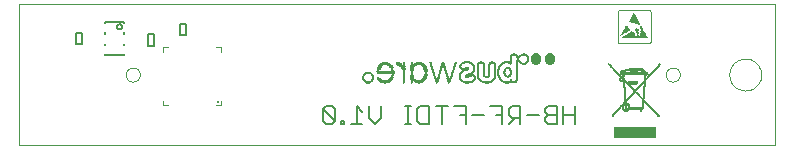
<source format=gbo>
G75*
%MOIN*%
%OFA0B0*%
%FSLAX24Y24*%
%IPPOS*%
%LPD*%
%AMOC8*
5,1,8,0,0,1.08239X$1,22.5*
%
%ADD10C,0.0010*%
%ADD11C,0.0070*%
%ADD12R,0.1423X0.0003*%
%ADD13R,0.1423X0.0002*%
%ADD14R,0.0003X0.0003*%
%ADD15R,0.0007X0.0002*%
%ADD16R,0.0012X0.0003*%
%ADD17R,0.0010X0.0003*%
%ADD18R,0.0017X0.0002*%
%ADD19R,0.0022X0.0003*%
%ADD20R,0.0020X0.0003*%
%ADD21R,0.0027X0.0002*%
%ADD22R,0.0032X0.0003*%
%ADD23R,0.0030X0.0003*%
%ADD24R,0.0037X0.0002*%
%ADD25R,0.0035X0.0002*%
%ADD26R,0.0045X0.0003*%
%ADD27R,0.0040X0.0003*%
%ADD28R,0.0050X0.0002*%
%ADD29R,0.0045X0.0002*%
%ADD30R,0.0055X0.0003*%
%ADD31R,0.0050X0.0003*%
%ADD32R,0.0060X0.0002*%
%ADD33R,0.0055X0.0002*%
%ADD34R,0.0065X0.0003*%
%ADD35R,0.0060X0.0003*%
%ADD36R,0.0065X0.0002*%
%ADD37R,0.0062X0.0003*%
%ADD38R,0.0062X0.0002*%
%ADD39R,0.0063X0.0003*%
%ADD40R,0.0067X0.0002*%
%ADD41R,0.0063X0.0002*%
%ADD42R,0.0090X0.0002*%
%ADD43R,0.0090X0.0003*%
%ADD44R,0.0085X0.0002*%
%ADD45R,0.0095X0.0003*%
%ADD46R,0.0110X0.0002*%
%ADD47R,0.0120X0.0003*%
%ADD48R,0.0132X0.0002*%
%ADD49R,0.0140X0.0003*%
%ADD50R,0.0150X0.0002*%
%ADD51R,0.0157X0.0003*%
%ADD52R,0.0165X0.0002*%
%ADD53R,0.0170X0.0003*%
%ADD54R,0.0177X0.0002*%
%ADD55R,0.0182X0.0003*%
%ADD56R,0.0190X0.0002*%
%ADD57R,0.0195X0.0003*%
%ADD58R,0.0200X0.0002*%
%ADD59R,0.0205X0.0003*%
%ADD60R,0.0210X0.0002*%
%ADD61R,0.0215X0.0003*%
%ADD62R,0.0217X0.0002*%
%ADD63R,0.0222X0.0003*%
%ADD64R,0.0227X0.0002*%
%ADD65R,0.0230X0.0003*%
%ADD66R,0.0235X0.0002*%
%ADD67R,0.0237X0.0003*%
%ADD68R,0.0240X0.0002*%
%ADD69R,0.0245X0.0003*%
%ADD70R,0.0113X0.0002*%
%ADD71R,0.0543X0.0003*%
%ADD72R,0.0102X0.0003*%
%ADD73R,0.0543X0.0002*%
%ADD74R,0.0097X0.0002*%
%ADD75R,0.0537X0.0003*%
%ADD76R,0.0093X0.0003*%
%ADD77R,0.0537X0.0002*%
%ADD78R,0.0533X0.0003*%
%ADD79R,0.0087X0.0003*%
%ADD80R,0.0532X0.0002*%
%ADD81R,0.0530X0.0003*%
%ADD82R,0.0085X0.0003*%
%ADD83R,0.0525X0.0002*%
%ADD84R,0.0083X0.0002*%
%ADD85R,0.0522X0.0003*%
%ADD86R,0.0080X0.0003*%
%ADD87R,0.0522X0.0002*%
%ADD88R,0.0080X0.0002*%
%ADD89R,0.0520X0.0003*%
%ADD90R,0.0077X0.0003*%
%ADD91R,0.0520X0.0002*%
%ADD92R,0.0077X0.0002*%
%ADD93R,0.0517X0.0003*%
%ADD94R,0.0057X0.0003*%
%ADD95R,0.0517X0.0002*%
%ADD96R,0.0075X0.0002*%
%ADD97R,0.0515X0.0003*%
%ADD98R,0.0067X0.0003*%
%ADD99R,0.0073X0.0003*%
%ADD100R,0.0515X0.0002*%
%ADD101R,0.0073X0.0002*%
%ADD102R,0.0513X0.0003*%
%ADD103R,0.0075X0.0003*%
%ADD104R,0.0513X0.0002*%
%ADD105R,0.0082X0.0002*%
%ADD106R,0.0072X0.0002*%
%ADD107R,0.0070X0.0003*%
%ADD108R,0.0072X0.0003*%
%ADD109R,0.0087X0.0002*%
%ADD110R,0.0070X0.0002*%
%ADD111R,0.0047X0.0003*%
%ADD112R,0.0047X0.0002*%
%ADD113R,0.0092X0.0002*%
%ADD114R,0.0092X0.0003*%
%ADD115R,0.0095X0.0002*%
%ADD116R,0.0097X0.0003*%
%ADD117R,0.0133X0.0002*%
%ADD118R,0.0130X0.0003*%
%ADD119R,0.0130X0.0002*%
%ADD120R,0.0127X0.0003*%
%ADD121R,0.0125X0.0002*%
%ADD122R,0.0082X0.0003*%
%ADD123R,0.0125X0.0003*%
%ADD124R,0.0122X0.0002*%
%ADD125R,0.0123X0.0003*%
%ADD126R,0.0120X0.0002*%
%ADD127R,0.0117X0.0003*%
%ADD128R,0.0117X0.0002*%
%ADD129R,0.0035X0.0003*%
%ADD130R,0.0022X0.0002*%
%ADD131R,0.0083X0.0003*%
%ADD132R,0.0115X0.0003*%
%ADD133R,0.0093X0.0002*%
%ADD134R,0.0123X0.0002*%
%ADD135R,0.0122X0.0003*%
%ADD136R,0.0100X0.0002*%
%ADD137R,0.0127X0.0002*%
%ADD138R,0.0105X0.0003*%
%ADD139R,0.0273X0.0002*%
%ADD140R,0.0267X0.0003*%
%ADD141R,0.0263X0.0002*%
%ADD142R,0.0260X0.0003*%
%ADD143R,0.0255X0.0002*%
%ADD144R,0.0250X0.0003*%
%ADD145R,0.0245X0.0002*%
%ADD146R,0.0243X0.0003*%
%ADD147R,0.0235X0.0003*%
%ADD148R,0.0230X0.0002*%
%ADD149R,0.0225X0.0003*%
%ADD150R,0.0220X0.0002*%
%ADD151R,0.0203X0.0003*%
%ADD152R,0.0193X0.0003*%
%ADD153R,0.0187X0.0002*%
%ADD154R,0.0180X0.0003*%
%ADD155R,0.0167X0.0003*%
%ADD156R,0.0163X0.0002*%
%ADD157R,0.0153X0.0003*%
%ADD158R,0.0147X0.0002*%
%ADD159R,0.0135X0.0003*%
%ADD160R,0.0110X0.0003*%
%ADD161R,0.0107X0.0003*%
%ADD162R,0.0102X0.0002*%
%ADD163R,0.0100X0.0003*%
%ADD164R,0.0103X0.0003*%
%ADD165R,0.0105X0.0002*%
%ADD166R,0.0115X0.0002*%
%ADD167R,0.0107X0.0002*%
%ADD168R,0.0323X0.0002*%
%ADD169R,0.0325X0.0003*%
%ADD170R,0.0327X0.0002*%
%ADD171R,0.0330X0.0003*%
%ADD172R,0.0333X0.0002*%
%ADD173R,0.0333X0.0003*%
%ADD174R,0.0337X0.0002*%
%ADD175R,0.0337X0.0003*%
%ADD176R,0.0343X0.0002*%
%ADD177R,0.0343X0.0003*%
%ADD178R,0.0347X0.0002*%
%ADD179R,0.0347X0.0003*%
%ADD180R,0.0353X0.0002*%
%ADD181R,0.0353X0.0003*%
%ADD182R,0.0357X0.0002*%
%ADD183R,0.0357X0.0003*%
%ADD184R,0.0360X0.0002*%
%ADD185R,0.0363X0.0003*%
%ADD186R,0.0365X0.0002*%
%ADD187R,0.0303X0.0003*%
%ADD188R,0.0303X0.0002*%
%ADD189R,0.0165X0.0003*%
%ADD190R,0.0223X0.0003*%
%ADD191R,0.0223X0.0002*%
%ADD192R,0.0217X0.0003*%
%ADD193R,0.0213X0.0002*%
%ADD194R,0.0210X0.0003*%
%ADD195R,0.0207X0.0002*%
%ADD196R,0.0203X0.0002*%
%ADD197R,0.0200X0.0003*%
%ADD198R,0.0197X0.0002*%
%ADD199R,0.0193X0.0002*%
%ADD200R,0.0190X0.0003*%
%ADD201R,0.0043X0.0003*%
%ADD202R,0.0043X0.0002*%
%ADD203R,0.0112X0.0002*%
%ADD204R,0.0040X0.0002*%
%ADD205R,0.0920X0.0002*%
%ADD206R,0.0923X0.0003*%
%ADD207R,0.0927X0.0002*%
%ADD208R,0.0927X0.0003*%
%ADD209R,0.0933X0.0002*%
%ADD210R,0.0933X0.0003*%
%ADD211R,0.0935X0.0002*%
%ADD212R,0.0937X0.0003*%
%ADD213R,0.0937X0.0002*%
%ADD214R,0.0940X0.0003*%
%ADD215R,0.0943X0.0002*%
%ADD216R,0.0943X0.0003*%
%ADD217R,0.0945X0.0002*%
%ADD218R,0.0945X0.0003*%
%ADD219R,0.0947X0.0002*%
%ADD220R,0.0947X0.0003*%
%ADD221R,0.0145X0.0003*%
%ADD222R,0.0147X0.0003*%
%ADD223R,0.0052X0.0002*%
%ADD224R,0.0153X0.0002*%
%ADD225R,0.0155X0.0003*%
%ADD226R,0.0157X0.0002*%
%ADD227R,0.0057X0.0002*%
%ADD228R,0.0160X0.0002*%
%ADD229R,0.0160X0.0003*%
%ADD230R,0.0167X0.0002*%
%ADD231R,0.0173X0.0002*%
%ADD232R,0.0175X0.0003*%
%ADD233R,0.0152X0.0003*%
%ADD234R,0.0152X0.0002*%
%ADD235R,0.0142X0.0003*%
%ADD236R,0.0142X0.0002*%
%ADD237R,0.0103X0.0002*%
%ADD238R,0.0137X0.0003*%
%ADD239R,0.0135X0.0002*%
%ADD240R,0.0132X0.0003*%
%ADD241R,0.0143X0.0002*%
%ADD242R,0.0170X0.0002*%
%ADD243R,0.0407X0.0003*%
%ADD244R,0.0205X0.0002*%
%ADD245R,0.0405X0.0002*%
%ADD246R,0.0227X0.0003*%
%ADD247R,0.0042X0.0003*%
%ADD248R,0.0267X0.0002*%
%ADD249R,0.0262X0.0003*%
%ADD250R,0.0260X0.0002*%
%ADD251R,0.0185X0.0003*%
%ADD252R,0.0560X0.0002*%
%ADD253R,0.0547X0.0003*%
%ADD254R,0.0527X0.0003*%
%ADD255R,0.0430X0.0002*%
%ADD256R,0.0402X0.0003*%
%ADD257R,0.0380X0.0002*%
%ADD258R,0.0340X0.0003*%
%ADD259R,0.0310X0.0002*%
%ADD260R,0.0277X0.0003*%
%ADD261R,0.0257X0.0002*%
%ADD262R,0.0053X0.0003*%
%ADD263R,0.0037X0.0003*%
%ADD264R,0.0033X0.0003*%
%ADD265R,0.0030X0.0002*%
%ADD266R,0.0027X0.0003*%
%ADD267R,0.0025X0.0002*%
%ADD268R,0.0023X0.0003*%
%ADD269R,0.0023X0.0002*%
%ADD270R,0.0020X0.0002*%
%ADD271R,0.0017X0.0003*%
%ADD272R,0.0015X0.0002*%
%ADD273R,0.0015X0.0003*%
%ADD274R,0.0013X0.0002*%
%ADD275R,0.0005X0.0003*%
%ADD276R,0.0003X0.0002*%
%ADD277R,0.0840X0.0010*%
%ADD278R,0.0810X0.0010*%
%ADD279R,0.0800X0.0010*%
%ADD280R,0.0770X0.0010*%
%ADD281R,0.0350X0.0010*%
%ADD282R,0.0380X0.0010*%
%ADD283R,0.0230X0.0010*%
%ADD284R,0.0050X0.0010*%
%ADD285R,0.0360X0.0010*%
%ADD286R,0.0220X0.0010*%
%ADD287R,0.0030X0.0010*%
%ADD288R,0.0330X0.0010*%
%ADD289R,0.0210X0.0010*%
%ADD290R,0.0310X0.0010*%
%ADD291R,0.0200X0.0010*%
%ADD292R,0.0020X0.0010*%
%ADD293R,0.0280X0.0010*%
%ADD294R,0.0010X0.0010*%
%ADD295R,0.0270X0.0010*%
%ADD296R,0.0180X0.0010*%
%ADD297R,0.0240X0.0010*%
%ADD298R,0.0040X0.0010*%
%ADD299R,0.0170X0.0010*%
%ADD300R,0.0160X0.0010*%
%ADD301R,0.0070X0.0010*%
%ADD302R,0.0150X0.0010*%
%ADD303R,0.0140X0.0010*%
%ADD304R,0.0120X0.0010*%
%ADD305R,0.0090X0.0010*%
%ADD306R,0.0100X0.0010*%
%ADD307R,0.0060X0.0010*%
%ADD308R,0.0110X0.0010*%
%ADD309R,0.0130X0.0010*%
%ADD310R,0.0080X0.0010*%
%ADD311R,0.0190X0.0010*%
%ADD312R,0.0300X0.0010*%
%ADD313R,0.0290X0.0010*%
%ADD314R,0.0260X0.0010*%
%ADD315R,0.0250X0.0010*%
%ADD316R,0.0036X0.0003*%
%ADD317R,0.0045X0.0003*%
%ADD318R,0.0039X0.0003*%
%ADD319R,0.0090X0.0003*%
%ADD320R,0.0114X0.0003*%
%ADD321R,0.0099X0.0003*%
%ADD322R,0.0075X0.0003*%
%ADD323R,0.0120X0.0003*%
%ADD324R,0.0156X0.0003*%
%ADD325R,0.0135X0.0003*%
%ADD326R,0.0021X0.0003*%
%ADD327R,0.0027X0.0003*%
%ADD328R,0.0060X0.0003*%
%ADD329R,0.0024X0.0003*%
%ADD330R,0.0024X0.0003*%
%ADD331R,0.0066X0.0003*%
%ADD332R,0.0102X0.0003*%
%ADD333R,0.0057X0.0003*%
%ADD334R,0.0141X0.0003*%
%ADD335R,0.0186X0.0003*%
%ADD336R,0.0165X0.0003*%
%ADD337R,0.0105X0.0003*%
%ADD338R,0.0042X0.0003*%
%ADD339R,0.0117X0.0003*%
%ADD340R,0.0081X0.0003*%
%ADD341R,0.0162X0.0003*%
%ADD342R,0.0210X0.0003*%
%ADD343R,0.0189X0.0003*%
%ADD344R,0.0051X0.0003*%
%ADD345R,0.0132X0.0003*%
%ADD346R,0.0051X0.0003*%
%ADD347R,0.0147X0.0003*%
%ADD348R,0.0096X0.0003*%
%ADD349R,0.0180X0.0003*%
%ADD350R,0.0231X0.0003*%
%ADD351R,0.0207X0.0003*%
%ADD352R,0.0063X0.0003*%
%ADD353R,0.0057X0.0003*%
%ADD354R,0.0174X0.0003*%
%ADD355R,0.0150X0.0003*%
%ADD356R,0.0111X0.0003*%
%ADD357R,0.0198X0.0003*%
%ADD358R,0.0255X0.0003*%
%ADD359R,0.0228X0.0003*%
%ADD360R,0.0069X0.0003*%
%ADD361R,0.0174X0.0003*%
%ADD362R,0.0198X0.0003*%
%ADD363R,0.0123X0.0003*%
%ADD364R,0.0270X0.0003*%
%ADD365R,0.0246X0.0003*%
%ADD366R,0.0072X0.0003*%
%ADD367R,0.0216X0.0003*%
%ADD368R,0.0225X0.0003*%
%ADD369R,0.0288X0.0003*%
%ADD370R,0.0261X0.0003*%
%ADD371R,0.0078X0.0003*%
%ADD372R,0.0207X0.0003*%
%ADD373R,0.0234X0.0003*%
%ADD374R,0.0237X0.0003*%
%ADD375R,0.0300X0.0003*%
%ADD376R,0.0279X0.0003*%
%ADD377R,0.0084X0.0003*%
%ADD378R,0.0081X0.0003*%
%ADD379R,0.0219X0.0003*%
%ADD380R,0.0249X0.0003*%
%ADD381R,0.0315X0.0003*%
%ADD382R,0.0291X0.0003*%
%ADD383R,0.0087X0.0003*%
%ADD384R,0.0087X0.0003*%
%ADD385R,0.0231X0.0003*%
%ADD386R,0.0267X0.0003*%
%ADD387R,0.0204X0.0003*%
%ADD388R,0.0159X0.0003*%
%ADD389R,0.0261X0.0003*%
%ADD390R,0.0330X0.0003*%
%ADD391R,0.0306X0.0003*%
%ADD392R,0.0243X0.0003*%
%ADD393R,0.0342X0.0003*%
%ADD394R,0.0318X0.0003*%
%ADD395R,0.0093X0.0003*%
%ADD396R,0.0084X0.0003*%
%ADD397R,0.0291X0.0003*%
%ADD398R,0.0222X0.0003*%
%ADD399R,0.0171X0.0003*%
%ADD400R,0.0354X0.0003*%
%ADD401R,0.0327X0.0003*%
%ADD402R,0.0264X0.0003*%
%ADD403R,0.0363X0.0003*%
%ADD404R,0.0339X0.0003*%
%ADD405R,0.0273X0.0003*%
%ADD406R,0.0318X0.0003*%
%ADD407R,0.0240X0.0003*%
%ADD408R,0.0312X0.0003*%
%ADD409R,0.0141X0.0003*%
%ADD410R,0.0153X0.0003*%
%ADD411R,0.0285X0.0003*%
%ADD412R,0.0138X0.0003*%
%ADD413R,0.0129X0.0003*%
%ADD414R,0.0282X0.0003*%
%ADD415R,0.0108X0.0003*%
%ADD416R,0.0114X0.0003*%
%ADD417R,0.0348X0.0003*%
%ADD418R,0.0111X0.0003*%
%ADD419R,0.0108X0.0003*%
%ADD420R,0.0357X0.0003*%
%ADD421R,0.0366X0.0003*%
%ADD422R,0.0324X0.0003*%
%ADD423R,0.0375X0.0003*%
%ADD424R,0.0384X0.0003*%
%ADD425R,0.0117X0.0003*%
%ADD426R,0.0336X0.0003*%
%ADD427R,0.0390X0.0003*%
%ADD428R,0.0402X0.0003*%
%ADD429R,0.0054X0.0003*%
%ADD430R,0.0351X0.0003*%
%ADD431R,0.0408X0.0003*%
%ADD432R,0.0414X0.0003*%
%ADD433R,0.0078X0.0003*%
%ADD434R,0.0360X0.0003*%
%ADD435R,0.0420X0.0003*%
%ADD436R,0.0054X0.0003*%
%ADD437R,0.0126X0.0003*%
%ADD438R,0.0429X0.0003*%
%ADD439R,0.0048X0.0003*%
%ADD440R,0.0168X0.0003*%
%ADD441R,0.0171X0.0003*%
%ADD442R,0.0195X0.0003*%
%ADD443R,0.0048X0.0003*%
%ADD444R,0.0033X0.0003*%
%ADD445R,0.0144X0.0003*%
%ADD446R,0.0030X0.0003*%
%ADD447R,0.0144X0.0003*%
%ADD448R,0.0021X0.0003*%
%ADD449R,0.0018X0.0003*%
%ADD450R,0.0015X0.0003*%
%ADD451R,0.0009X0.0003*%
%ADD452R,0.0147X0.0003*%
%ADD453R,0.0006X0.0003*%
%ADD454R,0.0183X0.0003*%
%ADD455R,0.0138X0.0003*%
%ADD456R,0.0177X0.0003*%
%ADD457R,0.0003X0.0003*%
%ADD458R,0.0168X0.0003*%
%ADD459R,0.0201X0.0003*%
%ADD460R,0.0192X0.0003*%
%ADD461R,0.0537X0.0003*%
%ADD462R,0.0546X0.0003*%
%ADD463R,0.0555X0.0003*%
%ADD464R,0.0561X0.0003*%
%ADD465R,0.0564X0.0003*%
%ADD466R,0.0567X0.0003*%
%ADD467R,0.0570X0.0003*%
%ADD468R,0.0573X0.0003*%
%ADD469R,0.0228X0.0003*%
%ADD470R,0.0576X0.0003*%
%ADD471R,0.0579X0.0003*%
%ADD472R,0.0012X0.0003*%
%ADD473R,0.0204X0.0003*%
%ADD474R,0.0378X0.0003*%
%ADD475R,0.0345X0.0003*%
%ADD476R,0.0369X0.0003*%
%ADD477R,0.0018X0.0003*%
%ADD478R,0.0333X0.0003*%
%ADD479R,0.0348X0.0003*%
%ADD480R,0.0321X0.0003*%
%ADD481R,0.0288X0.0003*%
%ADD482R,0.0309X0.0003*%
%ADD483R,0.0201X0.0003*%
%ADD484R,0.0258X0.0003*%
%ADD485R,0.0237X0.0003*%
%ADD486R,0.0252X0.0003*%
%ADD487R,0.0258X0.0003*%
%ADD488R,0.0267X0.0003*%
%ADD489R,0.0303X0.0003*%
%ADD490R,0.0297X0.0003*%
%ADD491R,0.0294X0.0003*%
%ADD492R,0.0294X0.0003*%
%ADD493R,0.0297X0.0003*%
%ADD494R,0.0321X0.0003*%
%ADD495R,0.0327X0.0003*%
%ADD496R,0.0351X0.0003*%
%ADD497R,0.0354X0.0003*%
%ADD498R,0.0357X0.0003*%
%ADD499R,0.0324X0.0003*%
%ADD500R,0.0276X0.0003*%
%ADD501R,0.0213X0.0003*%
%ADD502R,0.0177X0.0003*%
%ADD503C,0.0000*%
%ADD504C,0.0050*%
%ADD505C,0.0040*%
%ADD506C,0.0118*%
%ADD507C,0.0060*%
D10*
X020493Y017081D02*
X020493Y018091D01*
X020495Y018104D01*
X020500Y018116D01*
X020508Y018126D01*
X020518Y018134D01*
X020530Y018139D01*
X020543Y018141D01*
X021523Y018141D01*
X021536Y018139D01*
X021549Y018135D01*
X021560Y018128D01*
X021570Y018118D01*
X021577Y018107D01*
X021581Y018094D01*
X021583Y018081D01*
X021583Y017091D01*
X021582Y017081D01*
X021578Y017071D01*
X021571Y017063D01*
X021563Y017056D01*
X021553Y017052D01*
X021543Y017051D01*
X020523Y017051D01*
X020514Y017052D01*
X020505Y017057D01*
X020499Y017063D01*
X020494Y017072D01*
X020493Y017081D01*
D11*
X019069Y014944D02*
X019069Y014354D01*
X019069Y014649D02*
X018675Y014649D01*
X018461Y014649D02*
X018166Y014649D01*
X018067Y014551D01*
X018067Y014452D01*
X018166Y014354D01*
X018461Y014354D01*
X018461Y014944D01*
X018166Y014944D01*
X018067Y014846D01*
X018067Y014747D01*
X018166Y014649D01*
X017853Y014649D02*
X017460Y014649D01*
X017246Y014551D02*
X016950Y014551D01*
X016852Y014649D01*
X016852Y014846D01*
X016950Y014944D01*
X017246Y014944D01*
X017246Y014354D01*
X017049Y014551D02*
X016852Y014354D01*
X016638Y014354D02*
X016638Y014944D01*
X016244Y014944D01*
X016441Y014649D02*
X016638Y014649D01*
X016030Y014649D02*
X015637Y014649D01*
X015423Y014649D02*
X015226Y014649D01*
X015423Y014354D02*
X015423Y014944D01*
X015029Y014944D01*
X014815Y014944D02*
X014421Y014944D01*
X014618Y014944D02*
X014618Y014354D01*
X014207Y014354D02*
X013912Y014354D01*
X013813Y014452D01*
X013813Y014846D01*
X013912Y014944D01*
X014207Y014944D01*
X014207Y014354D01*
X013599Y014354D02*
X013403Y014354D01*
X013501Y014354D02*
X013501Y014944D01*
X013599Y014944D02*
X013403Y014944D01*
X012587Y014944D02*
X012587Y014551D01*
X012390Y014354D01*
X012193Y014551D01*
X012193Y014944D01*
X011979Y014747D02*
X011782Y014944D01*
X011782Y014354D01*
X011979Y014354D02*
X011585Y014354D01*
X011371Y014354D02*
X011273Y014354D01*
X011273Y014452D01*
X011371Y014452D01*
X011371Y014354D01*
X011067Y014452D02*
X010674Y014846D01*
X010674Y014452D01*
X010772Y014354D01*
X010969Y014354D01*
X011067Y014452D01*
X011067Y014846D01*
X010969Y014944D01*
X010772Y014944D01*
X010674Y014846D01*
X018675Y014944D02*
X018675Y014354D01*
D12*
X021051Y014218D03*
X021051Y014213D03*
X021051Y014208D03*
X021051Y014203D03*
X021051Y014198D03*
X021051Y014193D03*
X021051Y014188D03*
X021051Y014183D03*
X021051Y014178D03*
X021051Y014173D03*
X021051Y014168D03*
X021051Y014163D03*
X021051Y014158D03*
X021051Y014153D03*
X021051Y014148D03*
X021051Y014143D03*
X021051Y014138D03*
X021051Y014133D03*
X021051Y014128D03*
X021051Y014123D03*
X021051Y014118D03*
X021051Y014113D03*
X021051Y014108D03*
X021051Y014103D03*
X021051Y014098D03*
X021051Y014093D03*
X021051Y014088D03*
X021051Y014083D03*
X021051Y014078D03*
X021051Y014073D03*
X021051Y014068D03*
X021051Y014063D03*
X021051Y014058D03*
X021051Y014053D03*
X021051Y014048D03*
X021051Y014043D03*
X021051Y014038D03*
X021051Y014033D03*
X021051Y014028D03*
X021051Y014023D03*
X021051Y014018D03*
X021051Y014013D03*
X021051Y014008D03*
X021051Y014003D03*
X021051Y013998D03*
X021051Y013993D03*
X021051Y013988D03*
X021051Y013983D03*
X021051Y013978D03*
X021051Y013973D03*
X021051Y013968D03*
X021051Y013963D03*
X021051Y013958D03*
X021051Y013953D03*
X021051Y013948D03*
X021051Y013943D03*
X021051Y013938D03*
X021051Y013933D03*
X021051Y013928D03*
X021051Y013923D03*
X021051Y013918D03*
X021051Y013913D03*
X021051Y013908D03*
X021051Y013903D03*
X021051Y013898D03*
X021051Y013893D03*
X021051Y013888D03*
X021051Y013883D03*
X021051Y013878D03*
X021051Y013873D03*
X021051Y013868D03*
D13*
X021051Y013871D03*
X021051Y013876D03*
X021051Y013881D03*
X021051Y013886D03*
X021051Y013891D03*
X021051Y013896D03*
X021051Y013901D03*
X021051Y013906D03*
X021051Y013911D03*
X021051Y013916D03*
X021051Y013921D03*
X021051Y013926D03*
X021051Y013931D03*
X021051Y013936D03*
X021051Y013941D03*
X021051Y013946D03*
X021051Y013951D03*
X021051Y013956D03*
X021051Y013961D03*
X021051Y013966D03*
X021051Y013971D03*
X021051Y013976D03*
X021051Y013981D03*
X021051Y013986D03*
X021051Y013991D03*
X021051Y013996D03*
X021051Y014001D03*
X021051Y014006D03*
X021051Y014011D03*
X021051Y014016D03*
X021051Y014021D03*
X021051Y014026D03*
X021051Y014031D03*
X021051Y014036D03*
X021051Y014041D03*
X021051Y014046D03*
X021051Y014051D03*
X021051Y014056D03*
X021051Y014061D03*
X021051Y014066D03*
X021051Y014071D03*
X021051Y014076D03*
X021051Y014081D03*
X021051Y014086D03*
X021051Y014091D03*
X021051Y014096D03*
X021051Y014101D03*
X021051Y014106D03*
X021051Y014111D03*
X021051Y014116D03*
X021051Y014121D03*
X021051Y014126D03*
X021051Y014131D03*
X021051Y014136D03*
X021051Y014141D03*
X021051Y014146D03*
X021051Y014151D03*
X021051Y014156D03*
X021051Y014161D03*
X021051Y014166D03*
X021051Y014171D03*
X021051Y014176D03*
X021051Y014181D03*
X021051Y014186D03*
X021051Y014191D03*
X021051Y014196D03*
X021051Y014201D03*
X021051Y014206D03*
X021051Y014211D03*
X021051Y014216D03*
X021051Y014221D03*
D14*
X020316Y014573D03*
X021846Y014573D03*
D15*
X021849Y014576D03*
X020316Y014576D03*
X020199Y016341D03*
X021904Y016341D03*
D16*
X021849Y014578D03*
D17*
X020315Y014578D03*
X020200Y016338D03*
X021903Y016338D03*
D18*
X021899Y016331D03*
X021849Y014581D03*
X020316Y014581D03*
D19*
X021849Y014583D03*
D20*
X020315Y014583D03*
D21*
X020316Y014586D03*
X020764Y014841D03*
X021849Y014586D03*
X021894Y016321D03*
D22*
X021849Y014588D03*
D23*
X020315Y014588D03*
D24*
X020764Y014746D03*
X021849Y014591D03*
D25*
X020315Y014591D03*
X020213Y016311D03*
X021890Y016311D03*
D26*
X021415Y015973D03*
X021415Y015968D03*
X021415Y015963D03*
X021415Y015958D03*
X021413Y015953D03*
X021413Y015948D03*
X021413Y015943D03*
X021413Y015938D03*
X021413Y015933D03*
X021410Y015918D03*
X021410Y015913D03*
X021410Y015908D03*
X021410Y015903D03*
X021410Y015898D03*
X021408Y015893D03*
X021408Y015888D03*
X021408Y015883D03*
X021408Y015878D03*
X021405Y015858D03*
X021405Y015853D03*
X021405Y015848D03*
X021405Y015843D03*
X021403Y015833D03*
X021393Y015703D03*
X021390Y015683D03*
X021390Y015678D03*
X021390Y015673D03*
X021390Y015668D03*
X021388Y015658D03*
X021388Y015653D03*
X021388Y015648D03*
X021388Y015643D03*
X021385Y015623D03*
X021385Y015618D03*
X021385Y015613D03*
X021385Y015608D03*
X021383Y015603D03*
X021383Y015598D03*
X021383Y015593D03*
X021383Y015588D03*
X021383Y015583D03*
X021380Y015568D03*
X021380Y015563D03*
X021380Y015558D03*
X021380Y015553D03*
X021380Y015548D03*
X021378Y015543D03*
X021378Y015538D03*
X021378Y015533D03*
X021378Y015528D03*
X021375Y015508D03*
X021375Y015503D03*
X021375Y015498D03*
X021375Y015493D03*
X021373Y015483D03*
X021373Y015478D03*
X021373Y015473D03*
X021373Y015468D03*
X021370Y015448D03*
X021370Y015443D03*
X021370Y015438D03*
X021370Y015433D03*
X021368Y015428D03*
X021368Y015423D03*
X021368Y015418D03*
X021368Y015413D03*
X021368Y015408D03*
X021365Y015393D03*
X021365Y015388D03*
X021365Y015383D03*
X021365Y015378D03*
X021365Y015373D03*
X021363Y015368D03*
X021363Y015363D03*
X021363Y015358D03*
X021363Y015353D03*
X021360Y015333D03*
X021360Y015328D03*
X021360Y015323D03*
X021360Y015318D03*
X021358Y015308D03*
X021358Y015303D03*
X021358Y015298D03*
X021358Y015293D03*
X021355Y015273D03*
X021355Y015268D03*
X021355Y015263D03*
X021355Y015258D03*
X021353Y015248D03*
X021353Y015243D03*
X021353Y015238D03*
X021353Y015233D03*
X021350Y015213D03*
X021350Y015208D03*
X021350Y015203D03*
X021350Y015198D03*
X021348Y015193D03*
X021348Y015188D03*
X021348Y015183D03*
X021338Y015073D03*
X021338Y015068D03*
X021338Y015063D03*
X021338Y015058D03*
X021335Y015038D03*
X021335Y015033D03*
X021335Y015028D03*
X021335Y015023D03*
X021333Y015018D03*
X021333Y015013D03*
X021333Y015008D03*
X021333Y015003D03*
X021333Y014998D03*
X021330Y014983D03*
X021330Y014978D03*
X021330Y014973D03*
X021330Y014968D03*
X021330Y014963D03*
X021328Y014958D03*
X021328Y014953D03*
X021328Y014948D03*
X021328Y014943D03*
X021325Y014923D03*
X021325Y014918D03*
X021325Y014913D03*
X021325Y014908D03*
X021323Y014898D03*
X021323Y014893D03*
X021323Y014888D03*
X021323Y014883D03*
X021320Y014863D03*
X021850Y014593D03*
X020748Y015133D03*
X020745Y015138D03*
X020745Y015143D03*
X020745Y015148D03*
X020745Y015153D03*
X020745Y015158D03*
X020743Y015178D03*
X020743Y015183D03*
X020743Y015188D03*
X020743Y015193D03*
X020740Y015203D03*
X020740Y015208D03*
X020740Y015213D03*
X020740Y015218D03*
X020738Y015238D03*
X020738Y015243D03*
X020738Y015248D03*
X020738Y015253D03*
X020738Y015258D03*
X020735Y015263D03*
X020735Y015268D03*
X020735Y015273D03*
X020735Y015278D03*
X020735Y015283D03*
X020733Y015298D03*
X020733Y015303D03*
X020733Y015308D03*
X020733Y015313D03*
X020733Y015318D03*
X020730Y015323D03*
X020730Y015328D03*
X020730Y015333D03*
X020730Y015338D03*
X020730Y015343D03*
X020728Y015363D03*
X020728Y015368D03*
X020728Y015373D03*
X020728Y015378D03*
X020725Y015388D03*
X020725Y015393D03*
X020725Y015398D03*
X020725Y015403D03*
X020723Y015423D03*
X020723Y015428D03*
X020723Y015433D03*
X020723Y015438D03*
X020723Y015443D03*
X020720Y015448D03*
X020720Y015453D03*
X020720Y015458D03*
X020720Y015463D03*
X020718Y015483D03*
X020718Y015488D03*
X020718Y015493D03*
X020718Y015498D03*
X020718Y015503D03*
X020715Y015508D03*
X020715Y015513D03*
X020715Y015518D03*
X020715Y015523D03*
X020715Y015528D03*
X020713Y015548D03*
X020713Y015553D03*
X020713Y015558D03*
X020713Y015563D03*
X020710Y015573D03*
X020710Y015578D03*
X020710Y015583D03*
X020710Y015588D03*
X020708Y015608D03*
X020708Y015613D03*
X020708Y015618D03*
X020708Y015623D03*
X020705Y015633D03*
X020705Y015638D03*
X020705Y015643D03*
X020705Y015648D03*
X020703Y015668D03*
X020703Y015673D03*
X020703Y015678D03*
X020703Y015683D03*
X020703Y015688D03*
X020700Y015693D03*
X020700Y015698D03*
X020700Y015703D03*
X020700Y015708D03*
X020700Y015713D03*
X020683Y015918D03*
X020683Y015923D03*
X020683Y015928D03*
X020683Y015933D03*
X020680Y015938D03*
X020680Y015943D03*
X020680Y015948D03*
X020680Y015953D03*
X020680Y015958D03*
X020678Y015978D03*
D27*
X020763Y014843D03*
X020315Y014593D03*
D28*
X020763Y014846D03*
X021850Y014596D03*
X021423Y016046D03*
X021883Y016296D03*
X020220Y016296D03*
D29*
X020218Y016301D03*
X020678Y015976D03*
X020680Y015956D03*
X020680Y015951D03*
X020680Y015946D03*
X020680Y015941D03*
X020683Y015931D03*
X020683Y015926D03*
X020683Y015921D03*
X020683Y015916D03*
X020700Y015711D03*
X020700Y015706D03*
X020700Y015701D03*
X020700Y015696D03*
X020703Y015686D03*
X020703Y015681D03*
X020703Y015676D03*
X020703Y015671D03*
X020705Y015651D03*
X020705Y015646D03*
X020705Y015641D03*
X020705Y015636D03*
X020708Y015626D03*
X020708Y015621D03*
X020708Y015616D03*
X020708Y015611D03*
X020710Y015591D03*
X020710Y015586D03*
X020710Y015581D03*
X020710Y015576D03*
X020710Y015571D03*
X020713Y015566D03*
X020713Y015561D03*
X020713Y015556D03*
X020713Y015551D03*
X020713Y015546D03*
X020715Y015526D03*
X020715Y015521D03*
X020715Y015516D03*
X020715Y015511D03*
X020718Y015501D03*
X020718Y015496D03*
X020718Y015491D03*
X020718Y015486D03*
X020720Y015466D03*
X020720Y015461D03*
X020720Y015456D03*
X020720Y015451D03*
X020723Y015441D03*
X020723Y015436D03*
X020723Y015431D03*
X020723Y015426D03*
X020725Y015406D03*
X020725Y015401D03*
X020725Y015396D03*
X020725Y015391D03*
X020725Y015386D03*
X020728Y015381D03*
X020728Y015376D03*
X020728Y015371D03*
X020728Y015366D03*
X020728Y015361D03*
X020730Y015341D03*
X020730Y015336D03*
X020730Y015331D03*
X020730Y015326D03*
X020733Y015316D03*
X020733Y015311D03*
X020733Y015306D03*
X020733Y015301D03*
X020735Y015281D03*
X020735Y015276D03*
X020735Y015271D03*
X020735Y015266D03*
X020738Y015256D03*
X020738Y015251D03*
X020738Y015246D03*
X020738Y015241D03*
X020740Y015221D03*
X020740Y015216D03*
X020740Y015211D03*
X020740Y015206D03*
X020740Y015201D03*
X020743Y015196D03*
X020743Y015191D03*
X020743Y015186D03*
X020743Y015181D03*
X020743Y015176D03*
X020745Y015156D03*
X020745Y015151D03*
X020745Y015146D03*
X020745Y015141D03*
X020748Y015131D03*
X021338Y015071D03*
X021338Y015066D03*
X021338Y015061D03*
X021335Y015041D03*
X021335Y015036D03*
X021335Y015031D03*
X021335Y015026D03*
X021333Y015016D03*
X021333Y015011D03*
X021333Y015006D03*
X021333Y015001D03*
X021330Y014981D03*
X021330Y014976D03*
X021330Y014971D03*
X021330Y014966D03*
X021328Y014956D03*
X021328Y014951D03*
X021328Y014946D03*
X021328Y014941D03*
X021325Y014921D03*
X021325Y014916D03*
X021325Y014911D03*
X021325Y014906D03*
X021323Y014901D03*
X021323Y014896D03*
X021323Y014891D03*
X021323Y014886D03*
X021320Y014866D03*
X021348Y015181D03*
X021348Y015186D03*
X021348Y015191D03*
X021350Y015201D03*
X021350Y015206D03*
X021350Y015211D03*
X021350Y015216D03*
X021353Y015236D03*
X021353Y015241D03*
X021353Y015246D03*
X021353Y015251D03*
X021355Y015256D03*
X021355Y015261D03*
X021355Y015266D03*
X021355Y015271D03*
X021355Y015276D03*
X021358Y015291D03*
X021358Y015296D03*
X021358Y015301D03*
X021358Y015306D03*
X021358Y015311D03*
X021360Y015316D03*
X021360Y015321D03*
X021360Y015326D03*
X021360Y015331D03*
X021363Y015351D03*
X021363Y015356D03*
X021363Y015361D03*
X021363Y015366D03*
X021365Y015376D03*
X021365Y015381D03*
X021365Y015386D03*
X021365Y015391D03*
X021368Y015411D03*
X021368Y015416D03*
X021368Y015421D03*
X021368Y015426D03*
X021370Y015436D03*
X021370Y015441D03*
X021370Y015446D03*
X021370Y015451D03*
X021373Y015471D03*
X021373Y015476D03*
X021373Y015481D03*
X021373Y015486D03*
X021375Y015491D03*
X021375Y015496D03*
X021375Y015501D03*
X021375Y015506D03*
X021378Y015526D03*
X021378Y015531D03*
X021378Y015536D03*
X021378Y015541D03*
X021380Y015551D03*
X021380Y015556D03*
X021380Y015561D03*
X021380Y015566D03*
X021383Y015586D03*
X021383Y015591D03*
X021383Y015596D03*
X021383Y015601D03*
X021385Y015611D03*
X021385Y015616D03*
X021385Y015621D03*
X021385Y015626D03*
X021388Y015646D03*
X021388Y015651D03*
X021388Y015656D03*
X021388Y015661D03*
X021390Y015666D03*
X021390Y015671D03*
X021390Y015676D03*
X021390Y015681D03*
X021393Y015701D03*
X021403Y015836D03*
X021405Y015841D03*
X021405Y015846D03*
X021405Y015851D03*
X021405Y015856D03*
X021408Y015876D03*
X021408Y015881D03*
X021408Y015886D03*
X021408Y015891D03*
X021408Y015896D03*
X021410Y015901D03*
X021410Y015906D03*
X021410Y015911D03*
X021410Y015916D03*
X021413Y015936D03*
X021413Y015941D03*
X021413Y015946D03*
X021413Y015951D03*
X021415Y015961D03*
X021415Y015966D03*
X021415Y015971D03*
X021415Y015976D03*
X021885Y016301D03*
X020315Y014596D03*
D30*
X020763Y014928D03*
X021850Y014598D03*
X021418Y016053D03*
D31*
X021420Y016048D03*
X021423Y016043D03*
X020625Y016103D03*
X020625Y015978D03*
X020315Y014598D03*
D32*
X020860Y015191D03*
X020888Y015221D03*
X020925Y015261D03*
X020953Y015291D03*
X020990Y015331D03*
X020995Y015336D03*
X021018Y015361D03*
X021103Y015451D03*
X021120Y015471D03*
X021125Y015476D03*
X021130Y015481D03*
X021163Y015516D03*
X021168Y015521D03*
X021185Y015541D03*
X021190Y015546D03*
X021195Y015551D03*
X021228Y015586D03*
X021233Y015591D03*
X021238Y015596D03*
X021250Y015611D03*
X021255Y015616D03*
X021260Y015621D03*
X021293Y015656D03*
X021298Y015661D03*
X021303Y015666D03*
X021315Y015681D03*
X021320Y015686D03*
X021325Y015691D03*
X021330Y015696D03*
X021390Y015761D03*
X021395Y015766D03*
X021460Y015836D03*
X021465Y015841D03*
X021488Y015866D03*
X021493Y015871D03*
X021498Y015876D03*
X021503Y015881D03*
X021515Y015896D03*
X021520Y015901D03*
X021525Y015906D03*
X021530Y015911D03*
X021553Y015936D03*
X021558Y015941D03*
X021563Y015946D03*
X021568Y015951D03*
X021573Y015956D03*
X021580Y015966D03*
X021585Y015971D03*
X021590Y015976D03*
X021595Y015981D03*
X021618Y016006D03*
X021623Y016011D03*
X021628Y016016D03*
X021633Y016021D03*
X021638Y016026D03*
X021655Y016046D03*
X021660Y016051D03*
X021665Y016056D03*
X021670Y016061D03*
X021675Y016066D03*
X021680Y016071D03*
X021683Y016076D03*
X021688Y016081D03*
X021693Y016086D03*
X021698Y016091D03*
X021703Y016096D03*
X021720Y016116D03*
X021725Y016121D03*
X021730Y016126D03*
X021735Y016131D03*
X021740Y016136D03*
X021745Y016141D03*
X021748Y016146D03*
X021753Y016151D03*
X021758Y016156D03*
X021763Y016161D03*
X021768Y016166D03*
X021773Y016171D03*
X021785Y016186D03*
X021790Y016191D03*
X021795Y016196D03*
X021800Y016201D03*
X021805Y016206D03*
X021810Y016211D03*
X021813Y016216D03*
X021818Y016221D03*
X021823Y016226D03*
X021828Y016231D03*
X021833Y016236D03*
X021838Y016241D03*
X021850Y016256D03*
X021855Y016261D03*
X021860Y016266D03*
X021865Y016271D03*
X021870Y016276D03*
X021875Y016281D03*
X021408Y016066D03*
X020325Y016181D03*
X020320Y016186D03*
X020268Y016241D03*
X020225Y016286D03*
X021850Y014601D03*
D33*
X020315Y014601D03*
X021415Y016056D03*
X021880Y016291D03*
X020223Y016291D03*
D34*
X021400Y016073D03*
X020703Y015788D03*
X020693Y015803D03*
X021203Y015273D03*
X021255Y015218D03*
X021335Y015138D03*
X021338Y015133D03*
X021343Y015128D03*
X021395Y015073D03*
X021400Y015068D03*
X021473Y014993D03*
X021478Y014988D03*
X021483Y014983D03*
X021525Y014938D03*
X021530Y014933D03*
X021535Y014928D03*
X021540Y014923D03*
X021608Y014853D03*
X021613Y014848D03*
X021618Y014843D03*
X021623Y014838D03*
X021628Y014833D03*
X021690Y014768D03*
X021695Y014763D03*
X021700Y014758D03*
X021705Y014753D03*
X021710Y014748D03*
X021748Y014708D03*
X021753Y014703D03*
X021758Y014698D03*
X021763Y014693D03*
X021768Y014688D03*
X021830Y014623D03*
X021835Y014618D03*
X021840Y014613D03*
X021845Y014608D03*
X021850Y014603D03*
X020743Y015063D03*
X020490Y014793D03*
D35*
X020458Y014758D03*
X020393Y014688D03*
X020315Y014603D03*
X020523Y014828D03*
X020560Y014868D03*
X020565Y014873D03*
X020588Y014898D03*
X020763Y014748D03*
X020755Y015078D03*
X020825Y015153D03*
X020830Y015158D03*
X020835Y015163D03*
X020848Y015178D03*
X020853Y015183D03*
X020858Y015188D03*
X020890Y015223D03*
X020895Y015228D03*
X020900Y015233D03*
X020913Y015248D03*
X020918Y015253D03*
X020923Y015258D03*
X020928Y015263D03*
X020955Y015293D03*
X020960Y015298D03*
X020965Y015303D03*
X020978Y015318D03*
X020983Y015323D03*
X020988Y015328D03*
X020993Y015333D03*
X021020Y015363D03*
X021025Y015368D03*
X021030Y015373D03*
X021035Y015378D03*
X021100Y015448D03*
X021123Y015473D03*
X021128Y015478D03*
X021133Y015483D03*
X021138Y015488D03*
X021143Y015493D03*
X021150Y015503D03*
X021155Y015508D03*
X021160Y015513D03*
X021165Y015518D03*
X021170Y015523D03*
X021188Y015543D03*
X021193Y015548D03*
X021198Y015553D03*
X021203Y015558D03*
X021208Y015563D03*
X021215Y015573D03*
X021220Y015578D03*
X021225Y015583D03*
X021230Y015588D03*
X021235Y015593D03*
X021253Y015613D03*
X021258Y015618D03*
X021263Y015623D03*
X021268Y015628D03*
X021273Y015633D03*
X021278Y015638D03*
X021280Y015643D03*
X021285Y015648D03*
X021290Y015653D03*
X021295Y015658D03*
X021300Y015663D03*
X021318Y015683D03*
X021323Y015688D03*
X021328Y015693D03*
X021333Y015698D03*
X021338Y015703D03*
X021393Y015763D03*
X021398Y015768D03*
X021403Y015773D03*
X021458Y015833D03*
X021463Y015838D03*
X021468Y015843D03*
X021473Y015848D03*
X021480Y015858D03*
X021485Y015863D03*
X021490Y015868D03*
X021495Y015873D03*
X021500Y015878D03*
X021505Y015883D03*
X021513Y015893D03*
X021518Y015898D03*
X021523Y015903D03*
X021528Y015908D03*
X021533Y015913D03*
X021538Y015918D03*
X021545Y015928D03*
X021550Y015933D03*
X021555Y015938D03*
X021560Y015943D03*
X021565Y015948D03*
X021570Y015953D03*
X021578Y015963D03*
X021583Y015968D03*
X021588Y015973D03*
X021593Y015978D03*
X021598Y015983D03*
X021603Y015988D03*
X021608Y015993D03*
X021613Y015998D03*
X021620Y016008D03*
X021625Y016013D03*
X021630Y016018D03*
X021635Y016023D03*
X021643Y016033D03*
X021648Y016038D03*
X021653Y016043D03*
X021658Y016048D03*
X021663Y016053D03*
X021668Y016058D03*
X021673Y016063D03*
X021678Y016068D03*
X021685Y016078D03*
X021690Y016083D03*
X021695Y016088D03*
X021700Y016093D03*
X021705Y016098D03*
X021723Y016118D03*
X021728Y016123D03*
X021733Y016128D03*
X021738Y016133D03*
X021743Y016138D03*
X021750Y016148D03*
X021755Y016153D03*
X021760Y016158D03*
X021765Y016163D03*
X021770Y016168D03*
X021788Y016188D03*
X021793Y016193D03*
X021798Y016198D03*
X021803Y016203D03*
X021808Y016208D03*
X021813Y016213D03*
X021815Y016218D03*
X021820Y016223D03*
X021825Y016228D03*
X021830Y016233D03*
X021835Y016238D03*
X021853Y016258D03*
X021858Y016263D03*
X021863Y016268D03*
X021868Y016273D03*
X021873Y016278D03*
X021878Y016283D03*
X021410Y016063D03*
X020898Y015588D03*
X020893Y015593D03*
X020975Y015508D03*
X020758Y015733D03*
X020700Y015793D03*
X020695Y015798D03*
X020570Y015928D03*
X020565Y015933D03*
X020560Y015938D03*
X020555Y015943D03*
X020550Y015948D03*
X020488Y016013D03*
X020483Y016018D03*
X020478Y016023D03*
X020473Y016028D03*
X020468Y016033D03*
X020463Y016038D03*
X020405Y016098D03*
X020400Y016103D03*
X020395Y016108D03*
X020390Y016113D03*
X020385Y016118D03*
X020380Y016123D03*
X020353Y016153D03*
X020348Y016158D03*
X020343Y016163D03*
X020338Y016168D03*
X020333Y016173D03*
X020328Y016178D03*
X020323Y016183D03*
X020270Y016238D03*
X020265Y016243D03*
X020260Y016248D03*
X020255Y016253D03*
X020250Y016258D03*
X020245Y016263D03*
X020240Y016268D03*
X020235Y016273D03*
D36*
X020465Y016036D03*
X020470Y016031D03*
X020475Y016026D03*
X020480Y016021D03*
X020485Y016016D03*
X020490Y016011D03*
X020548Y015951D03*
X020693Y015801D03*
X020765Y015726D03*
X020770Y015721D03*
X020775Y015716D03*
X020900Y015586D03*
X020905Y015581D03*
X020910Y015576D03*
X020915Y015571D03*
X020953Y015531D03*
X020958Y015526D03*
X020963Y015521D03*
X020968Y015516D03*
X020973Y015511D03*
X021028Y015371D03*
X021118Y015361D03*
X021123Y015356D03*
X021128Y015351D03*
X021133Y015346D03*
X021138Y015341D03*
X021143Y015336D03*
X021175Y015301D03*
X021180Y015296D03*
X021185Y015291D03*
X021190Y015286D03*
X021195Y015281D03*
X021200Y015276D03*
X021258Y015216D03*
X021263Y015211D03*
X021268Y015206D03*
X021273Y015201D03*
X021278Y015196D03*
X021283Y015191D03*
X021288Y015186D03*
X021335Y015136D03*
X021340Y015131D03*
X021353Y015116D03*
X021398Y015071D03*
X021403Y015066D03*
X021408Y015061D03*
X021413Y015056D03*
X021418Y015051D03*
X021423Y015046D03*
X021428Y015041D03*
X021445Y015021D03*
X021450Y015016D03*
X021455Y015011D03*
X021460Y015006D03*
X021465Y015001D03*
X021470Y014996D03*
X021475Y014991D03*
X021480Y014986D03*
X021485Y014981D03*
X021528Y014936D03*
X021533Y014931D03*
X021538Y014926D03*
X021543Y014921D03*
X021548Y014916D03*
X021553Y014911D03*
X021558Y014906D03*
X021563Y014901D03*
X021568Y014896D03*
X021580Y014881D03*
X021585Y014876D03*
X021590Y014871D03*
X021595Y014866D03*
X021600Y014861D03*
X021605Y014856D03*
X021610Y014851D03*
X021615Y014846D03*
X021620Y014841D03*
X021625Y014836D03*
X021630Y014831D03*
X021635Y014826D03*
X021640Y014821D03*
X021645Y014816D03*
X021650Y014811D03*
X021655Y014806D03*
X021663Y014796D03*
X021668Y014791D03*
X021673Y014786D03*
X021678Y014781D03*
X021683Y014776D03*
X021688Y014771D03*
X021693Y014766D03*
X021698Y014761D03*
X021703Y014756D03*
X021708Y014751D03*
X021713Y014746D03*
X021745Y014711D03*
X021750Y014706D03*
X021755Y014701D03*
X021760Y014696D03*
X021765Y014691D03*
X021770Y014686D03*
X021775Y014681D03*
X021780Y014676D03*
X021785Y014671D03*
X021790Y014666D03*
X021795Y014661D03*
X021803Y014651D03*
X021808Y014646D03*
X021813Y014641D03*
X021818Y014636D03*
X021823Y014631D03*
X021828Y014626D03*
X021833Y014621D03*
X021838Y014616D03*
X021843Y014611D03*
X021848Y014606D03*
X020763Y014851D03*
X020558Y014866D03*
X020530Y014836D03*
X020493Y014796D03*
X020488Y014791D03*
X020465Y014766D03*
X020460Y014761D03*
X020455Y014756D03*
X020450Y014751D03*
X020428Y014726D03*
X020423Y014721D03*
X020385Y014681D03*
X020380Y014676D03*
X020363Y014656D03*
X020358Y014651D03*
X020320Y014611D03*
X020315Y014606D03*
X020760Y015086D03*
X021388Y015756D03*
X021408Y015781D03*
X021403Y016071D03*
D37*
X021404Y016068D03*
X021574Y015958D03*
X021509Y015888D03*
X021409Y015783D03*
X021389Y015758D03*
X021314Y015678D03*
X021309Y015673D03*
X021304Y015668D03*
X021249Y015608D03*
X021244Y015603D03*
X021239Y015598D03*
X021184Y015538D03*
X021179Y015533D03*
X021174Y015528D03*
X021119Y015468D03*
X021114Y015463D03*
X021109Y015458D03*
X021104Y015453D03*
X021034Y015448D03*
X021029Y015453D03*
X021024Y015458D03*
X021019Y015463D03*
X021014Y015468D03*
X021009Y015473D03*
X021004Y015478D03*
X020999Y015483D03*
X020994Y015488D03*
X020989Y015493D03*
X020984Y015498D03*
X020979Y015503D03*
X020889Y015598D03*
X020884Y015603D03*
X020879Y015608D03*
X020874Y015613D03*
X020869Y015618D03*
X020864Y015623D03*
X020859Y015628D03*
X020854Y015633D03*
X020589Y015908D03*
X020584Y015913D03*
X020579Y015918D03*
X020574Y015923D03*
X020459Y016043D03*
X020454Y016048D03*
X020449Y016053D03*
X020444Y016058D03*
X020439Y016063D03*
X020434Y016068D03*
X020429Y016073D03*
X020424Y016078D03*
X020419Y016083D03*
X020414Y016088D03*
X020409Y016093D03*
X020319Y016188D03*
X020314Y016193D03*
X020309Y016198D03*
X020304Y016203D03*
X020299Y016208D03*
X020294Y016213D03*
X020289Y016218D03*
X020284Y016223D03*
X020279Y016228D03*
X020274Y016233D03*
X021639Y016028D03*
X021119Y015358D03*
X021124Y015353D03*
X021129Y015348D03*
X021134Y015343D03*
X021139Y015338D03*
X021144Y015333D03*
X021149Y015328D03*
X021154Y015323D03*
X021159Y015318D03*
X021164Y015313D03*
X021169Y015308D03*
X021174Y015303D03*
X021179Y015298D03*
X021184Y015293D03*
X021189Y015288D03*
X021194Y015283D03*
X021199Y015278D03*
X021259Y015213D03*
X021264Y015208D03*
X021269Y015203D03*
X021274Y015198D03*
X021279Y015193D03*
X021284Y015188D03*
X021289Y015183D03*
X021404Y015063D03*
X021409Y015058D03*
X021414Y015053D03*
X021419Y015048D03*
X021424Y015043D03*
X021429Y015038D03*
X021434Y015033D03*
X021439Y015028D03*
X021444Y015023D03*
X021449Y015018D03*
X021454Y015013D03*
X021459Y015008D03*
X021464Y015003D03*
X021469Y014998D03*
X021544Y014918D03*
X021549Y014913D03*
X021554Y014908D03*
X021559Y014903D03*
X021564Y014898D03*
X021569Y014893D03*
X021574Y014888D03*
X021579Y014883D03*
X021584Y014878D03*
X021589Y014873D03*
X021594Y014868D03*
X021599Y014863D03*
X021604Y014858D03*
X021714Y014743D03*
X021719Y014738D03*
X021724Y014733D03*
X021729Y014728D03*
X021734Y014723D03*
X021739Y014718D03*
X021744Y014713D03*
X020974Y015313D03*
X020969Y015308D03*
X020909Y015243D03*
X020904Y015238D03*
X020844Y015173D03*
X020839Y015168D03*
X020759Y015083D03*
X020584Y014893D03*
X020579Y014888D03*
X020574Y014883D03*
X020569Y014878D03*
X020519Y014823D03*
X020514Y014818D03*
X020509Y014813D03*
X020504Y014808D03*
X020499Y014803D03*
X020494Y014798D03*
X020454Y014753D03*
X020449Y014748D03*
X020444Y014743D03*
X020439Y014738D03*
X020434Y014733D03*
X020429Y014728D03*
X020424Y014723D03*
X020419Y014718D03*
X020389Y014683D03*
X020384Y014678D03*
X020379Y014673D03*
X020374Y014668D03*
X020369Y014663D03*
X020364Y014658D03*
X020359Y014653D03*
X020354Y014648D03*
X020324Y014613D03*
X020319Y014608D03*
D38*
X020324Y014616D03*
X020329Y014621D03*
X020334Y014626D03*
X020339Y014631D03*
X020344Y014636D03*
X020349Y014641D03*
X020354Y014646D03*
X020389Y014686D03*
X020394Y014691D03*
X020399Y014696D03*
X020404Y014701D03*
X020409Y014706D03*
X020414Y014711D03*
X020419Y014716D03*
X020469Y014771D03*
X020474Y014776D03*
X020479Y014781D03*
X020484Y014786D03*
X020534Y014841D03*
X020539Y014846D03*
X020544Y014851D03*
X020549Y014856D03*
X020554Y014861D03*
X020764Y014926D03*
X020744Y015066D03*
X020749Y015071D03*
X020754Y015076D03*
X020804Y015131D03*
X020809Y015136D03*
X020814Y015141D03*
X020819Y015146D03*
X020864Y015196D03*
X020869Y015201D03*
X020874Y015206D03*
X020879Y015211D03*
X020884Y015216D03*
X020929Y015266D03*
X020934Y015271D03*
X020939Y015276D03*
X020944Y015281D03*
X020949Y015286D03*
X020999Y015341D03*
X021004Y015346D03*
X021009Y015351D03*
X021014Y015356D03*
X021024Y015366D03*
X021104Y015376D03*
X021109Y015371D03*
X021114Y015366D03*
X021134Y015486D03*
X021139Y015491D03*
X021144Y015496D03*
X021149Y015501D03*
X021154Y015506D03*
X021159Y015511D03*
X021199Y015556D03*
X021204Y015561D03*
X021209Y015566D03*
X021214Y015571D03*
X021219Y015576D03*
X021224Y015581D03*
X021264Y015626D03*
X021269Y015631D03*
X021274Y015636D03*
X021279Y015641D03*
X021284Y015646D03*
X021289Y015651D03*
X021334Y015701D03*
X021399Y015771D03*
X021404Y015776D03*
X021469Y015846D03*
X021474Y015851D03*
X021479Y015856D03*
X021484Y015861D03*
X021534Y015916D03*
X021539Y015921D03*
X021544Y015926D03*
X021549Y015931D03*
X021599Y015986D03*
X021604Y015991D03*
X021609Y015996D03*
X021614Y016001D03*
X020949Y015536D03*
X020944Y015541D03*
X020939Y015546D03*
X020934Y015551D03*
X020929Y015556D03*
X020924Y015561D03*
X020919Y015566D03*
X020804Y015686D03*
X020799Y015691D03*
X020794Y015696D03*
X020789Y015701D03*
X020784Y015706D03*
X020779Y015711D03*
X020544Y015956D03*
X020539Y015961D03*
X020534Y015966D03*
X020529Y015971D03*
X020524Y015976D03*
X020519Y015981D03*
X020514Y015986D03*
X020509Y015991D03*
X020504Y015996D03*
X020499Y016001D03*
X020494Y016006D03*
X020404Y016101D03*
X020399Y016106D03*
X020394Y016111D03*
X020389Y016116D03*
X020384Y016121D03*
X020379Y016126D03*
X020374Y016131D03*
X020369Y016136D03*
X020364Y016141D03*
X020359Y016146D03*
X020354Y016151D03*
X020349Y016156D03*
X020344Y016161D03*
X020339Y016166D03*
X020334Y016171D03*
X020329Y016176D03*
X020264Y016246D03*
X020259Y016251D03*
X020254Y016256D03*
X020249Y016261D03*
X020244Y016266D03*
X020239Y016271D03*
X020234Y016276D03*
X020229Y016281D03*
X021204Y015271D03*
X021209Y015266D03*
X021214Y015261D03*
X021219Y015256D03*
X021224Y015251D03*
X021229Y015246D03*
X021234Y015241D03*
X021239Y015236D03*
X021244Y015231D03*
X021249Y015226D03*
X021254Y015221D03*
X021344Y015126D03*
X021349Y015121D03*
X021489Y014976D03*
X021494Y014971D03*
X021499Y014966D03*
X021504Y014961D03*
X021509Y014956D03*
X021514Y014951D03*
X021519Y014946D03*
X021524Y014941D03*
X021659Y014801D03*
D39*
X021656Y014803D03*
X021651Y014808D03*
X021646Y014813D03*
X021641Y014818D03*
X021636Y014823D03*
X021631Y014828D03*
X021661Y014798D03*
X021666Y014793D03*
X021671Y014788D03*
X021676Y014783D03*
X021681Y014778D03*
X021686Y014773D03*
X021771Y014683D03*
X021776Y014678D03*
X021781Y014673D03*
X021786Y014668D03*
X021791Y014663D03*
X021796Y014658D03*
X021801Y014653D03*
X021806Y014648D03*
X021811Y014643D03*
X021816Y014638D03*
X021821Y014633D03*
X021826Y014628D03*
X021521Y014943D03*
X021516Y014948D03*
X021511Y014953D03*
X021506Y014958D03*
X021501Y014963D03*
X021496Y014968D03*
X021491Y014973D03*
X021486Y014978D03*
X021351Y015118D03*
X021346Y015123D03*
X021251Y015223D03*
X021246Y015228D03*
X021241Y015233D03*
X021236Y015238D03*
X021231Y015243D03*
X021226Y015248D03*
X021221Y015253D03*
X021216Y015258D03*
X021211Y015263D03*
X021206Y015268D03*
X021116Y015363D03*
X021111Y015368D03*
X021106Y015373D03*
X021101Y015378D03*
X021066Y015413D03*
X021016Y015358D03*
X021011Y015353D03*
X021006Y015348D03*
X021001Y015343D03*
X020996Y015338D03*
X020951Y015288D03*
X020946Y015283D03*
X020941Y015278D03*
X020936Y015273D03*
X020931Y015268D03*
X020886Y015218D03*
X020881Y015213D03*
X020876Y015208D03*
X020871Y015203D03*
X020866Y015198D03*
X020861Y015193D03*
X020821Y015148D03*
X020816Y015143D03*
X020811Y015138D03*
X020806Y015133D03*
X020751Y015073D03*
X020746Y015068D03*
X020556Y014863D03*
X020551Y014858D03*
X020546Y014853D03*
X020541Y014848D03*
X020536Y014843D03*
X020531Y014838D03*
X020526Y014833D03*
X020486Y014788D03*
X020481Y014783D03*
X020476Y014778D03*
X020471Y014773D03*
X020466Y014768D03*
X020461Y014763D03*
X020416Y014713D03*
X020411Y014708D03*
X020406Y014703D03*
X020401Y014698D03*
X020396Y014693D03*
X020351Y014643D03*
X020346Y014638D03*
X020341Y014633D03*
X020336Y014628D03*
X020331Y014623D03*
X020326Y014618D03*
X020971Y015513D03*
X020966Y015518D03*
X020961Y015523D03*
X020956Y015528D03*
X020951Y015533D03*
X020946Y015538D03*
X020941Y015543D03*
X020936Y015548D03*
X020931Y015553D03*
X020926Y015558D03*
X020921Y015563D03*
X020916Y015568D03*
X020911Y015573D03*
X020906Y015578D03*
X020901Y015583D03*
X020806Y015683D03*
X020801Y015688D03*
X020796Y015693D03*
X020791Y015698D03*
X020786Y015703D03*
X020781Y015708D03*
X020776Y015713D03*
X020771Y015718D03*
X020766Y015723D03*
X020761Y015728D03*
X020546Y015953D03*
X020541Y015958D03*
X020536Y015963D03*
X020531Y015968D03*
X020526Y015973D03*
X020521Y015978D03*
X020516Y015983D03*
X020511Y015988D03*
X020506Y015993D03*
X020501Y015998D03*
X020496Y016003D03*
X020491Y016008D03*
X020376Y016128D03*
X020371Y016133D03*
X020366Y016138D03*
X020361Y016143D03*
X020356Y016148D03*
X020231Y016278D03*
X020226Y016283D03*
X021406Y015778D03*
X021211Y015568D03*
X021146Y015498D03*
X021616Y016003D03*
X021681Y016073D03*
X021746Y016143D03*
D40*
X021411Y015786D03*
X021066Y015416D03*
X021066Y015411D03*
X020704Y015786D03*
X020741Y015061D03*
X021799Y014656D03*
D41*
X021741Y014716D03*
X021736Y014721D03*
X021731Y014726D03*
X021726Y014731D03*
X021721Y014736D03*
X021716Y014741D03*
X021576Y014886D03*
X021571Y014891D03*
X021441Y015026D03*
X021436Y015031D03*
X021431Y015036D03*
X021291Y015181D03*
X021171Y015306D03*
X021166Y015311D03*
X021161Y015316D03*
X021156Y015321D03*
X021151Y015326D03*
X021146Y015331D03*
X021031Y015376D03*
X020986Y015326D03*
X020981Y015321D03*
X020976Y015316D03*
X020971Y015311D03*
X020966Y015306D03*
X020961Y015301D03*
X020956Y015296D03*
X020921Y015256D03*
X020916Y015251D03*
X020911Y015246D03*
X020906Y015241D03*
X020901Y015236D03*
X020896Y015231D03*
X020891Y015226D03*
X020856Y015186D03*
X020851Y015181D03*
X020846Y015176D03*
X020841Y015171D03*
X020836Y015166D03*
X020831Y015161D03*
X020826Y015156D03*
X020821Y015151D03*
X020756Y015081D03*
X020586Y014896D03*
X020581Y014891D03*
X020576Y014886D03*
X020571Y014881D03*
X020566Y014876D03*
X020561Y014871D03*
X020526Y014831D03*
X020521Y014826D03*
X020516Y014821D03*
X020511Y014816D03*
X020506Y014811D03*
X020501Y014806D03*
X020496Y014801D03*
X020446Y014746D03*
X020441Y014741D03*
X020436Y014736D03*
X020431Y014731D03*
X020376Y014671D03*
X020371Y014666D03*
X020366Y014661D03*
X021031Y015451D03*
X021026Y015456D03*
X021021Y015461D03*
X021016Y015466D03*
X021011Y015471D03*
X021006Y015476D03*
X021001Y015481D03*
X020996Y015486D03*
X020991Y015491D03*
X020986Y015496D03*
X020981Y015501D03*
X020976Y015506D03*
X020896Y015591D03*
X020891Y015596D03*
X020886Y015601D03*
X020881Y015606D03*
X020876Y015611D03*
X020871Y015616D03*
X020866Y015621D03*
X020861Y015626D03*
X020856Y015631D03*
X020761Y015731D03*
X020701Y015791D03*
X020696Y015796D03*
X020591Y015906D03*
X020586Y015911D03*
X020581Y015916D03*
X020576Y015921D03*
X020571Y015926D03*
X020566Y015931D03*
X020561Y015936D03*
X020556Y015941D03*
X020551Y015946D03*
X020461Y016041D03*
X020456Y016046D03*
X020451Y016051D03*
X020446Y016056D03*
X020441Y016061D03*
X020436Y016066D03*
X020431Y016071D03*
X020426Y016076D03*
X020421Y016081D03*
X020416Y016086D03*
X020411Y016091D03*
X020406Y016096D03*
X020316Y016191D03*
X020311Y016196D03*
X020306Y016201D03*
X020301Y016206D03*
X020296Y016211D03*
X020291Y016216D03*
X020286Y016221D03*
X020281Y016226D03*
X020276Y016231D03*
X020271Y016236D03*
X020626Y016101D03*
X021241Y015601D03*
X021246Y015606D03*
X021306Y015671D03*
X021311Y015676D03*
X021181Y015536D03*
X021176Y015531D03*
X021171Y015526D03*
X021116Y015466D03*
X021111Y015461D03*
X021106Y015456D03*
X021506Y015886D03*
X021511Y015891D03*
X021576Y015961D03*
X021641Y016031D03*
X021646Y016036D03*
X021651Y016041D03*
X021706Y016101D03*
X021711Y016106D03*
X021716Y016111D03*
X021776Y016176D03*
X021781Y016181D03*
X021841Y016246D03*
X021846Y016251D03*
D42*
X021423Y015811D03*
X021373Y015726D03*
X020625Y016091D03*
X020763Y014906D03*
X020680Y014826D03*
X021278Y014816D03*
X021278Y014811D03*
X021278Y014806D03*
X021278Y014801D03*
X021278Y014796D03*
X021278Y014791D03*
X021278Y014786D03*
X021278Y014781D03*
X021278Y014776D03*
X021278Y014771D03*
X021278Y014766D03*
X021278Y014761D03*
X021278Y014756D03*
X021278Y014751D03*
X021278Y014746D03*
D43*
X021278Y014748D03*
X021278Y014753D03*
X021278Y014758D03*
X021278Y014763D03*
X021278Y014768D03*
X021278Y014773D03*
X021278Y014778D03*
X021278Y014783D03*
X021278Y014788D03*
X021278Y014793D03*
X021278Y014798D03*
X021278Y014803D03*
X021278Y014808D03*
X021278Y014813D03*
X021363Y015093D03*
X020733Y015038D03*
X020763Y014868D03*
X021068Y015398D03*
X020680Y015828D03*
D44*
X020728Y016091D03*
X021310Y016076D03*
X021310Y016071D03*
X021310Y016066D03*
X021310Y016061D03*
X021310Y016056D03*
X021310Y016051D03*
X021310Y016046D03*
X021310Y016041D03*
X021310Y016161D03*
X021310Y016166D03*
X021420Y015806D03*
X021375Y015731D03*
X021068Y015401D03*
X021325Y015156D03*
X020855Y014941D03*
X020675Y014831D03*
X020763Y014751D03*
D45*
X020763Y014753D03*
X020843Y014953D03*
X020730Y015033D03*
X021365Y015088D03*
X021368Y015718D03*
X021428Y015818D03*
X020678Y015833D03*
D46*
X021370Y015076D03*
X020763Y014756D03*
D47*
X020763Y014758D03*
X020640Y014923D03*
X020663Y014948D03*
X021068Y015383D03*
X021065Y015443D03*
X020665Y015858D03*
D48*
X020764Y014761D03*
D49*
X020763Y014763D03*
D50*
X020763Y014766D03*
X020635Y016046D03*
D51*
X020641Y016058D03*
X020864Y016148D03*
X021306Y016118D03*
X021346Y016083D03*
X020764Y014768D03*
D52*
X020763Y014771D03*
X020643Y015731D03*
X020643Y015861D03*
X020643Y015866D03*
X020643Y015871D03*
X020643Y015876D03*
X020643Y015881D03*
X020643Y015886D03*
X020643Y015891D03*
X020643Y015896D03*
X020643Y015901D03*
X020860Y016146D03*
D53*
X020858Y016143D03*
X020653Y016073D03*
X020763Y014773D03*
D54*
X020764Y014776D03*
X020749Y015011D03*
X020661Y016081D03*
X020854Y016141D03*
D55*
X021284Y016123D03*
X020764Y014778D03*
D56*
X020763Y014781D03*
D57*
X020763Y014783D03*
X020658Y015768D03*
X020845Y016133D03*
D58*
X020753Y015001D03*
X020763Y014786D03*
D59*
X020763Y014788D03*
X020663Y015758D03*
X020840Y016128D03*
D60*
X020753Y014996D03*
X020763Y014791D03*
D61*
X020763Y014793D03*
X020753Y014993D03*
X020668Y015748D03*
D62*
X020669Y015746D03*
X020764Y014796D03*
D63*
X020764Y014798D03*
D64*
X020764Y014801D03*
X020674Y015736D03*
D65*
X020763Y014803D03*
D66*
X020763Y014806D03*
X021018Y016086D03*
X021018Y016091D03*
X021018Y016096D03*
X021018Y016101D03*
X021018Y016106D03*
X021018Y016111D03*
X021018Y016116D03*
X021018Y016121D03*
X021018Y016181D03*
X021018Y016186D03*
X021018Y016191D03*
D67*
X020764Y014808D03*
D68*
X020763Y014811D03*
X020753Y014981D03*
D69*
X020763Y014813D03*
D70*
X020696Y014816D03*
X020831Y014816D03*
D71*
X021056Y014818D03*
D72*
X020689Y014818D03*
X021319Y015173D03*
X021364Y015708D03*
D73*
X021081Y016156D03*
X021061Y014821D03*
D74*
X020764Y014881D03*
X020764Y014886D03*
X020764Y014891D03*
X020764Y014896D03*
X020686Y014821D03*
X020729Y015031D03*
X020774Y015116D03*
X021366Y015086D03*
X021066Y015431D03*
X021366Y015716D03*
X021429Y015821D03*
X020676Y015836D03*
D75*
X021066Y014823D03*
D76*
X020681Y014823D03*
X020771Y015113D03*
X021066Y015428D03*
X021371Y015723D03*
X020741Y016098D03*
X020626Y016088D03*
D77*
X021069Y014826D03*
D78*
X021071Y014828D03*
D79*
X020849Y014948D03*
X020764Y014908D03*
X020676Y014828D03*
X020769Y015108D03*
X021374Y015728D03*
X021421Y015808D03*
D80*
X021074Y014831D03*
D81*
X021075Y014833D03*
D82*
X020853Y014943D03*
X020763Y014863D03*
X020673Y014833D03*
X020735Y015043D03*
X020768Y015103D03*
X021325Y015158D03*
X021360Y015098D03*
X020683Y015823D03*
X020733Y016093D03*
X021310Y016078D03*
X021310Y016073D03*
X021310Y016068D03*
X021310Y016063D03*
X021310Y016058D03*
X021310Y016053D03*
X021310Y016048D03*
X021310Y016043D03*
X021310Y016038D03*
X021310Y016163D03*
D83*
X021078Y014836D03*
D84*
X020736Y015046D03*
X020766Y015101D03*
X020671Y014836D03*
D85*
X021079Y014838D03*
D86*
X021358Y015103D03*
X021328Y015153D03*
X021068Y015403D03*
X020738Y015048D03*
X020670Y014838D03*
X020685Y015818D03*
D87*
X021079Y014841D03*
D88*
X020858Y014936D03*
X020763Y014916D03*
X020668Y014841D03*
X020738Y015051D03*
X021328Y015151D03*
X021378Y015736D03*
X021418Y015801D03*
D89*
X021080Y014843D03*
D90*
X020859Y014933D03*
X020764Y014918D03*
X020764Y014858D03*
X020666Y014843D03*
X020664Y014848D03*
X020766Y015098D03*
X021379Y015738D03*
X021416Y015798D03*
X020724Y016088D03*
D91*
X021083Y014846D03*
D92*
X020864Y014926D03*
X020861Y014931D03*
X020664Y014846D03*
X021356Y015106D03*
X021066Y015421D03*
X021379Y015741D03*
X020686Y015816D03*
X020721Y016086D03*
D93*
X021084Y014848D03*
D94*
X020764Y014848D03*
X021476Y015853D03*
X021541Y015923D03*
X021414Y016058D03*
X021709Y016103D03*
X021714Y016108D03*
X021719Y016113D03*
X021774Y016173D03*
X021779Y016178D03*
X021784Y016183D03*
X021839Y016243D03*
X021844Y016248D03*
X021849Y016253D03*
X021879Y016288D03*
X020224Y016288D03*
D95*
X021084Y014851D03*
D96*
X020865Y014921D03*
X020763Y014856D03*
X020663Y014851D03*
X020765Y015096D03*
X021330Y015146D03*
X021068Y015406D03*
X021383Y015746D03*
X021415Y015796D03*
X020688Y015811D03*
X020625Y016096D03*
D97*
X021085Y014853D03*
D98*
X020764Y014853D03*
X020764Y014923D03*
X020761Y015088D03*
X021386Y015753D03*
X021411Y015788D03*
D99*
X021066Y015418D03*
X020866Y014918D03*
X020871Y014888D03*
X020661Y014853D03*
X020656Y014873D03*
X020716Y016083D03*
D100*
X021085Y014856D03*
D101*
X020871Y014886D03*
X020866Y014916D03*
X020661Y014856D03*
X020656Y014871D03*
X020656Y014876D03*
X020706Y015781D03*
D102*
X021086Y014858D03*
D103*
X020865Y014923D03*
X020863Y014928D03*
X020738Y015053D03*
X020660Y014858D03*
X021355Y015108D03*
X021330Y015148D03*
X021380Y015743D03*
X020708Y015778D03*
X020688Y015813D03*
D104*
X021086Y014861D03*
D105*
X020764Y014861D03*
X021359Y015101D03*
X020684Y015821D03*
D106*
X021414Y015791D03*
X021354Y015111D03*
X020869Y014911D03*
X020869Y014866D03*
X020764Y014921D03*
X020659Y014861D03*
X020739Y015056D03*
D107*
X020740Y015058D03*
X020655Y014898D03*
X020655Y014893D03*
X020655Y014888D03*
X020655Y014883D03*
X020655Y014878D03*
X020658Y014868D03*
X020868Y014863D03*
X020870Y014868D03*
X020870Y014873D03*
X020870Y014878D03*
X020870Y014883D03*
X020870Y014893D03*
X020870Y014898D03*
X020870Y014903D03*
X020868Y014913D03*
X021333Y015143D03*
X021353Y015113D03*
X021068Y015408D03*
X020705Y015783D03*
X020690Y015808D03*
X020625Y016098D03*
D108*
X021394Y016078D03*
X021414Y015793D03*
X021384Y015748D03*
X020764Y015093D03*
X020869Y014908D03*
X020659Y014863D03*
D109*
X020764Y014866D03*
X020764Y014911D03*
X020851Y014946D03*
X020734Y015041D03*
X020769Y015106D03*
X021361Y015096D03*
X021066Y015426D03*
X020681Y015826D03*
D110*
X020690Y015806D03*
X021385Y015751D03*
X021398Y016076D03*
X021333Y015141D03*
X020763Y015091D03*
X020870Y014906D03*
X020870Y014901D03*
X020870Y014896D03*
X020870Y014891D03*
X020870Y014881D03*
X020870Y014876D03*
X020870Y014871D03*
X020658Y014866D03*
X020655Y014881D03*
X020655Y014886D03*
X020655Y014891D03*
X020655Y014896D03*
D111*
X021321Y014878D03*
X021321Y014873D03*
X021321Y014868D03*
X021324Y014903D03*
X021326Y014928D03*
X021326Y014933D03*
X021326Y014938D03*
X021331Y014988D03*
X021331Y014993D03*
X021336Y015043D03*
X021336Y015048D03*
X021336Y015053D03*
X021351Y015218D03*
X021351Y015223D03*
X021351Y015228D03*
X021354Y015253D03*
X021356Y015278D03*
X021356Y015283D03*
X021356Y015288D03*
X021359Y015313D03*
X021361Y015338D03*
X021361Y015343D03*
X021361Y015348D03*
X021366Y015398D03*
X021366Y015403D03*
X021371Y015453D03*
X021371Y015458D03*
X021371Y015463D03*
X021374Y015488D03*
X021376Y015513D03*
X021376Y015518D03*
X021376Y015523D03*
X021381Y015573D03*
X021381Y015578D03*
X021386Y015628D03*
X021386Y015633D03*
X021386Y015638D03*
X021389Y015663D03*
X021391Y015688D03*
X021391Y015693D03*
X021391Y015698D03*
X021404Y015838D03*
X021406Y015863D03*
X021406Y015868D03*
X021406Y015873D03*
X021411Y015923D03*
X021411Y015928D03*
X021416Y015978D03*
X021416Y015983D03*
X021426Y016038D03*
X021884Y016298D03*
X020679Y015973D03*
X020679Y015968D03*
X020679Y015963D03*
X020684Y015913D03*
X020684Y015908D03*
X020699Y015728D03*
X020699Y015723D03*
X020699Y015718D03*
X020704Y015663D03*
X020704Y015658D03*
X020704Y015653D03*
X020706Y015628D03*
X020709Y015603D03*
X020709Y015598D03*
X020709Y015593D03*
X020711Y015568D03*
X020714Y015543D03*
X020714Y015538D03*
X020714Y015533D03*
X020719Y015478D03*
X020719Y015473D03*
X020719Y015468D03*
X020724Y015418D03*
X020724Y015413D03*
X020724Y015408D03*
X020726Y015383D03*
X020729Y015358D03*
X020729Y015353D03*
X020729Y015348D03*
X020734Y015293D03*
X020734Y015288D03*
X020739Y015233D03*
X020739Y015228D03*
X020739Y015223D03*
X020741Y015198D03*
X020744Y015173D03*
X020744Y015168D03*
X020744Y015163D03*
X020219Y016298D03*
D112*
X020679Y015971D03*
X020679Y015966D03*
X020679Y015961D03*
X020681Y015936D03*
X020684Y015911D03*
X020684Y015906D03*
X020699Y015726D03*
X020699Y015721D03*
X020699Y015716D03*
X020701Y015691D03*
X020704Y015666D03*
X020704Y015661D03*
X020704Y015656D03*
X020706Y015631D03*
X020709Y015606D03*
X020709Y015601D03*
X020709Y015596D03*
X020714Y015541D03*
X020714Y015536D03*
X020714Y015531D03*
X020716Y015506D03*
X020719Y015481D03*
X020719Y015476D03*
X020719Y015471D03*
X020721Y015446D03*
X020724Y015421D03*
X020724Y015416D03*
X020724Y015411D03*
X020729Y015356D03*
X020729Y015351D03*
X020729Y015346D03*
X020731Y015321D03*
X020734Y015296D03*
X020734Y015291D03*
X020734Y015286D03*
X020736Y015261D03*
X020739Y015236D03*
X020739Y015231D03*
X020739Y015226D03*
X020744Y015171D03*
X020744Y015166D03*
X020744Y015161D03*
X020746Y015136D03*
X020764Y014931D03*
X021321Y014881D03*
X021321Y014876D03*
X021321Y014871D03*
X021326Y014926D03*
X021326Y014931D03*
X021326Y014936D03*
X021329Y014961D03*
X021331Y014986D03*
X021331Y014991D03*
X021331Y014996D03*
X021334Y015021D03*
X021336Y015046D03*
X021336Y015051D03*
X021336Y015056D03*
X021349Y015196D03*
X021351Y015221D03*
X021351Y015226D03*
X021351Y015231D03*
X021356Y015281D03*
X021356Y015286D03*
X021361Y015336D03*
X021361Y015341D03*
X021361Y015346D03*
X021364Y015371D03*
X021366Y015396D03*
X021366Y015401D03*
X021366Y015406D03*
X021369Y015431D03*
X021371Y015456D03*
X021371Y015461D03*
X021371Y015466D03*
X021376Y015511D03*
X021376Y015516D03*
X021376Y015521D03*
X021379Y015546D03*
X021381Y015571D03*
X021381Y015576D03*
X021381Y015581D03*
X021384Y015606D03*
X021386Y015631D03*
X021386Y015636D03*
X021386Y015641D03*
X021391Y015686D03*
X021391Y015691D03*
X021391Y015696D03*
X021406Y015861D03*
X021406Y015866D03*
X021406Y015871D03*
X021411Y015921D03*
X021411Y015926D03*
X021411Y015931D03*
X021414Y015956D03*
X021416Y015981D03*
X021424Y016041D03*
D113*
X020679Y015831D03*
X021324Y015161D03*
X021364Y015091D03*
X020764Y014871D03*
D114*
X020764Y014873D03*
X020764Y014903D03*
X021324Y015163D03*
X021424Y015813D03*
D115*
X021425Y015816D03*
X021370Y015721D03*
X021068Y015396D03*
X021323Y015166D03*
X020763Y014901D03*
X020763Y014876D03*
D116*
X020764Y014878D03*
X020764Y014883D03*
X020764Y014888D03*
X020764Y014893D03*
X020764Y014898D03*
X020774Y015118D03*
X021321Y015168D03*
X021429Y015823D03*
D117*
X020626Y014901D03*
D118*
X020628Y014903D03*
X020678Y014958D03*
X020778Y016113D03*
D119*
X021330Y016111D03*
X020628Y014906D03*
D120*
X020629Y014908D03*
D121*
X020630Y014911D03*
X021068Y015381D03*
X021065Y015446D03*
D122*
X021419Y015803D03*
X020764Y014913D03*
D123*
X020633Y014913D03*
D124*
X020634Y014916D03*
D125*
X020636Y014918D03*
D126*
X020638Y014921D03*
X020643Y014926D03*
X020660Y014946D03*
D127*
X020649Y014933D03*
X020644Y014928D03*
X020764Y016108D03*
D128*
X020666Y015856D03*
X021066Y015441D03*
X020654Y014941D03*
X020649Y014936D03*
X020646Y014931D03*
D129*
X020763Y014933D03*
D130*
X020764Y014936D03*
D131*
X020856Y014938D03*
X021066Y015423D03*
X021376Y015733D03*
X020626Y016093D03*
D132*
X020668Y015853D03*
X020658Y014943D03*
X020653Y014938D03*
D133*
X020731Y015036D03*
X020771Y015111D03*
X020846Y014951D03*
X020736Y016096D03*
D134*
X020666Y014951D03*
D135*
X020669Y014953D03*
D136*
X020840Y014956D03*
X020775Y015121D03*
X021320Y015171D03*
X021430Y015826D03*
X020625Y016086D03*
D137*
X020771Y016111D03*
X020739Y015026D03*
X020674Y014956D03*
D138*
X020835Y014958D03*
X020673Y015843D03*
D139*
X020751Y014961D03*
D140*
X020751Y014963D03*
D141*
X020751Y014966D03*
D142*
X020753Y014968D03*
X021223Y016138D03*
X021223Y016143D03*
X021223Y016148D03*
D143*
X020753Y014971D03*
D144*
X020753Y014973D03*
D145*
X020753Y014976D03*
D146*
X020751Y014978D03*
D147*
X020753Y014983D03*
X021018Y016083D03*
X021018Y016088D03*
X021018Y016093D03*
X021018Y016098D03*
X021018Y016103D03*
X021018Y016108D03*
X021018Y016113D03*
X021018Y016118D03*
X021018Y016178D03*
X021018Y016183D03*
X021018Y016188D03*
D148*
X020753Y014986D03*
D149*
X020753Y014988D03*
D150*
X020753Y014991D03*
D151*
X020751Y014998D03*
D152*
X020751Y015003D03*
D153*
X020751Y015006D03*
X020654Y015776D03*
D154*
X020750Y015008D03*
D155*
X020749Y015013D03*
D156*
X020746Y015016D03*
X020646Y016066D03*
D157*
X020636Y016048D03*
X020796Y016118D03*
X020746Y015018D03*
D158*
X020744Y015021D03*
X020634Y016041D03*
X021314Y016116D03*
X021341Y016096D03*
D159*
X020740Y015023D03*
D160*
X020733Y015028D03*
X021068Y015388D03*
X021065Y015438D03*
X020670Y015848D03*
X020645Y015983D03*
D161*
X021316Y015178D03*
X021369Y015078D03*
X020779Y015128D03*
D162*
X021369Y015081D03*
X021364Y015711D03*
X020674Y015841D03*
D163*
X020675Y015838D03*
X021365Y015713D03*
X021065Y015433D03*
X021068Y015393D03*
X021368Y015083D03*
D164*
X020776Y015123D03*
X021431Y015828D03*
X020751Y016103D03*
X020626Y016083D03*
D165*
X020648Y015981D03*
X021068Y015391D03*
X021318Y015176D03*
X020778Y015126D03*
X021433Y015831D03*
D166*
X021068Y015386D03*
D167*
X021066Y015436D03*
X021361Y015706D03*
X020671Y015846D03*
D168*
X020981Y015636D03*
D169*
X020980Y015638D03*
D170*
X020979Y015641D03*
D171*
X020978Y015643D03*
D172*
X020976Y015646D03*
D173*
X020976Y015648D03*
D174*
X020974Y015651D03*
D175*
X020974Y015653D03*
D176*
X020971Y015656D03*
D177*
X020971Y015658D03*
D178*
X020969Y015661D03*
D179*
X020969Y015663D03*
D180*
X020966Y015666D03*
D181*
X020966Y015668D03*
D182*
X020964Y015671D03*
D183*
X020964Y015673D03*
D184*
X020963Y015676D03*
D185*
X020961Y015678D03*
D186*
X020960Y015681D03*
D187*
X020991Y015683D03*
X020991Y015688D03*
X020991Y015693D03*
X020991Y015698D03*
X020991Y015703D03*
X020991Y015708D03*
X020991Y015713D03*
X020991Y015718D03*
X020991Y015723D03*
X020991Y015728D03*
D188*
X020991Y015726D03*
X020991Y015731D03*
X020991Y015721D03*
X020991Y015716D03*
X020991Y015711D03*
X020991Y015706D03*
X020991Y015701D03*
X020991Y015696D03*
X020991Y015691D03*
X020991Y015686D03*
D189*
X020643Y015733D03*
X020643Y015863D03*
X020643Y015868D03*
X020643Y015873D03*
X020643Y015878D03*
X020643Y015883D03*
X020643Y015888D03*
X020643Y015893D03*
X020643Y015898D03*
X020643Y015903D03*
X020648Y016068D03*
D190*
X020671Y015738D03*
D191*
X020671Y015741D03*
D192*
X020669Y015743D03*
D193*
X020666Y015751D03*
D194*
X020665Y015753D03*
D195*
X020664Y015756D03*
D196*
X020661Y015761D03*
X020841Y016131D03*
D197*
X020660Y015763D03*
D198*
X020659Y015766D03*
D199*
X020656Y015771D03*
X020846Y016136D03*
D200*
X020655Y015773D03*
D201*
X020581Y015778D03*
X020581Y015783D03*
X020581Y015788D03*
X020581Y015793D03*
X020581Y015798D03*
X020581Y015803D03*
X020581Y015808D03*
X020581Y015813D03*
X020581Y015818D03*
X020581Y015823D03*
X020581Y015828D03*
X020581Y015833D03*
X020581Y015838D03*
X020581Y015843D03*
X020581Y015848D03*
X020581Y015853D03*
X020581Y015858D03*
X020216Y016303D03*
X021886Y016303D03*
D202*
X020581Y015856D03*
X020581Y015851D03*
X020581Y015846D03*
X020581Y015841D03*
X020581Y015836D03*
X020581Y015831D03*
X020581Y015826D03*
X020581Y015821D03*
X020581Y015816D03*
X020581Y015811D03*
X020581Y015806D03*
X020581Y015801D03*
X020581Y015796D03*
X020581Y015791D03*
X020581Y015786D03*
X020581Y015781D03*
D203*
X020669Y015851D03*
X020759Y016106D03*
D204*
X020625Y016106D03*
X020625Y015976D03*
X020215Y016306D03*
X021888Y016306D03*
D205*
X021048Y015986D03*
D206*
X021046Y015988D03*
D207*
X021044Y015991D03*
D208*
X021044Y015993D03*
D209*
X021041Y015996D03*
D210*
X021041Y015998D03*
D211*
X021040Y016001D03*
D212*
X021039Y016003D03*
D213*
X021039Y016006D03*
D214*
X021038Y016008D03*
D215*
X021036Y016011D03*
X021036Y016016D03*
D216*
X021036Y016018D03*
X021036Y016013D03*
D217*
X021035Y016021D03*
D218*
X021035Y016023D03*
D219*
X021034Y016026D03*
X021034Y016031D03*
X021034Y016036D03*
D220*
X021034Y016033D03*
X021034Y016028D03*
D221*
X020633Y016038D03*
D222*
X020634Y016043D03*
X021341Y016093D03*
D223*
X021419Y016051D03*
D224*
X020636Y016051D03*
D225*
X020638Y016053D03*
D226*
X020639Y016056D03*
X021346Y016086D03*
D227*
X021411Y016061D03*
X021879Y016286D03*
D228*
X021348Y016081D03*
X020643Y016061D03*
D229*
X020645Y016063D03*
D230*
X020649Y016071D03*
D231*
X020656Y016076D03*
D232*
X020658Y016078D03*
D233*
X021344Y016088D03*
D234*
X021344Y016091D03*
D235*
X021339Y016098D03*
D236*
X021339Y016101D03*
D237*
X020746Y016101D03*
D238*
X021324Y016113D03*
X021336Y016103D03*
D239*
X021335Y016106D03*
D240*
X021334Y016108D03*
D241*
X020786Y016116D03*
D242*
X020808Y016121D03*
X021295Y016121D03*
D243*
X020931Y016123D03*
D244*
X021268Y016126D03*
D245*
X020933Y016126D03*
D246*
X021251Y016128D03*
D247*
X021114Y016128D03*
D248*
X021226Y016131D03*
D249*
X021224Y016133D03*
D250*
X021223Y016136D03*
X021223Y016141D03*
X021223Y016146D03*
D251*
X020850Y016138D03*
D252*
X021073Y016151D03*
D253*
X021079Y016153D03*
D254*
X021089Y016158D03*
D255*
X021050Y016161D03*
D256*
X021049Y016163D03*
D257*
X021050Y016166D03*
D258*
X021050Y016168D03*
D259*
X021050Y016171D03*
D260*
X021039Y016173D03*
D261*
X021029Y016176D03*
D262*
X020221Y016293D03*
X021881Y016293D03*
D263*
X021889Y016308D03*
X020214Y016308D03*
D264*
X020211Y016313D03*
X021891Y016313D03*
D265*
X021893Y016316D03*
X020210Y016316D03*
D266*
X020209Y016318D03*
X021894Y016318D03*
D267*
X020208Y016321D03*
D268*
X020206Y016323D03*
X021896Y016323D03*
D269*
X021896Y016326D03*
D270*
X020205Y016326D03*
D271*
X020204Y016328D03*
X021899Y016328D03*
D272*
X020203Y016331D03*
D273*
X020203Y016333D03*
X021900Y016333D03*
D274*
X021901Y016336D03*
X020201Y016336D03*
D275*
X020198Y016343D03*
X021905Y016343D03*
D276*
X021906Y016346D03*
X020196Y016346D03*
D277*
X021058Y017211D03*
D278*
X021063Y017221D03*
D279*
X021068Y017231D03*
D280*
X021073Y017241D03*
D281*
X021283Y017251D03*
D282*
X020898Y017251D03*
D283*
X021333Y017261D03*
X021083Y017701D03*
X021023Y017821D03*
D284*
X021023Y017971D03*
X021023Y017981D03*
X021203Y017661D03*
X021263Y017551D03*
X021273Y017531D03*
X021283Y017511D03*
X021293Y017491D03*
X021133Y017491D03*
X021153Y017371D03*
X021153Y017261D03*
X020783Y017561D03*
X020653Y017331D03*
D285*
X020898Y017261D03*
D286*
X020938Y017321D03*
X021328Y017271D03*
D287*
X021153Y017271D03*
X021153Y017281D03*
X021143Y017501D03*
X020623Y017311D03*
X021023Y017991D03*
D288*
X020903Y017271D03*
D289*
X021333Y017281D03*
X021023Y017831D03*
X021023Y017841D03*
D290*
X021023Y017751D03*
X020913Y017281D03*
D291*
X020938Y017331D03*
X020798Y017461D03*
X021328Y017301D03*
X021328Y017291D03*
D292*
X021148Y017291D03*
X021148Y017301D03*
X021148Y017311D03*
X021148Y017321D03*
X021148Y017331D03*
X021148Y017341D03*
X021268Y017571D03*
X021198Y017641D03*
X021028Y018001D03*
X020778Y017571D03*
X020618Y017301D03*
D293*
X020918Y017291D03*
X021048Y017721D03*
X021018Y017771D03*
D294*
X021023Y018011D03*
X020973Y017401D03*
X020603Y017291D03*
D295*
X020923Y017301D03*
X021063Y017711D03*
X021023Y017781D03*
D296*
X021018Y017861D03*
X020778Y017441D03*
X020948Y017341D03*
X021328Y017321D03*
X021328Y017311D03*
D297*
X020928Y017311D03*
X021018Y017811D03*
D298*
X021198Y017651D03*
X021258Y017561D03*
X021268Y017541D03*
X021278Y017521D03*
X021288Y017501D03*
X021148Y017361D03*
X021148Y017351D03*
X020968Y017391D03*
X020638Y017321D03*
D299*
X020763Y017431D03*
X020793Y017471D03*
X021323Y017331D03*
X021023Y017871D03*
D300*
X020788Y017481D03*
X021318Y017341D03*
D301*
X021303Y017451D03*
X021143Y017401D03*
X021143Y017391D03*
X021133Y017481D03*
X020963Y017381D03*
X020783Y017541D03*
X020673Y017351D03*
X020663Y017341D03*
X021023Y017951D03*
X021023Y017961D03*
D302*
X021023Y017891D03*
X021023Y017881D03*
X021133Y017691D03*
X020753Y017421D03*
X020743Y017411D03*
X020953Y017351D03*
X021323Y017351D03*
D303*
X021318Y017361D03*
X021318Y017371D03*
X020788Y017491D03*
D304*
X020718Y017391D03*
X020708Y017381D03*
X020958Y017361D03*
X021118Y017441D03*
X021118Y017451D03*
X021318Y017391D03*
X021318Y017381D03*
D305*
X021313Y017421D03*
X021133Y017421D03*
X020783Y017521D03*
X020683Y017361D03*
X021023Y017941D03*
D306*
X021128Y017471D03*
X021128Y017431D03*
X020958Y017371D03*
X020698Y017371D03*
D307*
X020778Y017551D03*
X021148Y017381D03*
X021298Y017471D03*
X021298Y017481D03*
X021308Y017461D03*
X021188Y017671D03*
D308*
X021123Y017461D03*
X021313Y017411D03*
X021313Y017401D03*
X020783Y017511D03*
X021023Y017921D03*
X021023Y017931D03*
D309*
X021023Y017911D03*
X021023Y017901D03*
X020783Y017501D03*
X020733Y017401D03*
D310*
X020778Y017531D03*
X021138Y017411D03*
X021308Y017431D03*
X021308Y017441D03*
X021168Y017681D03*
D311*
X021023Y017851D03*
X020793Y017451D03*
D312*
X021038Y017731D03*
X021028Y017741D03*
D313*
X021023Y017761D03*
D314*
X021018Y017791D03*
D315*
X021023Y017801D03*
D316*
X017348Y016666D03*
X017171Y016463D03*
X016931Y016331D03*
X016793Y015686D03*
X012170Y015686D03*
D317*
X012331Y015836D03*
X012334Y015848D03*
X012334Y015851D03*
X012334Y015854D03*
X012334Y015890D03*
X012334Y015893D03*
X012334Y015896D03*
X012334Y015899D03*
X012331Y015911D03*
X012010Y015908D03*
X012007Y015893D03*
X012007Y015890D03*
X012007Y015886D03*
X012007Y015884D03*
X012007Y015881D03*
X012007Y015878D03*
X012007Y015875D03*
X012007Y015871D03*
X012007Y015869D03*
X012007Y015866D03*
X012007Y015863D03*
X012007Y015860D03*
X012007Y015856D03*
X012007Y015854D03*
X012010Y015839D03*
X013858Y016381D03*
X015229Y015968D03*
X015229Y015965D03*
X015229Y015961D03*
X015226Y015956D03*
X015226Y015953D03*
X015226Y015950D03*
X015226Y015946D03*
X015226Y015944D03*
X015226Y015941D03*
X015223Y015935D03*
X015223Y015931D03*
X015223Y015929D03*
X015223Y015926D03*
X015223Y015923D03*
X015223Y015920D03*
X015223Y015916D03*
X015223Y015914D03*
X015223Y015911D03*
X015226Y015905D03*
X015226Y015901D03*
X015226Y015899D03*
X015226Y015896D03*
X015226Y015893D03*
X015226Y015890D03*
X015226Y015886D03*
X015229Y015881D03*
X015229Y015878D03*
X015229Y015875D03*
X015232Y015866D03*
X015235Y015856D03*
X015232Y015976D03*
X015241Y016226D03*
X015241Y016229D03*
X015241Y016231D03*
X015238Y016238D03*
X015238Y016241D03*
X015238Y016244D03*
X015238Y016246D03*
X015238Y016250D03*
X015238Y016253D03*
X015238Y016256D03*
X015241Y016261D03*
X015241Y016265D03*
X015241Y016268D03*
X015703Y016229D03*
X015706Y016220D03*
X015706Y016216D03*
X015706Y016214D03*
X015709Y016205D03*
X015709Y016201D03*
X015709Y016199D03*
X015709Y016196D03*
X015709Y016193D03*
X015709Y016190D03*
X015709Y016186D03*
X015709Y016184D03*
X015709Y016181D03*
X015709Y016178D03*
X015709Y016175D03*
X015709Y016169D03*
X015709Y016166D03*
X015709Y016163D03*
X015709Y016160D03*
X015709Y016156D03*
X015709Y016154D03*
X015709Y016151D03*
X015709Y016148D03*
X015709Y016145D03*
X015706Y016136D03*
X015706Y016133D03*
X015706Y016130D03*
X015703Y016121D03*
X015826Y016121D03*
X015826Y016124D03*
X015826Y016126D03*
X015826Y016130D03*
X015826Y016133D03*
X015826Y016136D03*
X015826Y016139D03*
X015826Y016141D03*
X015826Y016145D03*
X015826Y016148D03*
X015826Y016151D03*
X015826Y016154D03*
X015826Y016156D03*
X015826Y016160D03*
X015826Y016163D03*
X015826Y016166D03*
X015826Y016169D03*
X015826Y016171D03*
X015826Y016175D03*
X015826Y016178D03*
X015826Y016181D03*
X015826Y016184D03*
X015826Y016186D03*
X015826Y016190D03*
X015826Y016193D03*
X015826Y016196D03*
X015826Y016199D03*
X015826Y016201D03*
X015826Y016205D03*
X015826Y016208D03*
X015826Y016211D03*
X015826Y016214D03*
X015826Y016216D03*
X015826Y016220D03*
X015826Y016223D03*
X015826Y016226D03*
X015826Y016229D03*
X015826Y016231D03*
X015826Y016235D03*
X015826Y016238D03*
X015826Y016241D03*
X015826Y016244D03*
X015826Y016246D03*
X015826Y016250D03*
X015826Y016253D03*
X015826Y016256D03*
X015826Y016259D03*
X015826Y016261D03*
X015826Y016265D03*
X015826Y016268D03*
X015826Y016271D03*
X015826Y016274D03*
X015826Y016276D03*
X015826Y016280D03*
X015826Y016283D03*
X015826Y016286D03*
X015826Y016289D03*
X015829Y016298D03*
X015829Y016301D03*
X015832Y016310D03*
X015826Y016118D03*
X015826Y016115D03*
X015826Y016111D03*
X015826Y016109D03*
X015826Y016106D03*
X015826Y016103D03*
X015826Y016100D03*
X015826Y016096D03*
X015826Y016094D03*
X015826Y016091D03*
X015826Y016088D03*
X015826Y016085D03*
X015826Y016081D03*
X015826Y016079D03*
X015826Y016076D03*
X015826Y016073D03*
X015826Y016070D03*
X015826Y016066D03*
X015826Y016064D03*
X015826Y016061D03*
X015826Y016058D03*
X015826Y016055D03*
X015826Y016051D03*
X015826Y016049D03*
X015826Y016046D03*
X015826Y016043D03*
X015826Y016040D03*
X015826Y016036D03*
X015826Y016034D03*
X015826Y016031D03*
X015826Y016028D03*
X015826Y016025D03*
X015826Y016021D03*
X015826Y016019D03*
X015826Y016016D03*
X015826Y016013D03*
X015826Y016010D03*
X015826Y016006D03*
X015826Y016004D03*
X015826Y016001D03*
X015826Y015998D03*
X015826Y015995D03*
X015826Y015991D03*
X015826Y015989D03*
X015826Y015986D03*
X015826Y015983D03*
X015826Y015980D03*
X015826Y015976D03*
X015826Y015974D03*
X015826Y015971D03*
X015826Y015968D03*
X015826Y015965D03*
X015826Y015961D03*
X015826Y015959D03*
X015826Y015956D03*
X015826Y015953D03*
X015826Y015950D03*
X015826Y015946D03*
X015826Y015944D03*
X015826Y015941D03*
X015826Y015938D03*
X015826Y015935D03*
X015829Y015926D03*
X015829Y015923D03*
X015829Y015920D03*
X015829Y015916D03*
X015829Y015914D03*
X015832Y015905D03*
X015832Y015901D03*
X015835Y015893D03*
X015835Y015890D03*
X015838Y015881D03*
X015730Y015869D03*
X015730Y015866D03*
X015730Y015863D03*
X015730Y015860D03*
X015730Y015856D03*
X015730Y015854D03*
X015730Y015851D03*
X015730Y015848D03*
X015730Y015845D03*
X015730Y015841D03*
X015727Y015833D03*
X016036Y015946D03*
X016033Y015956D03*
X016033Y015959D03*
X016033Y015961D03*
X016033Y015965D03*
X016033Y015968D03*
X016033Y015971D03*
X016033Y015974D03*
X016033Y015976D03*
X016033Y015980D03*
X016033Y015983D03*
X016033Y015986D03*
X016033Y015989D03*
X016033Y015991D03*
X016033Y015995D03*
X016033Y015998D03*
X016033Y016001D03*
X016033Y016004D03*
X016033Y016006D03*
X016033Y016010D03*
X016033Y016013D03*
X016033Y016016D03*
X016033Y016019D03*
X016033Y016021D03*
X016033Y016025D03*
X016033Y016028D03*
X016033Y016031D03*
X016033Y016034D03*
X016033Y016036D03*
X016033Y016040D03*
X016033Y016043D03*
X016033Y016046D03*
X016033Y016049D03*
X016033Y016051D03*
X016033Y016055D03*
X016033Y016058D03*
X016033Y016061D03*
X016033Y016064D03*
X016033Y016066D03*
X016033Y016070D03*
X016033Y016073D03*
X016033Y016076D03*
X016033Y016079D03*
X016033Y016081D03*
X016033Y016085D03*
X016033Y016088D03*
X016033Y016091D03*
X016033Y016094D03*
X016033Y016096D03*
X016033Y016100D03*
X016033Y016103D03*
X016033Y016106D03*
X016033Y016109D03*
X016033Y016111D03*
X016033Y016115D03*
X016033Y016118D03*
X016033Y016121D03*
X016033Y016124D03*
X016033Y016126D03*
X016033Y016130D03*
X016033Y016133D03*
X016033Y016136D03*
X016033Y016139D03*
X016033Y016141D03*
X016033Y016145D03*
X016033Y016148D03*
X016033Y016151D03*
X016033Y016154D03*
X016033Y016156D03*
X016033Y016160D03*
X016033Y016163D03*
X016033Y016166D03*
X016033Y016169D03*
X016033Y016171D03*
X016033Y016175D03*
X016033Y016178D03*
X016033Y016181D03*
X016033Y016184D03*
X016033Y016186D03*
X016033Y016190D03*
X016033Y016193D03*
X016033Y016196D03*
X016033Y016199D03*
X016033Y016201D03*
X016033Y016205D03*
X016033Y016208D03*
X016033Y016211D03*
X016033Y016214D03*
X016033Y016216D03*
X016033Y016220D03*
X016033Y016223D03*
X016033Y016226D03*
X016033Y016229D03*
X016033Y016231D03*
X016033Y016235D03*
X016033Y016238D03*
X016033Y016241D03*
X016033Y016244D03*
X016033Y016246D03*
X016033Y016250D03*
X016033Y016253D03*
X016033Y016256D03*
X016033Y016259D03*
X016033Y016261D03*
X016033Y016265D03*
X016033Y016268D03*
X016033Y016271D03*
X016033Y016274D03*
X016033Y016276D03*
X016033Y016280D03*
X016030Y016286D03*
X016030Y016289D03*
X016030Y016291D03*
X016030Y016295D03*
X016030Y016298D03*
X016027Y016304D03*
X016204Y016291D03*
X016204Y016289D03*
X016204Y016286D03*
X016204Y016283D03*
X016204Y016280D03*
X016204Y016276D03*
X016204Y016274D03*
X016204Y016271D03*
X016204Y016268D03*
X016204Y016265D03*
X016204Y016261D03*
X016204Y016259D03*
X016204Y016256D03*
X016204Y016253D03*
X016204Y016250D03*
X016204Y016246D03*
X016204Y016244D03*
X016204Y016241D03*
X016204Y016238D03*
X016204Y016235D03*
X016204Y016231D03*
X016204Y016229D03*
X016204Y016226D03*
X016204Y016223D03*
X016204Y016220D03*
X016204Y016216D03*
X016204Y016214D03*
X016204Y016211D03*
X016204Y016208D03*
X016204Y016205D03*
X016204Y016201D03*
X016204Y016199D03*
X016204Y016196D03*
X016204Y016193D03*
X016204Y016190D03*
X016204Y016186D03*
X016204Y016184D03*
X016204Y016181D03*
X016204Y016178D03*
X016204Y016175D03*
X016204Y016171D03*
X016204Y016169D03*
X016204Y016166D03*
X016204Y016163D03*
X016204Y016160D03*
X016204Y016156D03*
X016204Y016154D03*
X016204Y016151D03*
X016204Y016148D03*
X016204Y016145D03*
X016204Y016141D03*
X016204Y016139D03*
X016204Y016136D03*
X016204Y016133D03*
X016204Y016130D03*
X016204Y016126D03*
X016204Y016124D03*
X016204Y016121D03*
X016204Y016118D03*
X016204Y016115D03*
X016204Y016111D03*
X016204Y016109D03*
X016204Y016106D03*
X016204Y016103D03*
X016204Y016100D03*
X016204Y016096D03*
X016204Y016094D03*
X016204Y016091D03*
X016204Y016088D03*
X016204Y016085D03*
X016204Y016081D03*
X016204Y016079D03*
X016204Y016076D03*
X016204Y016073D03*
X016204Y016070D03*
X016204Y016066D03*
X016204Y016064D03*
X016204Y016061D03*
X016204Y016058D03*
X016204Y016055D03*
X016204Y016051D03*
X016204Y016049D03*
X016204Y016046D03*
X016204Y016043D03*
X016204Y016040D03*
X016204Y016036D03*
X016204Y016034D03*
X016204Y016031D03*
X016204Y016028D03*
X016204Y016025D03*
X016204Y016021D03*
X016204Y016019D03*
X016204Y016016D03*
X016204Y016013D03*
X016204Y016010D03*
X016204Y016006D03*
X016204Y016004D03*
X016204Y016001D03*
X016204Y015998D03*
X016204Y015995D03*
X016204Y015991D03*
X016204Y015989D03*
X016204Y015986D03*
X016204Y015983D03*
X016204Y015980D03*
X016204Y015976D03*
X016204Y015974D03*
X016204Y015971D03*
X016204Y015968D03*
X016201Y015961D03*
X016201Y015959D03*
X016201Y015956D03*
X016201Y015953D03*
X016198Y015944D03*
X016405Y015916D03*
X016405Y015914D03*
X016405Y015911D03*
X016405Y015908D03*
X016402Y015899D03*
X016402Y015896D03*
X016399Y015886D03*
X016408Y015926D03*
X016408Y015929D03*
X016408Y015931D03*
X016408Y015935D03*
X016408Y015938D03*
X016408Y015941D03*
X016408Y015944D03*
X016408Y015946D03*
X016411Y015953D03*
X016411Y015956D03*
X016411Y015959D03*
X016411Y015961D03*
X016411Y015965D03*
X016411Y015968D03*
X016411Y015971D03*
X016411Y015974D03*
X016411Y015976D03*
X016411Y015980D03*
X016411Y015983D03*
X016411Y015986D03*
X016411Y015989D03*
X016411Y015991D03*
X016411Y015995D03*
X016411Y015998D03*
X016411Y016001D03*
X016411Y016004D03*
X016411Y016006D03*
X016411Y016010D03*
X016411Y016013D03*
X016411Y016016D03*
X016411Y016019D03*
X016411Y016021D03*
X016411Y016025D03*
X016411Y016028D03*
X016411Y016031D03*
X016411Y016034D03*
X016411Y016036D03*
X016411Y016040D03*
X016411Y016043D03*
X016411Y016046D03*
X016411Y016049D03*
X016411Y016051D03*
X016411Y016055D03*
X016411Y016058D03*
X016411Y016061D03*
X016411Y016064D03*
X016411Y016066D03*
X016411Y016070D03*
X016411Y016073D03*
X016411Y016076D03*
X016411Y016079D03*
X016411Y016081D03*
X016411Y016085D03*
X016411Y016088D03*
X016411Y016091D03*
X016411Y016094D03*
X016411Y016096D03*
X016411Y016100D03*
X016411Y016103D03*
X016411Y016106D03*
X016411Y016109D03*
X016411Y016111D03*
X016411Y016115D03*
X016411Y016118D03*
X016411Y016121D03*
X016411Y016124D03*
X016411Y016126D03*
X016411Y016130D03*
X016411Y016133D03*
X016411Y016136D03*
X016411Y016139D03*
X016411Y016141D03*
X016411Y016145D03*
X016411Y016148D03*
X016411Y016151D03*
X016411Y016154D03*
X016411Y016156D03*
X016411Y016160D03*
X016411Y016163D03*
X016411Y016166D03*
X016411Y016169D03*
X016411Y016171D03*
X016411Y016175D03*
X016411Y016178D03*
X016411Y016181D03*
X016411Y016184D03*
X016411Y016186D03*
X016411Y016190D03*
X016411Y016193D03*
X016411Y016196D03*
X016411Y016199D03*
X016411Y016201D03*
X016411Y016205D03*
X016411Y016208D03*
X016411Y016211D03*
X016411Y016214D03*
X016411Y016216D03*
X016411Y016220D03*
X016411Y016223D03*
X016411Y016226D03*
X016411Y016229D03*
X016411Y016231D03*
X016411Y016235D03*
X016411Y016238D03*
X016411Y016241D03*
X016411Y016244D03*
X016411Y016246D03*
X016411Y016250D03*
X016411Y016253D03*
X016411Y016256D03*
X016411Y016259D03*
X016411Y016261D03*
X016411Y016265D03*
X016411Y016268D03*
X016411Y016271D03*
X016411Y016274D03*
X016411Y016276D03*
X016408Y016283D03*
X016408Y016286D03*
X016408Y016289D03*
X016408Y016291D03*
X016408Y016295D03*
X016405Y016304D03*
X016528Y016186D03*
X016525Y016178D03*
X016522Y016169D03*
X016522Y016166D03*
X016519Y016160D03*
X016519Y016156D03*
X016516Y016148D03*
X016516Y016145D03*
X016513Y016136D03*
X016513Y016133D03*
X016513Y016130D03*
X016513Y016126D03*
X016510Y016121D03*
X016510Y016118D03*
X016510Y016115D03*
X016510Y016111D03*
X016507Y016106D03*
X016507Y016103D03*
X016507Y016100D03*
X016507Y016096D03*
X016507Y016094D03*
X016507Y016091D03*
X016507Y016088D03*
X016507Y016085D03*
X016504Y016079D03*
X016504Y016076D03*
X016504Y016073D03*
X016504Y016070D03*
X016504Y016066D03*
X016504Y016064D03*
X016504Y016061D03*
X016504Y016058D03*
X016504Y016055D03*
X016504Y016051D03*
X016504Y016049D03*
X016504Y016046D03*
X016504Y016043D03*
X016504Y016040D03*
X016504Y016036D03*
X016504Y016034D03*
X016504Y016031D03*
X016504Y016028D03*
X016504Y016025D03*
X016504Y016021D03*
X016504Y016019D03*
X016504Y016016D03*
X016504Y016013D03*
X016504Y016010D03*
X016504Y016006D03*
X016504Y016004D03*
X016507Y015998D03*
X016507Y015995D03*
X016507Y015991D03*
X016507Y015989D03*
X016507Y015986D03*
X016507Y015983D03*
X016510Y015974D03*
X016510Y015971D03*
X016510Y015968D03*
X016513Y015959D03*
X016513Y015956D03*
X016513Y015953D03*
X016516Y015944D03*
X016519Y015935D03*
X016519Y015931D03*
X016522Y015923D03*
X016717Y015995D03*
X016717Y015998D03*
X016717Y016001D03*
X016714Y016006D03*
X016714Y016010D03*
X016714Y016013D03*
X016714Y016016D03*
X016711Y016025D03*
X016711Y016028D03*
X016711Y016031D03*
X016711Y016034D03*
X016711Y016036D03*
X016711Y016040D03*
X016711Y016043D03*
X016711Y016046D03*
X016711Y016049D03*
X016711Y016051D03*
X016711Y016055D03*
X016711Y016058D03*
X016711Y016061D03*
X016711Y016064D03*
X016711Y016066D03*
X016711Y016070D03*
X016714Y016076D03*
X016714Y016079D03*
X016714Y016081D03*
X016714Y016085D03*
X016717Y016094D03*
X016717Y016096D03*
X016720Y016106D03*
X016918Y016106D03*
X016918Y016109D03*
X016921Y016096D03*
X016921Y016094D03*
X016921Y016091D03*
X016924Y016085D03*
X016924Y016081D03*
X016924Y016079D03*
X016924Y016076D03*
X016924Y016073D03*
X016924Y016070D03*
X016924Y016066D03*
X016924Y016064D03*
X016927Y016058D03*
X016927Y016055D03*
X016927Y016051D03*
X016927Y016049D03*
X016927Y016046D03*
X016924Y016040D03*
X016924Y016036D03*
X016924Y016034D03*
X016924Y016031D03*
X016924Y016028D03*
X016924Y016025D03*
X016924Y016021D03*
X016924Y016019D03*
X016921Y016010D03*
X016921Y016006D03*
X016921Y016004D03*
X016918Y015995D03*
X017134Y015995D03*
X017134Y015998D03*
X017134Y016001D03*
X017134Y016004D03*
X017134Y016006D03*
X017134Y016010D03*
X017134Y016013D03*
X017134Y016016D03*
X017134Y016019D03*
X017134Y016021D03*
X017134Y016025D03*
X017134Y016028D03*
X017134Y016031D03*
X017134Y016034D03*
X017134Y016036D03*
X017134Y016040D03*
X017134Y016043D03*
X017134Y016046D03*
X017134Y016049D03*
X017134Y016051D03*
X017134Y016055D03*
X017134Y016058D03*
X017134Y016061D03*
X017134Y016064D03*
X017134Y016066D03*
X017134Y016070D03*
X017134Y016073D03*
X017134Y016076D03*
X017134Y016079D03*
X017134Y016081D03*
X017134Y016085D03*
X017134Y016088D03*
X017134Y016091D03*
X017134Y016094D03*
X017134Y016096D03*
X017134Y016100D03*
X017134Y016103D03*
X017134Y016106D03*
X017134Y016109D03*
X017134Y016111D03*
X017134Y016115D03*
X017134Y016118D03*
X017134Y016121D03*
X017134Y016124D03*
X017134Y016126D03*
X017134Y016130D03*
X017134Y016133D03*
X017134Y016136D03*
X017134Y016139D03*
X017134Y016141D03*
X017134Y016145D03*
X017134Y016148D03*
X017134Y016151D03*
X017134Y016154D03*
X017134Y016156D03*
X017134Y016160D03*
X017134Y016163D03*
X017134Y016166D03*
X017134Y016169D03*
X017134Y016171D03*
X017134Y016175D03*
X017134Y016178D03*
X017134Y016181D03*
X017134Y016184D03*
X017134Y016186D03*
X017134Y016190D03*
X017134Y016193D03*
X017134Y016196D03*
X017134Y016199D03*
X017134Y016201D03*
X017134Y016205D03*
X017134Y016208D03*
X017134Y016211D03*
X017134Y016214D03*
X017134Y016216D03*
X017134Y016220D03*
X017134Y016223D03*
X017134Y016226D03*
X017134Y016229D03*
X017134Y016231D03*
X017134Y016235D03*
X017134Y016238D03*
X017134Y016241D03*
X017134Y016244D03*
X017134Y016246D03*
X017134Y016250D03*
X017134Y016253D03*
X017134Y016256D03*
X017134Y016259D03*
X017134Y016261D03*
X017134Y016265D03*
X017134Y016268D03*
X017134Y016271D03*
X017134Y016274D03*
X017134Y016276D03*
X017134Y016280D03*
X017134Y016283D03*
X017134Y016286D03*
X017134Y016289D03*
X017134Y016291D03*
X017134Y016295D03*
X017134Y016298D03*
X017134Y016301D03*
X017134Y016304D03*
X017134Y016306D03*
X017134Y016310D03*
X017134Y016313D03*
X017134Y016316D03*
X017134Y016319D03*
X017134Y016321D03*
X017134Y016325D03*
X017134Y016328D03*
X017134Y016331D03*
X017134Y016334D03*
X017134Y016336D03*
X017134Y016340D03*
X017134Y016343D03*
X017134Y016346D03*
X017134Y016349D03*
X017134Y016351D03*
X017134Y016355D03*
X017134Y016358D03*
X017134Y016361D03*
X017134Y016364D03*
X017134Y016366D03*
X017134Y016370D03*
X017134Y016373D03*
X017134Y016376D03*
X017134Y016379D03*
X017134Y016381D03*
X017134Y016385D03*
X017134Y016388D03*
X017134Y016391D03*
X017134Y016394D03*
X017134Y016396D03*
X017134Y016400D03*
X017134Y016403D03*
X017134Y016406D03*
X017134Y016409D03*
X017134Y016411D03*
X017128Y016571D03*
X016933Y016576D03*
X016930Y016568D03*
X016930Y016565D03*
X016927Y016556D03*
X016927Y016553D03*
X016927Y016550D03*
X016927Y016546D03*
X016927Y016544D03*
X016927Y016541D03*
X016927Y016538D03*
X016927Y016535D03*
X016927Y016531D03*
X016927Y016529D03*
X016927Y016526D03*
X016927Y016523D03*
X016927Y016520D03*
X016927Y016516D03*
X016927Y016514D03*
X016927Y016511D03*
X016927Y016508D03*
X016927Y016505D03*
X016927Y016501D03*
X016927Y016499D03*
X016927Y016496D03*
X016927Y016493D03*
X016927Y016490D03*
X016927Y016486D03*
X016927Y016484D03*
X016927Y016481D03*
X016927Y016478D03*
X016927Y016475D03*
X016927Y016471D03*
X016927Y016469D03*
X016927Y016466D03*
X016927Y016463D03*
X016927Y016460D03*
X016927Y016456D03*
X016927Y016454D03*
X016927Y016451D03*
X016927Y016448D03*
X016927Y016445D03*
X016927Y016441D03*
X016927Y016439D03*
X016927Y016436D03*
X016927Y016433D03*
X016927Y016430D03*
X016927Y016426D03*
X016927Y016424D03*
X016927Y016421D03*
X016927Y016418D03*
X016927Y016415D03*
X016927Y016411D03*
X016927Y016409D03*
X016927Y016406D03*
X016927Y016403D03*
X016927Y016400D03*
X016927Y016396D03*
X016927Y016394D03*
X016927Y016391D03*
X016927Y016388D03*
X016927Y016336D03*
X017500Y016445D03*
X017500Y016448D03*
X017503Y016454D03*
X017503Y016456D03*
X017503Y016460D03*
X017503Y016463D03*
X017506Y016469D03*
X017506Y016471D03*
X017506Y016475D03*
X017506Y016478D03*
X017506Y016481D03*
X017506Y016484D03*
X017506Y016486D03*
X017506Y016490D03*
X017506Y016493D03*
X017506Y016496D03*
X017506Y016499D03*
X017506Y016501D03*
X017506Y016505D03*
X017506Y016508D03*
X017503Y016514D03*
X017503Y016516D03*
X017503Y016520D03*
X017503Y016523D03*
X017500Y016529D03*
X017500Y016531D03*
X017134Y015991D03*
X017134Y015989D03*
X017134Y015986D03*
X017134Y015983D03*
X017134Y015980D03*
X017134Y015976D03*
X017134Y015974D03*
X017134Y015971D03*
X017134Y015968D03*
X017134Y015965D03*
X017134Y015961D03*
X017134Y015959D03*
X017134Y015956D03*
X017134Y015953D03*
X017134Y015950D03*
X017134Y015946D03*
X017134Y015944D03*
X017134Y015941D03*
X017134Y015938D03*
X017134Y015935D03*
X017134Y015931D03*
X017134Y015929D03*
X017134Y015926D03*
X017134Y015923D03*
X017134Y015920D03*
X017134Y015916D03*
X017134Y015914D03*
X017134Y015911D03*
X017134Y015908D03*
X017134Y015905D03*
X017134Y015901D03*
X017134Y015899D03*
X017134Y015896D03*
X017134Y015893D03*
X017134Y015890D03*
X017134Y015886D03*
X017134Y015884D03*
X017134Y015881D03*
X017134Y015878D03*
X017134Y015875D03*
X017134Y015871D03*
X017134Y015869D03*
X017134Y015866D03*
X017134Y015863D03*
X017134Y015860D03*
X017134Y015856D03*
X017134Y015854D03*
X017134Y015851D03*
X017134Y015848D03*
X017134Y015845D03*
X017134Y015841D03*
X017134Y015839D03*
X017134Y015836D03*
X017134Y015833D03*
X017134Y015830D03*
X017134Y015826D03*
X017134Y015824D03*
X017134Y015821D03*
X017134Y015818D03*
X017131Y015811D03*
X017131Y015809D03*
X017131Y015806D03*
X017131Y015803D03*
X017131Y015800D03*
X017128Y015794D03*
X017128Y015791D03*
X017125Y015781D03*
X016939Y015773D03*
X016117Y015686D03*
X016207Y016298D03*
X016207Y016301D03*
X016210Y016310D03*
D318*
X016789Y016409D03*
X017029Y016666D03*
X017773Y016313D03*
X018217Y016313D03*
X016939Y015776D03*
X015478Y015686D03*
X014875Y015695D03*
X014455Y015695D03*
X014248Y016379D03*
X013618Y016379D03*
X013357Y016379D03*
X015085Y016379D03*
X015466Y016409D03*
D319*
X015605Y016349D03*
X015482Y016156D03*
X015332Y016085D03*
X015326Y016081D03*
X015452Y015938D03*
X015635Y015965D03*
X015656Y015758D03*
X015944Y015751D03*
X016793Y015689D03*
X016658Y016349D03*
X016904Y016355D03*
X017171Y016445D03*
X017171Y016531D03*
X017273Y016619D03*
X017426Y016619D03*
X015311Y016346D03*
X015083Y016349D03*
X015083Y016351D03*
X014996Y016073D03*
X014993Y016064D03*
X014993Y016061D03*
X014990Y016055D03*
X014990Y016051D03*
X014987Y016046D03*
X014987Y016043D03*
X014984Y016036D03*
X014984Y016034D03*
X014981Y016028D03*
X014981Y016025D03*
X014978Y016019D03*
X014978Y016016D03*
X014978Y016013D03*
X014975Y016010D03*
X014975Y016006D03*
X014975Y016004D03*
X014972Y016001D03*
X014972Y015998D03*
X014972Y015995D03*
X014969Y015991D03*
X014969Y015989D03*
X014969Y015986D03*
X014966Y015983D03*
X014966Y015980D03*
X014966Y015976D03*
X014963Y015974D03*
X014963Y015971D03*
X014963Y015968D03*
X014960Y015961D03*
X014960Y015959D03*
X014957Y015953D03*
X014957Y015950D03*
X014954Y015944D03*
X014954Y015941D03*
X014951Y015935D03*
X014951Y015931D03*
X014948Y015926D03*
X014948Y015923D03*
X014945Y015916D03*
X014945Y015914D03*
X014942Y015905D03*
X014939Y015896D03*
X014936Y015886D03*
X014933Y015878D03*
X014930Y015869D03*
X014876Y015719D03*
X014453Y015719D03*
X014402Y015866D03*
X014399Y015875D03*
X014396Y015884D03*
X014393Y015893D03*
X014390Y015901D03*
X014387Y015911D03*
X014387Y015914D03*
X014384Y015920D03*
X014384Y015923D03*
X014381Y015929D03*
X014381Y015931D03*
X014378Y015938D03*
X014378Y015941D03*
X014375Y015946D03*
X014375Y015950D03*
X014372Y015956D03*
X014372Y015959D03*
X014369Y015965D03*
X014369Y015968D03*
X014369Y015971D03*
X014366Y015974D03*
X014366Y015976D03*
X014366Y015980D03*
X014363Y015983D03*
X014363Y015986D03*
X014363Y015989D03*
X014360Y015991D03*
X014360Y015995D03*
X014360Y015998D03*
X014357Y016001D03*
X014357Y016004D03*
X014357Y016006D03*
X014354Y016010D03*
X014354Y016013D03*
X014354Y016016D03*
X014351Y016021D03*
X014351Y016025D03*
X014348Y016031D03*
X014348Y016034D03*
X014345Y016040D03*
X014345Y016043D03*
X014342Y016049D03*
X014342Y016051D03*
X014339Y016058D03*
X014339Y016061D03*
X014336Y016070D03*
X014333Y016079D03*
X014330Y016088D03*
X014327Y016096D03*
X014249Y016346D03*
X014249Y016349D03*
X014666Y016358D03*
X013616Y016340D03*
X013616Y016336D03*
X013616Y016334D03*
X013616Y016331D03*
X013358Y016331D03*
X013358Y016334D03*
X013358Y016336D03*
X013358Y016340D03*
X013358Y016343D03*
X013358Y016328D03*
X013358Y016325D03*
X013358Y016321D03*
X013358Y016319D03*
X013358Y016316D03*
X013358Y016313D03*
X013358Y016310D03*
X013358Y016306D03*
X013358Y016304D03*
X013358Y016301D03*
X013358Y016298D03*
X013358Y016295D03*
X013358Y016291D03*
X013358Y016289D03*
X013358Y016286D03*
X013358Y016283D03*
X013358Y016280D03*
X013358Y016276D03*
X013358Y016274D03*
X013358Y016271D03*
X013358Y016268D03*
X013358Y016265D03*
X013358Y016081D03*
X013358Y016079D03*
X013358Y016076D03*
X013358Y016073D03*
X013358Y016070D03*
X013358Y016066D03*
X013358Y016064D03*
X013358Y016061D03*
X013358Y016058D03*
X013358Y016055D03*
X013358Y016051D03*
X013358Y016049D03*
X013358Y016046D03*
X013358Y016043D03*
X013358Y016040D03*
X013358Y016036D03*
X013358Y016034D03*
X013358Y016031D03*
X013358Y016028D03*
X013358Y016025D03*
X013358Y016021D03*
X013358Y016019D03*
X013358Y016016D03*
X013358Y016013D03*
X013358Y016010D03*
X013358Y016006D03*
X013358Y016004D03*
X013358Y016001D03*
X013358Y015998D03*
X013358Y015995D03*
X013358Y015991D03*
X013358Y015989D03*
X013358Y015986D03*
X013358Y015983D03*
X013358Y015980D03*
X013358Y015976D03*
X013358Y015974D03*
X013358Y015971D03*
X013358Y015968D03*
X013358Y015965D03*
X013358Y015961D03*
X013358Y015959D03*
X013358Y015956D03*
X013358Y015953D03*
X013358Y015950D03*
X013358Y015946D03*
X013358Y015944D03*
X013358Y015941D03*
X013358Y015938D03*
X013358Y015935D03*
X013358Y015931D03*
X013358Y015929D03*
X013358Y015926D03*
X013358Y015923D03*
X013358Y015920D03*
X013358Y015916D03*
X013358Y015914D03*
X013358Y015911D03*
X013358Y015908D03*
X013358Y015905D03*
X013358Y015901D03*
X013358Y015899D03*
X013358Y015896D03*
X013358Y015893D03*
X013358Y015890D03*
X013358Y015886D03*
X013358Y015884D03*
X013358Y015881D03*
X013358Y015878D03*
X013358Y015875D03*
X013358Y015871D03*
X013358Y015869D03*
X013358Y015866D03*
X013358Y015863D03*
X013358Y015860D03*
X013358Y015856D03*
X013358Y015854D03*
X013358Y015851D03*
X013358Y015848D03*
X013358Y015845D03*
X013358Y015841D03*
X013358Y015839D03*
X013358Y015836D03*
X013358Y015833D03*
X013358Y015830D03*
X013358Y015826D03*
X013358Y015824D03*
X013358Y015821D03*
X013358Y015818D03*
X013358Y015815D03*
X013358Y015811D03*
X013358Y015809D03*
X013358Y015806D03*
X013358Y015803D03*
X013358Y015800D03*
X013358Y015796D03*
X013358Y015794D03*
X013358Y015791D03*
X013358Y015788D03*
X013358Y015785D03*
X013358Y015781D03*
X013358Y015779D03*
X013358Y015776D03*
X013358Y015773D03*
X013358Y015770D03*
X013358Y015766D03*
X013358Y015764D03*
X013358Y015761D03*
X013358Y015758D03*
X013358Y015755D03*
X013358Y015751D03*
X013358Y015749D03*
X013358Y015746D03*
X013358Y015743D03*
X013358Y015740D03*
X013358Y015736D03*
X013358Y015734D03*
X013358Y015731D03*
X013616Y015734D03*
X013616Y015736D03*
X013616Y015740D03*
X013616Y015743D03*
X012254Y015736D03*
X012086Y015736D03*
X012170Y016055D03*
D320*
X012170Y016051D03*
X012908Y016271D03*
X012923Y015821D03*
X013628Y015896D03*
X013628Y015899D03*
X013628Y015901D03*
X013733Y015779D03*
X014030Y015815D03*
X014033Y015818D03*
X014030Y016256D03*
X014027Y016259D03*
X013733Y016295D03*
X013628Y016178D03*
X013628Y016175D03*
X013628Y016171D03*
X015380Y016109D03*
X015485Y015956D03*
X015545Y015983D03*
X015623Y015743D03*
X016118Y015689D03*
X016262Y015740D03*
D321*
X016279Y015746D03*
X015958Y015746D03*
X015478Y015689D03*
X015340Y015743D03*
X015463Y015944D03*
X015349Y016094D03*
X015343Y016091D03*
X015472Y016151D03*
X015592Y016355D03*
X015466Y016406D03*
X015319Y016349D03*
X015079Y016328D03*
X015076Y016316D03*
X015073Y016306D03*
X015070Y016298D03*
X015067Y016289D03*
X015064Y016280D03*
X014665Y016349D03*
X014269Y016276D03*
X014266Y016286D03*
X014263Y016295D03*
X014260Y016304D03*
X014257Y016313D03*
X014254Y016325D03*
X014071Y016181D03*
X014074Y016171D03*
X014077Y016163D03*
X014080Y016154D03*
X014080Y016151D03*
X014083Y016145D03*
X014083Y016141D03*
X014086Y016133D03*
X014086Y016130D03*
X014086Y016126D03*
X014089Y016118D03*
X014089Y016115D03*
X014089Y016111D03*
X014089Y016109D03*
X014092Y016103D03*
X014092Y016100D03*
X014092Y016096D03*
X014092Y016094D03*
X014092Y016091D03*
X014092Y016088D03*
X014092Y016085D03*
X014095Y016079D03*
X014095Y016076D03*
X014095Y016073D03*
X014095Y016070D03*
X014095Y016066D03*
X014095Y016064D03*
X014095Y016061D03*
X014095Y016058D03*
X014095Y016055D03*
X014095Y016051D03*
X014095Y016049D03*
X014095Y016046D03*
X014095Y016043D03*
X014095Y016040D03*
X014095Y016036D03*
X014095Y016034D03*
X014095Y016031D03*
X014095Y016028D03*
X014095Y016025D03*
X014095Y016021D03*
X014095Y016019D03*
X014095Y016016D03*
X014095Y016013D03*
X014095Y016010D03*
X014095Y016006D03*
X014095Y016004D03*
X014095Y016001D03*
X014095Y015998D03*
X014095Y015995D03*
X014095Y015991D03*
X014092Y015986D03*
X014092Y015983D03*
X014092Y015980D03*
X014092Y015976D03*
X014092Y015974D03*
X014092Y015971D03*
X014092Y015968D03*
X014089Y015959D03*
X014089Y015956D03*
X014089Y015953D03*
X014086Y015941D03*
X014086Y015938D03*
X014083Y015926D03*
X013720Y015788D03*
X013717Y015791D03*
X013621Y015950D03*
X013621Y015953D03*
X013621Y015956D03*
X013621Y015959D03*
X013621Y015961D03*
X013621Y016109D03*
X013621Y016111D03*
X013621Y016115D03*
X013621Y016118D03*
X013621Y016121D03*
X013621Y016124D03*
X013717Y016283D03*
X013354Y016151D03*
X013354Y016148D03*
X013354Y016145D03*
X013354Y016141D03*
X013354Y016139D03*
X012985Y016096D03*
X012985Y016094D03*
X012985Y016091D03*
X012979Y016130D03*
X012970Y016163D03*
X012967Y016171D03*
X012964Y016181D03*
X012961Y016186D03*
X012961Y016190D03*
X012958Y016196D03*
X012955Y016201D03*
X012952Y016205D03*
X012952Y016208D03*
X012949Y016214D03*
X012946Y016220D03*
X012985Y015980D03*
X012985Y015976D03*
X012985Y015974D03*
X012982Y015956D03*
X012979Y015941D03*
X012976Y015929D03*
X012973Y015920D03*
X012973Y015916D03*
X012970Y015911D03*
X012970Y015908D03*
X012967Y015901D03*
X012967Y015899D03*
X012964Y015896D03*
X012964Y015893D03*
X012964Y015890D03*
X012961Y015886D03*
X012517Y015836D03*
X012508Y016073D03*
X012508Y016076D03*
X012508Y016079D03*
X012508Y016081D03*
X012508Y016085D03*
X012508Y016088D03*
X012508Y016091D03*
X012508Y016094D03*
X012508Y016096D03*
X012508Y016100D03*
X012511Y016106D03*
X012511Y016109D03*
X012511Y016111D03*
X012511Y016115D03*
X012511Y016118D03*
X012511Y016121D03*
X012514Y016124D03*
X012514Y016126D03*
X012514Y016130D03*
X012514Y016133D03*
X012514Y016136D03*
X012517Y016139D03*
X012517Y016141D03*
X012517Y016145D03*
X012517Y016148D03*
X012520Y016154D03*
X012520Y016156D03*
X012523Y016166D03*
X012526Y016175D03*
X012745Y016379D03*
X012247Y015734D03*
X012094Y015734D03*
X014455Y015731D03*
X014455Y015728D03*
X014878Y015728D03*
X016819Y015890D03*
X016819Y016205D03*
X017350Y016661D03*
X017773Y016319D03*
D322*
X017773Y016316D03*
X017443Y016366D03*
X017257Y016366D03*
X017173Y016526D03*
X017254Y016610D03*
X017350Y016664D03*
X016966Y016619D03*
X016633Y016334D03*
X016765Y016169D03*
X016246Y016355D03*
X015868Y016355D03*
X015631Y016334D03*
X015625Y016336D03*
X015286Y016331D03*
X015085Y016364D03*
X015298Y016064D03*
X015295Y016061D03*
X015631Y016028D03*
X015634Y016031D03*
X015679Y015773D03*
X015919Y015766D03*
X016315Y015766D03*
X016633Y015764D03*
X016936Y015758D03*
X017089Y015740D03*
X018217Y016316D03*
X015304Y015764D03*
X014248Y016364D03*
X013618Y016361D03*
X013618Y015713D03*
X013618Y015710D03*
X012271Y015746D03*
X012172Y015689D03*
X012070Y015746D03*
X012067Y015749D03*
X012073Y016001D03*
X012274Y015998D03*
D323*
X012527Y015818D03*
X012530Y015815D03*
X012908Y015806D03*
X012911Y015809D03*
X012914Y015811D03*
X013343Y016196D03*
X013343Y016199D03*
X013169Y016361D03*
X012581Y016268D03*
X012170Y015695D03*
X013631Y015881D03*
X013631Y015884D03*
X013631Y015886D03*
X013736Y015776D03*
X013631Y016186D03*
X013631Y016190D03*
X013631Y016193D03*
X013739Y016298D03*
X014666Y016313D03*
X014666Y016316D03*
X014666Y016319D03*
X015341Y016358D03*
X015434Y016133D03*
X015428Y016130D03*
X015407Y016121D03*
X015401Y016118D03*
X015491Y015959D03*
X015497Y015961D03*
X015518Y015971D03*
X015524Y015974D03*
X015473Y015886D03*
X015632Y015959D03*
X015614Y015740D03*
X016253Y015736D03*
X016694Y015734D03*
X016793Y015691D03*
X016817Y015896D03*
X017171Y016424D03*
X017171Y016426D03*
X017171Y016550D03*
X016307Y016388D03*
X015929Y016388D03*
X014453Y015761D03*
X014453Y015758D03*
D324*
X014453Y015811D03*
X014453Y015815D03*
X014453Y015818D03*
X014879Y015815D03*
X014666Y016256D03*
X014666Y016259D03*
X015452Y016190D03*
X015929Y016376D03*
X016307Y016376D03*
X016817Y015911D03*
X016118Y015691D03*
X013979Y015773D03*
X013859Y015701D03*
X013649Y015824D03*
X013649Y016250D03*
X013325Y016241D03*
X013178Y016340D03*
D325*
X013171Y016355D03*
X013231Y016283D03*
X013336Y016220D03*
X013639Y016220D03*
X013993Y016291D03*
X013639Y015854D03*
X013999Y015785D03*
X014455Y015781D03*
X014878Y015781D03*
X014878Y015779D03*
X014878Y015785D03*
X015478Y015691D03*
X015994Y015734D03*
X016117Y015886D03*
X016819Y015901D03*
X017029Y015710D03*
X017029Y016649D03*
X017350Y016655D03*
X015460Y016199D03*
X014665Y016291D03*
X012877Y016295D03*
X012604Y016289D03*
X012892Y015791D03*
X012889Y015788D03*
X012172Y015698D03*
D326*
X013618Y016381D03*
X014248Y016381D03*
X014665Y016381D03*
X015085Y016381D03*
X014875Y015691D03*
D327*
X014455Y015691D03*
X016942Y015785D03*
X016936Y016325D03*
D328*
X016889Y016160D03*
X016892Y016156D03*
X016751Y016160D03*
X016601Y016306D03*
X016598Y016304D03*
X016595Y016301D03*
X016592Y016298D03*
X016589Y016295D03*
X016382Y016343D03*
X016232Y016346D03*
X016229Y016343D03*
X016004Y016343D03*
X015851Y016343D03*
X015662Y016306D03*
X015659Y016310D03*
X015671Y016064D03*
X015668Y016061D03*
X015665Y016058D03*
X015662Y016055D03*
X015701Y015920D03*
X015704Y015916D03*
X015707Y015914D03*
X015704Y015794D03*
X015884Y015796D03*
X015887Y015794D03*
X016052Y015920D03*
X016346Y015794D03*
X016349Y015796D03*
X016352Y015800D03*
X016355Y015803D03*
X016592Y015800D03*
X016595Y015796D03*
X016598Y015794D03*
X016886Y015935D03*
X016889Y015938D03*
X016937Y015764D03*
X017102Y015749D03*
X017105Y015751D03*
X017234Y016385D03*
X017231Y016388D03*
X017228Y016391D03*
X017171Y016456D03*
X017138Y016559D03*
X017105Y016610D03*
X017228Y016586D03*
X017231Y016589D03*
X017234Y016591D03*
X017462Y016595D03*
X017465Y016591D03*
X017468Y016589D03*
X017471Y016586D03*
X017468Y016388D03*
X017465Y016385D03*
X016955Y016610D03*
X015467Y015875D03*
X015431Y015923D03*
X015275Y015791D03*
X015275Y015788D03*
X014876Y015701D03*
X015263Y016184D03*
X015263Y016310D03*
X015266Y016313D03*
X015269Y016316D03*
X015083Y016373D03*
X014246Y016373D03*
X013856Y015691D03*
X013358Y015701D03*
X012506Y015860D03*
X012299Y015773D03*
X012296Y015770D03*
X012299Y015974D03*
X012296Y015976D03*
X012050Y015983D03*
X012047Y015980D03*
X012044Y015976D03*
X012041Y015773D03*
X012044Y015770D03*
D329*
X013616Y015691D03*
D330*
X013358Y015691D03*
D331*
X013358Y015704D03*
X012731Y015691D03*
X012287Y015758D03*
X012284Y015989D03*
X012170Y016058D03*
X012056Y015989D03*
X012056Y015758D03*
X014246Y016370D03*
X015083Y016370D03*
X015272Y016319D03*
X015275Y016321D03*
X015326Y016136D03*
X015281Y016049D03*
X015434Y015926D03*
X015653Y016046D03*
X015656Y016049D03*
X015698Y015923D03*
X015695Y015785D03*
X016055Y015916D03*
X016334Y015781D03*
X016337Y015785D03*
X016604Y015788D03*
X016607Y015785D03*
X016610Y015781D03*
X016817Y015884D03*
X016754Y016163D03*
X016610Y016316D03*
X016613Y016319D03*
X016376Y016349D03*
X015998Y016349D03*
X015647Y016321D03*
X014876Y015704D03*
X016916Y016346D03*
X016961Y016616D03*
X017096Y016616D03*
X017243Y016601D03*
X017246Y016604D03*
X017456Y016601D03*
X017459Y016598D03*
X017456Y016376D03*
X017243Y016376D03*
X017240Y016379D03*
X017099Y015746D03*
D332*
X016676Y015740D03*
X016670Y016355D03*
X016898Y016358D03*
X017171Y016439D03*
X017171Y016538D03*
X017030Y016658D03*
X015584Y016001D03*
X015578Y015998D03*
X015554Y015923D03*
X015467Y015946D03*
X015638Y015749D03*
X014876Y015731D03*
X014453Y015734D03*
X014072Y015890D03*
X014072Y015893D03*
X014075Y015899D03*
X014075Y015901D03*
X014078Y015908D03*
X014078Y015911D03*
X014078Y015914D03*
X014081Y015916D03*
X014081Y015920D03*
X014081Y015923D03*
X014084Y015929D03*
X014084Y015931D03*
X014084Y015935D03*
X014087Y015944D03*
X014087Y015946D03*
X014087Y015950D03*
X014090Y015961D03*
X014090Y015965D03*
X014093Y015989D03*
X014093Y016081D03*
X014090Y016106D03*
X014087Y016121D03*
X014087Y016124D03*
X014084Y016136D03*
X014084Y016139D03*
X014081Y016148D03*
X014078Y016156D03*
X014078Y016160D03*
X014075Y016166D03*
X014075Y016169D03*
X014072Y016175D03*
X014072Y016178D03*
X014069Y016184D03*
X014069Y016186D03*
X014066Y016190D03*
X014066Y016193D03*
X014063Y016199D03*
X014060Y016205D03*
X014069Y015884D03*
X013622Y015938D03*
X013622Y015941D03*
X013622Y015944D03*
X013622Y015946D03*
X013622Y016126D03*
X013622Y016130D03*
X013622Y016133D03*
X013622Y016136D03*
X013721Y016286D03*
X013724Y016289D03*
X013352Y016160D03*
X013352Y016156D03*
X013352Y016154D03*
X013256Y016268D03*
X012950Y016211D03*
X012947Y016216D03*
X012944Y016223D03*
X012941Y016226D03*
X012941Y016229D03*
X012938Y016231D03*
X012935Y016235D03*
X012932Y016241D03*
X012959Y015884D03*
X012959Y015881D03*
X012956Y015878D03*
X012956Y015875D03*
X012953Y015871D03*
X012953Y015869D03*
X012950Y015863D03*
X012518Y015833D03*
X012518Y016151D03*
X012521Y016160D03*
X012521Y016163D03*
X012524Y016169D03*
X012524Y016171D03*
X012527Y016178D03*
X012527Y016181D03*
X012530Y016184D03*
X012530Y016186D03*
X012533Y016193D03*
X012533Y016196D03*
X012536Y016201D03*
X012170Y015691D03*
X014666Y016343D03*
X014666Y016346D03*
D333*
X015262Y016306D03*
X015256Y016193D03*
X015259Y016190D03*
X015262Y016186D03*
X015265Y016034D03*
X015262Y016031D03*
X015259Y016028D03*
X015262Y015806D03*
X015271Y015794D03*
X015706Y015796D03*
X015709Y015800D03*
X015712Y015803D03*
X015712Y015908D03*
X015676Y016070D03*
X015679Y016073D03*
X015505Y016175D03*
X015670Y016295D03*
X015670Y016298D03*
X015667Y016301D03*
X015664Y016304D03*
X015847Y016336D03*
X015850Y016340D03*
X016009Y016340D03*
X016306Y016400D03*
X016387Y016340D03*
X016579Y016283D03*
X016582Y016286D03*
X016585Y016289D03*
X016744Y016154D03*
X016747Y016156D03*
X016894Y016154D03*
X016897Y016151D03*
X016921Y016343D03*
X016951Y016606D03*
X017107Y016606D03*
X017134Y016561D03*
X017206Y016559D03*
X017224Y016396D03*
X017227Y016394D03*
X017470Y016391D03*
X017476Y016396D03*
X017476Y016580D03*
X018217Y016666D03*
X016894Y015944D03*
X016891Y015941D03*
X016747Y015938D03*
X016744Y015941D03*
X016741Y015944D03*
X016576Y015821D03*
X016582Y015811D03*
X016585Y015809D03*
X016591Y015803D03*
X016567Y015833D03*
X016366Y015818D03*
X016360Y015809D03*
X016357Y015806D03*
X016186Y015923D03*
X016117Y015869D03*
X015880Y015803D03*
X015877Y015806D03*
X015874Y015809D03*
X015874Y015811D03*
X015871Y015815D03*
X017029Y015695D03*
X017110Y015755D03*
X013357Y016373D03*
X013162Y016379D03*
X012307Y015965D03*
X012304Y015968D03*
X012301Y015971D03*
X012307Y015781D03*
X012304Y015776D03*
X012040Y015776D03*
X012037Y015779D03*
X012034Y015781D03*
X012037Y015968D03*
X012040Y015971D03*
D334*
X013174Y016349D03*
X013642Y016229D03*
X013987Y016295D03*
X013642Y015845D03*
X015457Y016196D03*
X016117Y015890D03*
X016792Y015695D03*
X017029Y015713D03*
X016819Y016193D03*
D335*
X016118Y015695D03*
X015929Y016361D03*
X015464Y016396D03*
X013664Y016276D03*
X013310Y016261D03*
X013664Y015796D03*
X012170Y015710D03*
X018215Y016643D03*
D336*
X018217Y016649D03*
X017773Y016649D03*
X017029Y016636D03*
X016819Y016181D03*
X016306Y016373D03*
X016117Y015901D03*
X016015Y015731D03*
X016222Y015731D03*
X015478Y015695D03*
X014878Y015826D03*
X014878Y015830D03*
X014665Y016244D03*
X013966Y016304D03*
X013861Y016370D03*
X013654Y016259D03*
X013654Y015815D03*
X013210Y016295D03*
X013183Y016331D03*
X012577Y015779D03*
X015448Y016186D03*
X017029Y015721D03*
D337*
X016933Y015749D03*
X016270Y015743D03*
X016117Y015878D03*
X015964Y015743D03*
X015631Y015746D03*
X015544Y015920D03*
X015571Y015995D03*
X015634Y015961D03*
X015466Y016148D03*
X015466Y016208D03*
X015361Y016100D03*
X015355Y016096D03*
X015325Y016351D03*
X014665Y016340D03*
X014065Y016196D03*
X014062Y016201D03*
X014059Y016208D03*
X014059Y016211D03*
X014056Y016214D03*
X014056Y016216D03*
X014053Y016220D03*
X014053Y016223D03*
X014050Y016226D03*
X014047Y016231D03*
X014077Y015905D03*
X014074Y015896D03*
X014071Y015886D03*
X014068Y015881D03*
X014068Y015878D03*
X014065Y015875D03*
X014065Y015871D03*
X014062Y015869D03*
X014062Y015866D03*
X014059Y015860D03*
X014056Y015854D03*
X013858Y015695D03*
X013723Y015785D03*
X013624Y015926D03*
X013624Y015929D03*
X013624Y015931D03*
X013624Y015935D03*
X013624Y016139D03*
X013624Y016141D03*
X013624Y016145D03*
X013624Y016148D03*
X013351Y016163D03*
X013351Y016166D03*
X013351Y016169D03*
X013252Y016271D03*
X012934Y016238D03*
X012931Y016244D03*
X012928Y016246D03*
X012952Y015866D03*
X012949Y015860D03*
X012946Y015856D03*
X012946Y015854D03*
X012943Y015851D03*
X012520Y015830D03*
X012244Y016013D03*
X012097Y016013D03*
X012532Y016190D03*
X012535Y016199D03*
X012538Y016205D03*
X012541Y016208D03*
X012541Y016211D03*
X012544Y016214D03*
X012544Y016216D03*
X014455Y015740D03*
X014455Y015736D03*
X014878Y015736D03*
X014878Y015734D03*
X015349Y015740D03*
X016678Y016358D03*
X017281Y016621D03*
X017416Y016621D03*
D338*
X017174Y016516D03*
X016928Y016334D03*
X016817Y016214D03*
X016817Y015881D03*
X014666Y016379D03*
X013616Y015695D03*
X013358Y015695D03*
X012506Y015866D03*
D339*
X012526Y015821D03*
X012730Y015695D03*
X012916Y015815D03*
X012919Y015818D03*
X012571Y016259D03*
X012574Y016261D03*
X012577Y016265D03*
X012901Y016276D03*
X012904Y016274D03*
X013345Y016193D03*
X013345Y016190D03*
X013630Y016184D03*
X013630Y016181D03*
X013630Y015893D03*
X013630Y015890D03*
X014026Y015809D03*
X014029Y015811D03*
X014455Y015755D03*
X014455Y015751D03*
X015394Y016115D03*
X015442Y016136D03*
X015532Y015976D03*
X016117Y015881D03*
X016687Y016361D03*
X016891Y016361D03*
X017029Y016655D03*
X017350Y016658D03*
X018217Y016321D03*
X016930Y015746D03*
X014665Y016321D03*
X014020Y016268D03*
X014017Y016271D03*
D340*
X014584Y016115D03*
X014584Y016111D03*
X014587Y016121D03*
X014587Y016124D03*
X014599Y016160D03*
X014599Y016163D03*
X014602Y016169D03*
X014602Y016171D03*
X014614Y016208D03*
X014614Y016211D03*
X014617Y016216D03*
X014617Y016220D03*
X014719Y016208D03*
X014719Y016205D03*
X014722Y016199D03*
X014722Y016196D03*
X014734Y016160D03*
X014734Y016156D03*
X014737Y016151D03*
X014737Y016148D03*
X014749Y016111D03*
X014749Y016109D03*
X014752Y016103D03*
X014752Y016100D03*
X014764Y016064D03*
X014764Y016061D03*
X014767Y016055D03*
X014767Y016051D03*
X014779Y016016D03*
X014779Y016013D03*
X014782Y016006D03*
X014782Y016004D03*
X014794Y015968D03*
X014794Y015965D03*
X014797Y015959D03*
X014797Y015956D03*
X014809Y015920D03*
X014809Y015916D03*
X014812Y015911D03*
X014812Y015908D03*
X014812Y015905D03*
X014824Y015871D03*
X014824Y015869D03*
X014827Y015863D03*
X014827Y015860D03*
X014827Y015856D03*
X014527Y015929D03*
X014527Y015931D03*
X014524Y015923D03*
X014524Y015920D03*
X014512Y015884D03*
X014512Y015881D03*
X014509Y015875D03*
X014509Y015871D03*
X014539Y015968D03*
X014539Y015971D03*
X014542Y015976D03*
X014542Y015980D03*
X014554Y016016D03*
X014554Y016019D03*
X014557Y016025D03*
X014557Y016028D03*
X014569Y016064D03*
X014569Y016066D03*
X014572Y016073D03*
X014572Y016076D03*
X015469Y015878D03*
X015622Y016021D03*
X015487Y016160D03*
X015622Y016340D03*
X016069Y015911D03*
X015934Y015758D03*
X015667Y015764D03*
X016642Y015758D03*
X017029Y015698D03*
X016909Y016351D03*
X016642Y016340D03*
X016972Y016621D03*
X017434Y016616D03*
X013357Y016355D03*
X013357Y015719D03*
D341*
X013652Y015818D03*
X013652Y016256D03*
X013322Y016246D03*
X013181Y016334D03*
X012857Y016304D03*
X012170Y015704D03*
X014453Y015821D03*
X014453Y015824D03*
X014453Y015826D03*
X014879Y015824D03*
X014666Y016246D03*
X014666Y016250D03*
X015335Y016160D03*
X015464Y016400D03*
X015929Y016373D03*
X015485Y015905D03*
X015578Y015731D03*
X016790Y015698D03*
X016817Y015914D03*
D342*
X016790Y015706D03*
X016118Y015698D03*
X017774Y016346D03*
X018215Y016346D03*
X013862Y016361D03*
X012170Y016028D03*
D343*
X013666Y015794D03*
X013861Y015706D03*
X013666Y016280D03*
X015439Y016178D03*
X015496Y015916D03*
X015478Y015698D03*
X016306Y016358D03*
X016306Y016361D03*
X016789Y016394D03*
X017029Y016625D03*
X017350Y016336D03*
X017773Y016643D03*
D344*
X017491Y016556D03*
X017488Y016559D03*
X017488Y016561D03*
X017485Y016565D03*
X017491Y016421D03*
X017488Y016418D03*
X017488Y016415D03*
X017485Y016411D03*
X017215Y016409D03*
X017170Y016460D03*
X017215Y016568D03*
X016903Y016141D03*
X016906Y016139D03*
X016906Y016136D03*
X016738Y016145D03*
X016735Y016141D03*
X016735Y016139D03*
X016726Y015971D03*
X016900Y015953D03*
X016903Y015956D03*
X016906Y015961D03*
X017116Y015764D03*
X016561Y015841D03*
X016555Y015851D03*
X016546Y015866D03*
X016546Y015869D03*
X016543Y015871D03*
X016540Y015878D03*
X016531Y015899D03*
X016390Y015860D03*
X016381Y015841D03*
X016378Y015836D03*
X016375Y015830D03*
X016195Y015935D03*
X016045Y015929D03*
X015856Y015839D03*
X015853Y015841D03*
X015853Y015845D03*
X015850Y015848D03*
X015850Y015851D03*
X015721Y015818D03*
X015718Y015811D03*
X015721Y015893D03*
X015721Y015896D03*
X015718Y015899D03*
X015685Y016081D03*
X015688Y016088D03*
X015691Y016091D03*
X015691Y016094D03*
X015691Y016261D03*
X015691Y016265D03*
X015688Y016268D03*
X015685Y016274D03*
X015838Y016325D03*
X015841Y016328D03*
X016015Y016331D03*
X016018Y016328D03*
X016018Y016325D03*
X016021Y016321D03*
X016213Y016319D03*
X016216Y016325D03*
X016393Y016331D03*
X016396Y016325D03*
X016555Y016246D03*
X016555Y016244D03*
X016558Y016250D03*
X016561Y016256D03*
X016546Y016229D03*
X016543Y016223D03*
X016540Y016216D03*
X015256Y016301D03*
X015253Y016295D03*
X015250Y016291D03*
X015250Y016205D03*
X015250Y016201D03*
X015241Y016001D03*
X015241Y015998D03*
X015238Y015991D03*
X015235Y015986D03*
X015241Y015841D03*
X015250Y015824D03*
X014875Y015698D03*
X014455Y015698D03*
X013618Y015698D03*
X013618Y016376D03*
X014248Y016376D03*
X015085Y016376D03*
X012328Y015923D03*
X012325Y015929D03*
X012316Y015950D03*
X012325Y015815D03*
X012316Y015796D03*
X012313Y015791D03*
X012025Y015796D03*
X012025Y015800D03*
X012016Y015818D03*
X012013Y015826D03*
X012016Y015929D03*
X012025Y015946D03*
X012025Y015950D03*
X012028Y015953D03*
X012031Y015959D03*
D345*
X012170Y016049D03*
X012596Y016283D03*
X012599Y016286D03*
X012881Y016291D03*
X013337Y016216D03*
X013337Y016214D03*
X013637Y016214D03*
X013637Y016216D03*
X013637Y015860D03*
X013637Y015856D03*
X013859Y015698D03*
X014003Y015788D03*
X014453Y015779D03*
X014453Y015776D03*
X015329Y016151D03*
X015353Y016361D03*
X015464Y016403D03*
X014666Y016298D03*
X014666Y016295D03*
X014000Y016286D03*
X013997Y016289D03*
X012542Y015803D03*
X017774Y016325D03*
X018215Y016325D03*
D346*
X017482Y016406D03*
X017482Y016571D03*
X017212Y016565D03*
X017122Y016586D03*
X017119Y016591D03*
X017137Y016418D03*
X016924Y016340D03*
X016909Y016130D03*
X016909Y015968D03*
X016732Y015959D03*
X016729Y015965D03*
X016729Y016130D03*
X016732Y016136D03*
X016552Y016238D03*
X016552Y016241D03*
X016549Y016235D03*
X016567Y016265D03*
X016402Y016313D03*
X016219Y016328D03*
X016219Y016331D03*
X015694Y016256D03*
X015694Y016100D03*
X015694Y016096D03*
X015637Y015971D03*
X015724Y015824D03*
X015844Y015863D03*
X015847Y015856D03*
X015859Y015833D03*
X016042Y015931D03*
X016042Y015935D03*
X016192Y015931D03*
X016384Y015848D03*
X016387Y015854D03*
X016537Y015884D03*
X016549Y015863D03*
X016549Y015860D03*
X016552Y015856D03*
X016552Y015854D03*
X017119Y015770D03*
X017119Y015766D03*
X016939Y016589D03*
X016939Y016591D03*
X016942Y016595D03*
X015247Y016286D03*
X015247Y016208D03*
X015247Y016010D03*
X015244Y016004D03*
X015244Y015836D03*
X015244Y015833D03*
X015247Y015830D03*
X015247Y015826D03*
X013357Y015698D03*
X012322Y015806D03*
X012322Y015809D03*
X012319Y015803D03*
X012319Y015800D03*
X012322Y015938D03*
X012319Y015944D03*
X012022Y015944D03*
X012022Y015941D03*
X012019Y015938D03*
X012019Y015935D03*
X012019Y015811D03*
X012019Y015809D03*
X012022Y015806D03*
X012022Y015803D03*
D347*
X012730Y015698D03*
X012874Y015779D03*
X013330Y016231D03*
X013174Y016346D03*
X012619Y016298D03*
X013645Y016238D03*
X013861Y016373D03*
X013981Y016298D03*
X013645Y015836D03*
X014455Y015800D03*
X015631Y015950D03*
X016117Y015893D03*
X016819Y016190D03*
X016306Y016379D03*
X017350Y016651D03*
X018217Y016328D03*
D348*
X018215Y016319D03*
X017171Y016441D03*
X017171Y016535D03*
X015929Y016394D03*
X015599Y016351D03*
X015476Y016154D03*
X015326Y016141D03*
X015050Y016235D03*
X015050Y016238D03*
X015050Y016241D03*
X015053Y016244D03*
X015053Y016246D03*
X015053Y016250D03*
X015056Y016253D03*
X015056Y016256D03*
X015056Y016259D03*
X015059Y016261D03*
X015059Y016265D03*
X015059Y016268D03*
X015062Y016271D03*
X015062Y016274D03*
X015062Y016276D03*
X015065Y016283D03*
X015065Y016286D03*
X015068Y016291D03*
X015068Y016295D03*
X015071Y016301D03*
X015071Y016304D03*
X015074Y016310D03*
X015074Y016313D03*
X015077Y016319D03*
X015077Y016321D03*
X015077Y016325D03*
X015080Y016331D03*
X015080Y016334D03*
X015080Y016336D03*
X015047Y016231D03*
X015047Y016229D03*
X015047Y016226D03*
X015044Y016220D03*
X015044Y016216D03*
X015041Y016211D03*
X015041Y016208D03*
X015038Y016201D03*
X015038Y016199D03*
X015035Y016193D03*
X015035Y016190D03*
X015032Y016184D03*
X015032Y016181D03*
X015029Y016175D03*
X015029Y016171D03*
X015026Y016163D03*
X015023Y016154D03*
X015020Y016145D03*
X015017Y016136D03*
X015014Y016126D03*
X014666Y016351D03*
X014285Y016229D03*
X014285Y016226D03*
X014285Y016223D03*
X014288Y016220D03*
X014288Y016216D03*
X014288Y016214D03*
X014291Y016208D03*
X014291Y016205D03*
X014294Y016199D03*
X014294Y016196D03*
X014297Y016190D03*
X014297Y016186D03*
X014300Y016181D03*
X014300Y016178D03*
X014303Y016171D03*
X014303Y016169D03*
X014306Y016160D03*
X014309Y016151D03*
X014312Y016141D03*
X014315Y016133D03*
X014318Y016124D03*
X014282Y016231D03*
X014282Y016235D03*
X014282Y016238D03*
X014279Y016241D03*
X014279Y016244D03*
X014279Y016246D03*
X014276Y016250D03*
X014276Y016253D03*
X014276Y016256D03*
X014273Y016259D03*
X014273Y016261D03*
X014273Y016265D03*
X014270Y016268D03*
X014270Y016271D03*
X014270Y016274D03*
X014267Y016280D03*
X014267Y016283D03*
X014264Y016289D03*
X014264Y016291D03*
X014261Y016298D03*
X014261Y016301D03*
X014258Y016306D03*
X014258Y016310D03*
X014255Y016316D03*
X014255Y016319D03*
X014255Y016321D03*
X014252Y016328D03*
X014252Y016331D03*
X014252Y016334D03*
X014249Y016340D03*
X013619Y016106D03*
X013619Y016103D03*
X013619Y016100D03*
X013619Y016096D03*
X013619Y016094D03*
X013619Y016091D03*
X013619Y016088D03*
X013619Y015986D03*
X013619Y015983D03*
X013619Y015980D03*
X013619Y015976D03*
X013619Y015974D03*
X013619Y015971D03*
X013619Y015968D03*
X013619Y015965D03*
X013355Y016124D03*
X013355Y016126D03*
X013355Y016130D03*
X013355Y016133D03*
X013355Y016136D03*
X013259Y016265D03*
X013166Y016370D03*
X012956Y016199D03*
X012959Y016193D03*
X012962Y016184D03*
X012965Y016178D03*
X012965Y016175D03*
X012968Y016169D03*
X012968Y016166D03*
X012971Y016160D03*
X012971Y016156D03*
X012971Y016154D03*
X012974Y016151D03*
X012974Y016148D03*
X012974Y016145D03*
X012977Y016141D03*
X012977Y016139D03*
X012977Y016136D03*
X012977Y016133D03*
X012980Y016126D03*
X012980Y016124D03*
X012980Y016121D03*
X012980Y016118D03*
X012980Y016115D03*
X012983Y016111D03*
X012983Y016109D03*
X012983Y016106D03*
X012983Y016103D03*
X012983Y016100D03*
X012986Y016088D03*
X012986Y016085D03*
X012986Y016081D03*
X012986Y016079D03*
X012986Y016076D03*
X012986Y016073D03*
X012986Y015995D03*
X012986Y015991D03*
X012986Y015989D03*
X012986Y015986D03*
X012986Y015983D03*
X012983Y015971D03*
X012983Y015968D03*
X012983Y015965D03*
X012983Y015961D03*
X012983Y015959D03*
X012980Y015953D03*
X012980Y015950D03*
X012980Y015946D03*
X012980Y015944D03*
X012977Y015938D03*
X012977Y015935D03*
X012977Y015931D03*
X012974Y015926D03*
X012974Y015923D03*
X012971Y015914D03*
X012968Y015905D03*
X012515Y015839D03*
X012509Y016103D03*
X014453Y015725D03*
X014876Y015725D03*
X015470Y015881D03*
X015590Y016004D03*
X015650Y015755D03*
X015644Y015751D03*
X015950Y015749D03*
X017027Y015701D03*
D349*
X017027Y015728D03*
X016790Y015701D03*
X016817Y015923D03*
X015929Y016364D03*
X015443Y016181D03*
X015338Y016166D03*
X013862Y016366D03*
X013313Y016259D03*
X012590Y015773D03*
X012170Y016036D03*
X017030Y016631D03*
D350*
X016117Y015701D03*
X012172Y015725D03*
D351*
X015478Y015701D03*
X017773Y016636D03*
D352*
X017461Y016381D03*
X017458Y016379D03*
X017236Y016381D03*
X017173Y016523D03*
X017236Y016595D03*
X017239Y016598D03*
X017101Y016613D03*
X016957Y016613D03*
X016606Y016313D03*
X016603Y016310D03*
X016381Y016346D03*
X016237Y016349D03*
X016003Y016346D03*
X015859Y016349D03*
X015856Y016346D03*
X015655Y016313D03*
X015652Y016316D03*
X015649Y016319D03*
X015502Y016171D03*
X015499Y016169D03*
X015661Y016051D03*
X015277Y016046D03*
X015274Y016043D03*
X015271Y016040D03*
X015268Y016181D03*
X015280Y015785D03*
X015283Y015781D03*
X015286Y015779D03*
X015697Y015788D03*
X015700Y015791D03*
X015892Y015791D03*
X015895Y015788D03*
X015898Y015785D03*
X016180Y015916D03*
X016342Y015788D03*
X016345Y015791D03*
X016603Y015791D03*
X016750Y015935D03*
X016753Y015931D03*
X016882Y015931D03*
X016885Y016163D03*
X014665Y016373D03*
X013618Y016370D03*
X013357Y016370D03*
X013618Y015704D03*
X014455Y015701D03*
X012295Y015766D03*
X012292Y015764D03*
X012289Y015761D03*
X012295Y015980D03*
X012292Y015983D03*
X012289Y015986D03*
X012052Y015986D03*
X012046Y015766D03*
X012049Y015764D03*
X012052Y015761D03*
D353*
X012043Y015974D03*
X013618Y015701D03*
X013618Y016373D03*
X015268Y016036D03*
X015268Y015796D03*
X015883Y015800D03*
X016048Y015923D03*
X016183Y015920D03*
X016363Y015811D03*
X016573Y015824D03*
X016588Y015806D03*
X015673Y016066D03*
X015673Y016291D03*
X016573Y016274D03*
X016588Y016291D03*
X016948Y016604D03*
X017473Y016583D03*
X017473Y016394D03*
X017773Y016666D03*
D354*
X018215Y016334D03*
X016817Y015920D03*
X016118Y015908D03*
X016307Y016366D03*
X015335Y016163D03*
X013658Y016268D03*
X013193Y016310D03*
X013193Y016313D03*
X013190Y016316D03*
X012743Y016370D03*
X012728Y015701D03*
X012170Y015706D03*
X013658Y015806D03*
D355*
X013646Y015830D03*
X013646Y015833D03*
X013985Y015776D03*
X014453Y015803D03*
X014453Y015806D03*
X014453Y015809D03*
X014879Y015806D03*
X015455Y016193D03*
X014666Y016265D03*
X014666Y016268D03*
X014666Y016271D03*
X013646Y016241D03*
X013328Y016235D03*
X012866Y016301D03*
X012560Y015788D03*
X012170Y015701D03*
X016790Y016400D03*
X016931Y015740D03*
X017027Y015716D03*
D356*
X017029Y015704D03*
X016819Y015893D03*
X016819Y016201D03*
X017287Y016355D03*
X015559Y015989D03*
X015472Y015884D03*
X015454Y016141D03*
X015334Y016355D03*
X014032Y016253D03*
X013627Y016169D03*
X013627Y016166D03*
X013627Y016163D03*
X013627Y015911D03*
X013627Y015908D03*
X013627Y015905D03*
X014044Y015833D03*
X014047Y015839D03*
X013249Y016274D03*
X012919Y016259D03*
X012562Y016246D03*
X012562Y016244D03*
X012559Y016241D03*
X012934Y015836D03*
D357*
X012170Y015713D03*
X016790Y015704D03*
D358*
X016117Y015704D03*
X017773Y016366D03*
X017773Y016616D03*
X018217Y016616D03*
X013864Y016349D03*
X013864Y015721D03*
D359*
X015479Y015704D03*
X017774Y016628D03*
D360*
X017452Y016604D03*
X017449Y016606D03*
X017251Y016606D03*
X017170Y016454D03*
X017248Y016373D03*
X017350Y016313D03*
X017452Y016373D03*
X017029Y016664D03*
X016621Y016325D03*
X016618Y016321D03*
X016759Y016166D03*
X016819Y016211D03*
X016879Y015929D03*
X016759Y015929D03*
X016615Y015779D03*
X016618Y015776D03*
X016621Y015773D03*
X016330Y015779D03*
X016327Y015776D03*
X016324Y015773D03*
X016174Y015914D03*
X016060Y015914D03*
X015907Y015776D03*
X015904Y015779D03*
X015901Y015781D03*
X015691Y015781D03*
X015292Y015773D03*
X015289Y015776D03*
X015283Y016051D03*
X015286Y016055D03*
X015472Y016216D03*
X015643Y016325D03*
X015649Y016043D03*
X015646Y016040D03*
X015283Y016328D03*
X015280Y016325D03*
X015994Y016351D03*
X016240Y016351D03*
X016372Y016351D03*
X016936Y015761D03*
X017095Y015743D03*
X014665Y016370D03*
X014248Y016366D03*
X013618Y016366D03*
X013357Y016366D03*
X012508Y015856D03*
X012283Y015755D03*
X012280Y015751D03*
X012058Y015755D03*
X012061Y015991D03*
X012064Y015995D03*
X012283Y015991D03*
X013357Y015706D03*
X013618Y015706D03*
X014455Y015704D03*
D361*
X013859Y015704D03*
X013199Y016304D03*
X013196Y016306D03*
X015626Y015941D03*
X015929Y016366D03*
D362*
X017348Y016340D03*
X013862Y016364D03*
X012728Y015704D03*
D363*
X013342Y016201D03*
X013342Y016205D03*
X013633Y016199D03*
X013633Y016196D03*
X013861Y016376D03*
X014008Y016280D03*
X014011Y016276D03*
X014014Y016274D03*
X014665Y016310D03*
X015328Y016148D03*
X015394Y016175D03*
X015421Y016126D03*
X015415Y016124D03*
X015463Y016201D03*
X015574Y016361D03*
X015511Y015968D03*
X015505Y015965D03*
X015982Y015736D03*
X016819Y016199D03*
X016789Y016403D03*
X017173Y016421D03*
X017170Y016553D03*
X017773Y016658D03*
X017029Y015706D03*
X014878Y015761D03*
X014878Y015764D03*
X014878Y015766D03*
X014455Y015764D03*
X014020Y015803D03*
X014017Y015800D03*
X014014Y015796D03*
X013633Y015875D03*
X013633Y015878D03*
X012898Y016280D03*
X012895Y016283D03*
X012589Y016276D03*
X012586Y016274D03*
X012583Y016271D03*
D364*
X012743Y016349D03*
X015461Y016381D03*
X016118Y015706D03*
X017774Y016606D03*
X018215Y016606D03*
X018215Y016373D03*
D365*
X018215Y016361D03*
X018215Y016619D03*
X017774Y016361D03*
X015479Y015706D03*
X012743Y016355D03*
X012170Y016016D03*
X012170Y015731D03*
D366*
X012275Y015749D03*
X012062Y015751D03*
X012068Y015998D03*
X012278Y015995D03*
X012509Y015854D03*
X013163Y016376D03*
X013358Y016364D03*
X013616Y016364D03*
X013358Y015710D03*
X014453Y015706D03*
X014876Y015706D03*
X015296Y015770D03*
X015299Y015766D03*
X015437Y015929D03*
X015290Y016058D03*
X015272Y016178D03*
X015494Y016166D03*
X015638Y016034D03*
X015641Y016036D03*
X015635Y015968D03*
X015692Y015926D03*
X015686Y015779D03*
X015683Y015776D03*
X015911Y015773D03*
X015914Y015770D03*
X016319Y015770D03*
X016625Y015770D03*
X016628Y015766D03*
X016880Y016166D03*
X016913Y016349D03*
X016628Y016331D03*
X016625Y016328D03*
X017093Y016619D03*
X017252Y016370D03*
X017447Y016370D03*
X017444Y016610D03*
X015863Y016351D03*
X015638Y016328D03*
X015635Y016331D03*
X015083Y016366D03*
D367*
X017348Y016346D03*
X017348Y016631D03*
X017774Y016349D03*
X018215Y016349D03*
X012728Y015706D03*
X012170Y015719D03*
D368*
X015463Y016391D03*
X016789Y016388D03*
X017350Y016628D03*
X017773Y016351D03*
X018217Y016351D03*
X016789Y015710D03*
D369*
X016787Y015728D03*
X016118Y015710D03*
X012743Y016343D03*
D370*
X015481Y015710D03*
X017773Y016370D03*
X017773Y016613D03*
D371*
X017438Y016613D03*
X017261Y016613D03*
X017171Y016451D03*
X017438Y016364D03*
X016874Y016169D03*
X016871Y015926D03*
X016763Y015926D03*
X016637Y015761D03*
X016118Y015871D03*
X015923Y015764D03*
X015674Y015770D03*
X015671Y015766D03*
X015626Y016025D03*
X015491Y016163D03*
X015308Y016070D03*
X015302Y016066D03*
X015443Y015931D03*
X015308Y015761D03*
X015311Y015758D03*
X014876Y015710D03*
X014453Y015710D03*
X014666Y016366D03*
X015296Y016336D03*
X015929Y016396D03*
X015989Y016355D03*
X016307Y016396D03*
X016367Y016355D03*
X016637Y016336D03*
X013358Y016358D03*
X013358Y016361D03*
X012509Y015851D03*
X012266Y015743D03*
X012269Y016001D03*
X013358Y015716D03*
X013358Y015713D03*
D372*
X013861Y015710D03*
X012745Y016364D03*
X015622Y015929D03*
X016789Y016391D03*
X017350Y016343D03*
X017350Y016634D03*
D373*
X018215Y016625D03*
X018215Y016355D03*
X013862Y016355D03*
X012743Y016358D03*
X012728Y015710D03*
D374*
X012172Y016019D03*
X016789Y015713D03*
D375*
X016118Y015713D03*
X018215Y016394D03*
X013865Y016334D03*
X013865Y015736D03*
X012743Y016340D03*
D376*
X012727Y015719D03*
X015481Y015713D03*
X016789Y015725D03*
X016810Y016385D03*
X017773Y016379D03*
X017773Y016601D03*
X018217Y016601D03*
X018217Y016379D03*
D377*
X017171Y016448D03*
X016646Y016343D03*
X016166Y015911D03*
X016301Y015758D03*
X016934Y015755D03*
X015611Y016016D03*
X015446Y015935D03*
X015326Y016139D03*
X015281Y016175D03*
X015299Y016340D03*
X015611Y016346D03*
X014759Y016076D03*
X014756Y016085D03*
X014744Y016124D03*
X014741Y016133D03*
X014741Y016136D03*
X014729Y016171D03*
X014726Y016181D03*
X014726Y016184D03*
X014714Y016220D03*
X014711Y016229D03*
X014711Y016231D03*
X014621Y016231D03*
X014621Y016235D03*
X014609Y016196D03*
X014606Y016186D03*
X014606Y016184D03*
X014594Y016148D03*
X014591Y016139D03*
X014591Y016136D03*
X014579Y016100D03*
X014576Y016088D03*
X014564Y016051D03*
X014561Y016040D03*
X014549Y016004D03*
X014546Y015991D03*
X014531Y015944D03*
X014516Y015896D03*
X014501Y015848D03*
X014801Y015941D03*
X014804Y015931D03*
X014816Y015893D03*
X014819Y015884D03*
X014831Y015845D03*
X014876Y015713D03*
X014789Y015980D03*
X014786Y015989D03*
X014774Y016028D03*
X014771Y016036D03*
X014666Y016361D03*
X013616Y016351D03*
X013616Y015721D03*
D378*
X013618Y015719D03*
X013618Y015716D03*
X014455Y015713D03*
X014500Y015841D03*
X014500Y015845D03*
X014503Y015851D03*
X014503Y015854D03*
X014503Y015856D03*
X014506Y015860D03*
X014506Y015863D03*
X014506Y015866D03*
X014515Y015890D03*
X014515Y015893D03*
X014518Y015899D03*
X014518Y015901D03*
X014518Y015905D03*
X014521Y015908D03*
X014521Y015911D03*
X014521Y015914D03*
X014530Y015938D03*
X014530Y015941D03*
X014533Y015946D03*
X014533Y015950D03*
X014533Y015953D03*
X014536Y015956D03*
X014536Y015959D03*
X014536Y015961D03*
X014545Y015986D03*
X014545Y015989D03*
X014548Y015995D03*
X014548Y015998D03*
X014548Y016001D03*
X014551Y016006D03*
X014551Y016010D03*
X014560Y016034D03*
X014560Y016036D03*
X014563Y016043D03*
X014563Y016046D03*
X014563Y016049D03*
X014566Y016055D03*
X014566Y016058D03*
X014575Y016081D03*
X014575Y016085D03*
X014578Y016091D03*
X014578Y016094D03*
X014578Y016096D03*
X014581Y016103D03*
X014581Y016106D03*
X014590Y016130D03*
X014590Y016133D03*
X014593Y016141D03*
X014593Y016145D03*
X014596Y016151D03*
X014596Y016154D03*
X014605Y016178D03*
X014605Y016181D03*
X014608Y016190D03*
X014608Y016193D03*
X014611Y016199D03*
X014611Y016201D03*
X014620Y016226D03*
X014620Y016229D03*
X014623Y016238D03*
X014710Y016238D03*
X014710Y016235D03*
X014713Y016226D03*
X014713Y016223D03*
X014716Y016216D03*
X014716Y016214D03*
X014725Y016190D03*
X014725Y016186D03*
X014728Y016178D03*
X014728Y016175D03*
X014731Y016169D03*
X014731Y016166D03*
X014740Y016141D03*
X014740Y016139D03*
X014743Y016130D03*
X014743Y016126D03*
X014746Y016121D03*
X014746Y016118D03*
X014755Y016094D03*
X014755Y016091D03*
X014755Y016088D03*
X014758Y016081D03*
X014758Y016079D03*
X014761Y016073D03*
X014761Y016070D03*
X014770Y016046D03*
X014770Y016043D03*
X014770Y016040D03*
X014773Y016034D03*
X014773Y016031D03*
X014776Y016025D03*
X014776Y016021D03*
X014785Y015998D03*
X014785Y015995D03*
X014785Y015991D03*
X014788Y015986D03*
X014788Y015983D03*
X014791Y015976D03*
X014791Y015974D03*
X014800Y015950D03*
X014800Y015946D03*
X014800Y015944D03*
X014803Y015938D03*
X014803Y015935D03*
X014806Y015929D03*
X014806Y015926D03*
X014815Y015901D03*
X014815Y015899D03*
X014815Y015896D03*
X014818Y015890D03*
X014818Y015886D03*
X014821Y015881D03*
X014821Y015878D03*
X014830Y015854D03*
X014830Y015851D03*
X014830Y015848D03*
X014833Y015841D03*
X014833Y015839D03*
X015313Y016073D03*
X015085Y016361D03*
X014665Y016364D03*
X014248Y016361D03*
X014248Y016358D03*
X013618Y016358D03*
X013618Y016355D03*
X012511Y015848D03*
X012265Y016004D03*
X012076Y016004D03*
X012076Y015743D03*
X015928Y015761D03*
X016306Y015761D03*
X016648Y015755D03*
X017260Y016364D03*
X017173Y016529D03*
X017266Y016616D03*
X017086Y016621D03*
D379*
X013861Y015713D03*
D380*
X012727Y015713D03*
X016789Y015716D03*
X017773Y016364D03*
X017773Y016619D03*
D381*
X017773Y016574D03*
X017773Y016406D03*
X016117Y015716D03*
D382*
X015481Y015716D03*
X016978Y015734D03*
X017773Y016388D03*
X017773Y016595D03*
D383*
X017773Y016664D03*
X015328Y015749D03*
X014938Y015890D03*
X014938Y015893D03*
X014953Y015938D03*
X014923Y015848D03*
X014923Y015845D03*
X014923Y015841D03*
X014878Y015716D03*
X014398Y015878D03*
X014398Y015881D03*
X014383Y015926D03*
X013618Y015731D03*
X013618Y015728D03*
X013618Y015725D03*
X013618Y016343D03*
X013618Y016346D03*
X013618Y016349D03*
X014248Y016351D03*
X014248Y016355D03*
D384*
X014371Y015961D03*
X014374Y015953D03*
X014377Y015944D03*
X014380Y015935D03*
X014386Y015916D03*
X014389Y015908D03*
X014389Y015905D03*
X014392Y015899D03*
X014392Y015896D03*
X014395Y015890D03*
X014395Y015886D03*
X014401Y015871D03*
X014401Y015869D03*
X014404Y015863D03*
X014404Y015860D03*
X014404Y015856D03*
X014407Y015854D03*
X014407Y015851D03*
X014407Y015848D03*
X014410Y015845D03*
X014410Y015841D03*
X014410Y015839D03*
X014455Y015716D03*
X014920Y015839D03*
X014926Y015851D03*
X014926Y015854D03*
X014926Y015856D03*
X014929Y015860D03*
X014929Y015863D03*
X014929Y015866D03*
X014932Y015871D03*
X014932Y015875D03*
X014935Y015881D03*
X014935Y015884D03*
X014941Y015899D03*
X014941Y015901D03*
X014944Y015908D03*
X014944Y015911D03*
X014947Y015920D03*
X014950Y015929D03*
X014956Y015946D03*
X014959Y015956D03*
X014962Y015965D03*
X015322Y016079D03*
X015307Y016343D03*
X015607Y016013D03*
X015661Y015761D03*
X016291Y015751D03*
X016297Y015755D03*
X016657Y015749D03*
X016819Y016208D03*
X016651Y016346D03*
X017029Y016661D03*
X018217Y016664D03*
X013357Y016346D03*
X013357Y015728D03*
D385*
X013861Y015716D03*
X017350Y016351D03*
X017350Y016625D03*
X017773Y016355D03*
D386*
X018217Y016610D03*
X016789Y015721D03*
X012727Y015716D03*
D387*
X012170Y015716D03*
X012170Y016031D03*
X018215Y016636D03*
D388*
X018217Y016331D03*
X017773Y016331D03*
X017350Y016328D03*
X017350Y016649D03*
X017029Y016640D03*
X016819Y016184D03*
X016117Y015899D03*
X015631Y015946D03*
X015484Y015901D03*
X014878Y015821D03*
X014878Y015818D03*
X014665Y016253D03*
X015370Y016364D03*
X013651Y016253D03*
X013324Y016244D03*
X013213Y016291D03*
X013180Y016336D03*
X012625Y016301D03*
X012172Y016043D03*
X012571Y015781D03*
X012862Y015773D03*
X013651Y015821D03*
X017029Y015719D03*
D389*
X016789Y015719D03*
X018217Y016613D03*
D390*
X018215Y016559D03*
X018215Y016424D03*
X018215Y016421D03*
X017774Y016559D03*
X016118Y015719D03*
X015461Y016366D03*
X013865Y015749D03*
D391*
X013865Y015740D03*
X013865Y016331D03*
X012725Y015725D03*
X015482Y015719D03*
X015461Y016373D03*
X016796Y016370D03*
X017774Y016583D03*
X018215Y016583D03*
X018215Y016400D03*
X018215Y016396D03*
D392*
X017773Y016621D03*
X013864Y016351D03*
X013864Y015719D03*
D393*
X013865Y015755D03*
X012743Y016325D03*
X016118Y015721D03*
X017774Y016439D03*
X018215Y016439D03*
X018215Y016441D03*
X018215Y016436D03*
X018215Y016541D03*
X018215Y016544D03*
D394*
X017774Y016571D03*
X017774Y016409D03*
X015461Y016370D03*
X015482Y015721D03*
X012743Y016334D03*
D395*
X012514Y015841D03*
X012253Y016010D03*
X012088Y016010D03*
X013357Y016085D03*
X013357Y016088D03*
X013357Y016091D03*
X013357Y016094D03*
X013357Y016096D03*
X013357Y016100D03*
X013357Y016103D03*
X013357Y016106D03*
X013357Y016109D03*
X013357Y016111D03*
X013357Y016115D03*
X013357Y016118D03*
X013357Y016121D03*
X013618Y016085D03*
X013618Y016081D03*
X013618Y016079D03*
X013618Y016076D03*
X013618Y016073D03*
X013618Y016070D03*
X013618Y016066D03*
X013618Y016064D03*
X013618Y016061D03*
X013618Y016058D03*
X013618Y016055D03*
X013618Y016051D03*
X013618Y016049D03*
X013618Y016046D03*
X013618Y016043D03*
X013618Y016040D03*
X013618Y016036D03*
X013618Y016034D03*
X013618Y016031D03*
X013618Y016028D03*
X013618Y016025D03*
X013618Y016021D03*
X013618Y016019D03*
X013618Y016016D03*
X013618Y016013D03*
X013618Y016010D03*
X013618Y016006D03*
X013618Y016004D03*
X013618Y016001D03*
X013618Y015998D03*
X013618Y015995D03*
X013618Y015991D03*
X013618Y015989D03*
X013618Y015791D03*
X013618Y015788D03*
X013618Y015785D03*
X013618Y015781D03*
X013618Y015779D03*
X013618Y015776D03*
X013618Y015773D03*
X013618Y015770D03*
X013618Y015766D03*
X013618Y015764D03*
X013618Y015761D03*
X013618Y015758D03*
X013618Y015755D03*
X013618Y015751D03*
X013618Y015749D03*
X013618Y015746D03*
X014353Y016019D03*
X014350Y016028D03*
X014347Y016036D03*
X014344Y016046D03*
X014341Y016055D03*
X014338Y016064D03*
X014338Y016066D03*
X014335Y016073D03*
X014335Y016076D03*
X014332Y016081D03*
X014332Y016085D03*
X014329Y016091D03*
X014329Y016094D03*
X014326Y016100D03*
X014326Y016103D03*
X014323Y016106D03*
X014323Y016109D03*
X014323Y016111D03*
X014320Y016115D03*
X014320Y016118D03*
X014320Y016121D03*
X014317Y016126D03*
X014317Y016130D03*
X014314Y016136D03*
X014314Y016139D03*
X014311Y016145D03*
X014311Y016148D03*
X014308Y016154D03*
X014308Y016156D03*
X014305Y016163D03*
X014305Y016166D03*
X014302Y016175D03*
X014299Y016184D03*
X014296Y016193D03*
X014293Y016201D03*
X014290Y016211D03*
X014251Y016336D03*
X014251Y016343D03*
X013858Y016379D03*
X013618Y016328D03*
X013618Y016325D03*
X013618Y016321D03*
X013618Y016319D03*
X013618Y016316D03*
X013618Y016313D03*
X013618Y016310D03*
X013618Y016306D03*
X013618Y016304D03*
X013618Y016301D03*
X013618Y016298D03*
X013618Y016295D03*
X013618Y016291D03*
X013618Y016289D03*
X013618Y016286D03*
X013618Y016283D03*
X014665Y016355D03*
X015046Y016223D03*
X015043Y016214D03*
X015040Y016205D03*
X015037Y016196D03*
X015034Y016186D03*
X015031Y016178D03*
X015028Y016169D03*
X015028Y016166D03*
X015025Y016160D03*
X015025Y016156D03*
X015022Y016151D03*
X015022Y016148D03*
X015019Y016141D03*
X015019Y016139D03*
X015016Y016133D03*
X015016Y016130D03*
X015013Y016124D03*
X015013Y016121D03*
X015013Y016118D03*
X015010Y016115D03*
X015010Y016111D03*
X015010Y016109D03*
X015007Y016106D03*
X015007Y016103D03*
X015007Y016100D03*
X015004Y016096D03*
X015004Y016094D03*
X015004Y016091D03*
X015001Y016088D03*
X015001Y016085D03*
X015001Y016081D03*
X014998Y016079D03*
X014998Y016076D03*
X014995Y016070D03*
X014995Y016066D03*
X014992Y016058D03*
X014989Y016049D03*
X014986Y016040D03*
X014983Y016031D03*
X014980Y016021D03*
X014878Y015721D03*
X014455Y015721D03*
X015334Y015746D03*
X015457Y015941D03*
X015595Y016006D03*
X015601Y016010D03*
X015469Y016211D03*
X015337Y016088D03*
X015082Y016340D03*
X015082Y016343D03*
X015082Y016346D03*
X016117Y015875D03*
X016285Y015749D03*
X016663Y015746D03*
X016669Y015743D03*
X016933Y015751D03*
X016663Y016351D03*
X016789Y016406D03*
X016306Y016394D03*
X017275Y016358D03*
X017350Y016316D03*
X017425Y016358D03*
D396*
X017432Y016361D03*
X017267Y016361D03*
X016817Y015886D03*
X016652Y015751D03*
X015938Y015755D03*
X015617Y016019D03*
X015470Y016214D03*
X015617Y016343D03*
X015317Y016076D03*
X015083Y016355D03*
X015083Y016358D03*
X014717Y016211D03*
X014720Y016201D03*
X014723Y016193D03*
X014732Y016163D03*
X014735Y016154D03*
X014738Y016145D03*
X014747Y016115D03*
X014750Y016106D03*
X014753Y016096D03*
X014762Y016066D03*
X014765Y016058D03*
X014768Y016049D03*
X014777Y016019D03*
X014780Y016010D03*
X014783Y016001D03*
X014792Y015971D03*
X014795Y015961D03*
X014798Y015953D03*
X014807Y015923D03*
X014810Y015914D03*
X014822Y015875D03*
X014825Y015866D03*
X014537Y015965D03*
X014540Y015974D03*
X014543Y015983D03*
X014552Y016013D03*
X014555Y016021D03*
X014558Y016031D03*
X014567Y016061D03*
X014570Y016070D03*
X014573Y016079D03*
X014582Y016109D03*
X014585Y016118D03*
X014588Y016126D03*
X014597Y016156D03*
X014600Y016166D03*
X014603Y016175D03*
X014612Y016205D03*
X014615Y016214D03*
X014618Y016223D03*
X014528Y015935D03*
X014525Y015926D03*
X014522Y015916D03*
X014513Y015886D03*
X014510Y015878D03*
X014507Y015869D03*
X014498Y015839D03*
X015317Y015755D03*
X015323Y015751D03*
X013358Y015725D03*
X013358Y015721D03*
X012512Y015845D03*
X012260Y015740D03*
X012080Y015740D03*
X012083Y016006D03*
X012260Y016006D03*
X013163Y016373D03*
X013358Y016351D03*
X013358Y016349D03*
D397*
X013864Y015734D03*
X012727Y015721D03*
X016804Y016379D03*
D398*
X017348Y016349D03*
X017774Y016631D03*
X018215Y016631D03*
X013862Y016358D03*
X012743Y016361D03*
X012170Y016025D03*
X012170Y015721D03*
D399*
X012172Y016040D03*
X012634Y016304D03*
X013189Y016319D03*
X013657Y016265D03*
X013657Y015809D03*
X015487Y015908D03*
X016117Y015905D03*
X016819Y015916D03*
X016819Y016178D03*
X016789Y016396D03*
X017029Y016634D03*
X017029Y015725D03*
D400*
X016118Y015725D03*
X018215Y016460D03*
X018215Y016463D03*
X018215Y016466D03*
X018215Y016469D03*
X018215Y016471D03*
X018215Y016475D03*
X018215Y016508D03*
X018215Y016511D03*
X018215Y016514D03*
X018215Y016516D03*
X018215Y016520D03*
X012743Y016319D03*
D401*
X012724Y015731D03*
X013867Y016321D03*
X015484Y015725D03*
X018217Y016418D03*
X018217Y016561D03*
D402*
X018215Y016370D03*
X013865Y016346D03*
X013862Y015725D03*
D403*
X016117Y015728D03*
D404*
X015484Y015728D03*
X013867Y016316D03*
X012724Y015734D03*
X017773Y016433D03*
X017773Y016436D03*
X017773Y016544D03*
X017773Y016546D03*
X017773Y016550D03*
X018217Y016546D03*
X018217Y016433D03*
D405*
X018217Y016376D03*
X017773Y016376D03*
X013864Y016343D03*
X013864Y015728D03*
D406*
X013865Y015743D03*
X012725Y015728D03*
X018215Y016409D03*
X018215Y016571D03*
X018215Y016574D03*
D407*
X018215Y016621D03*
X018215Y016358D03*
X015461Y016388D03*
X012170Y015728D03*
D408*
X013865Y016328D03*
X016793Y016366D03*
X016964Y015731D03*
X018215Y016403D03*
X018215Y016406D03*
X018215Y016576D03*
X017774Y016576D03*
D409*
X017773Y016655D03*
X016708Y015731D03*
X016306Y016381D03*
X015928Y016381D03*
X015631Y015953D03*
X015595Y015734D03*
X014878Y015788D03*
X014878Y015791D03*
X014878Y015794D03*
X014455Y015791D03*
X014665Y016283D03*
X013333Y016226D03*
X013225Y016286D03*
X012871Y016298D03*
X012613Y016295D03*
X012553Y015794D03*
D410*
X012565Y015785D03*
X012868Y015776D03*
X013327Y016238D03*
X013219Y016289D03*
X013177Y016343D03*
X012745Y016373D03*
X013648Y016246D03*
X013648Y016244D03*
X013975Y016301D03*
X013648Y015826D03*
X014665Y016261D03*
X014878Y015811D03*
X014878Y015809D03*
X015385Y015731D03*
X015481Y015899D03*
X015334Y016156D03*
X016117Y015896D03*
X016819Y015908D03*
X016819Y016186D03*
X017029Y016643D03*
X017773Y016651D03*
X018217Y016651D03*
D411*
X018217Y016598D03*
X017773Y016598D03*
X017773Y016385D03*
X017773Y016381D03*
X016807Y016381D03*
X013864Y015731D03*
D412*
X013751Y015770D03*
X013994Y015781D03*
X014453Y015785D03*
X014453Y015788D03*
X015476Y015893D03*
X016241Y015734D03*
X016703Y016364D03*
X014666Y016289D03*
X014666Y016286D03*
X013754Y016304D03*
X013334Y016223D03*
X013172Y016351D03*
X012608Y016291D03*
X012548Y015796D03*
X012884Y015785D03*
D413*
X012895Y015794D03*
X012538Y015806D03*
X013339Y016211D03*
X013636Y016211D03*
X013636Y016208D03*
X013636Y015866D03*
X013636Y015863D03*
X013744Y015773D03*
X014008Y015791D03*
X014011Y015794D03*
X014455Y015773D03*
X014878Y015773D03*
X014878Y015776D03*
X014878Y015770D03*
X015367Y015734D03*
X015475Y015890D03*
X015631Y015956D03*
X015604Y015736D03*
X015928Y016385D03*
X016306Y016385D03*
X016819Y016196D03*
X016819Y015899D03*
X016930Y015743D03*
X017350Y016321D03*
X014665Y016301D03*
X012886Y016289D03*
X012745Y016376D03*
X012592Y016280D03*
D414*
X012743Y016346D03*
X013865Y016340D03*
X015461Y016379D03*
X016985Y015736D03*
X018215Y016381D03*
D415*
X018215Y016661D03*
X016685Y015736D03*
X014060Y015863D03*
X014045Y015836D03*
X014045Y016235D03*
X013730Y016291D03*
X013625Y016160D03*
X013625Y016156D03*
X013625Y016154D03*
X013625Y016151D03*
X013625Y015923D03*
X013625Y015920D03*
X013625Y015916D03*
X013625Y015914D03*
X012935Y015839D03*
X012920Y016256D03*
X012545Y016220D03*
D416*
X012566Y016253D03*
X012569Y016256D03*
X012911Y016268D03*
X013166Y016364D03*
X013346Y016186D03*
X013346Y016184D03*
X012929Y015830D03*
X012926Y015826D03*
X012524Y015824D03*
X014036Y015821D03*
X014039Y015826D03*
X014024Y016261D03*
X014666Y016325D03*
X014666Y016328D03*
X015374Y016106D03*
X015386Y016111D03*
X015464Y016205D03*
X015551Y015986D03*
X015479Y015953D03*
X015356Y015736D03*
X014876Y015749D03*
X017171Y016430D03*
X017171Y016546D03*
D417*
X018215Y016535D03*
X018215Y016531D03*
X018215Y016529D03*
X018215Y016526D03*
X018215Y016454D03*
X018215Y016451D03*
X018215Y016448D03*
X012725Y015736D03*
D418*
X012925Y015824D03*
X012931Y015833D03*
X012916Y016261D03*
X012913Y016265D03*
X012565Y016250D03*
X012556Y016238D03*
X013348Y016181D03*
X013348Y016178D03*
X014035Y016250D03*
X014038Y016246D03*
X014041Y016241D03*
X014041Y015830D03*
X014038Y015824D03*
X014455Y015749D03*
X014455Y015746D03*
X014455Y015743D03*
X014878Y015743D03*
X014878Y015746D03*
X015565Y015991D03*
X015460Y016145D03*
X015328Y016145D03*
X015583Y016358D03*
X014665Y016331D03*
X015973Y015740D03*
X017170Y016544D03*
X017350Y016319D03*
X017413Y016355D03*
D419*
X017171Y016433D03*
X017171Y016436D03*
X017171Y016541D03*
X017774Y016661D03*
X016307Y016391D03*
X015929Y016391D03*
X015368Y016103D03*
X015473Y015950D03*
X015563Y015926D03*
X014876Y015740D03*
X014057Y015856D03*
X014054Y015851D03*
X014051Y015848D03*
X014051Y015845D03*
X014048Y015841D03*
X013727Y015781D03*
X013349Y016171D03*
X013349Y016175D03*
X013166Y016366D03*
X012926Y016250D03*
X012923Y016253D03*
X012554Y016235D03*
X012551Y016231D03*
X012551Y016229D03*
X012548Y016226D03*
X012548Y016223D03*
X012521Y015826D03*
X012938Y015841D03*
X012938Y015845D03*
X012941Y015848D03*
X014039Y016244D03*
X014042Y016238D03*
X014048Y016229D03*
X014666Y016334D03*
X014666Y016336D03*
D420*
X013867Y016306D03*
X013867Y015761D03*
X012724Y015740D03*
X018217Y016478D03*
X018217Y016481D03*
X018217Y016484D03*
X018217Y016486D03*
X018217Y016490D03*
X018217Y016493D03*
X018217Y016496D03*
X018217Y016499D03*
X018217Y016501D03*
X018217Y016505D03*
D421*
X013868Y015766D03*
X012722Y015743D03*
D422*
X012743Y016331D03*
X013865Y015746D03*
X018215Y016415D03*
X018215Y016565D03*
X018215Y016568D03*
D423*
X012724Y015746D03*
D424*
X012722Y015749D03*
X012743Y016306D03*
D425*
X013243Y016276D03*
X014023Y016265D03*
X014023Y015806D03*
X014878Y015758D03*
X014878Y015755D03*
X014878Y015751D03*
X015538Y015980D03*
X015448Y016139D03*
X017773Y016321D03*
D426*
X017774Y016430D03*
X018215Y016430D03*
X018215Y016426D03*
X018215Y016550D03*
X018215Y016553D03*
X013865Y015751D03*
X012743Y016328D03*
D427*
X012722Y015751D03*
D428*
X012722Y015755D03*
D429*
X012506Y015863D03*
X012314Y015794D03*
X012311Y015788D03*
X012314Y015953D03*
X012311Y015956D03*
X012311Y015959D03*
X012029Y015956D03*
X012026Y015794D03*
X012029Y015791D03*
X012029Y015788D03*
X014666Y016376D03*
X015254Y016298D03*
X015251Y016199D03*
X015254Y016196D03*
X015254Y016021D03*
X015254Y016019D03*
X015251Y016016D03*
X015251Y015821D03*
X015254Y015818D03*
X015254Y015815D03*
X015266Y015800D03*
X015716Y015809D03*
X015719Y015815D03*
X015716Y015901D03*
X015866Y015821D03*
X015869Y015818D03*
X016046Y015926D03*
X016364Y015815D03*
X016376Y015833D03*
X016379Y015839D03*
X016556Y015848D03*
X016559Y015845D03*
X016571Y015826D03*
X016736Y015950D03*
X016736Y015953D03*
X016739Y015946D03*
X016739Y016148D03*
X016901Y016145D03*
X016574Y016276D03*
X016571Y016271D03*
X016559Y016253D03*
X016394Y016328D03*
X016391Y016334D03*
X016226Y016340D03*
X015929Y016400D03*
X015686Y016271D03*
X015674Y016289D03*
X015686Y016085D03*
X016946Y016601D03*
X017111Y016601D03*
X017111Y016604D03*
X017114Y016598D03*
X017174Y016520D03*
X017216Y016571D03*
X017219Y016574D03*
X017216Y016406D03*
X017219Y016403D03*
X017114Y015761D03*
X017111Y015758D03*
D430*
X018217Y016456D03*
X018217Y016523D03*
X013867Y016310D03*
X013867Y015758D03*
D431*
X012722Y015758D03*
D432*
X012722Y015761D03*
D433*
X015290Y016334D03*
X016310Y015764D03*
D434*
X013868Y015764D03*
X012743Y016316D03*
D435*
X012722Y015764D03*
D436*
X012308Y015785D03*
X012305Y015779D03*
X012317Y015946D03*
X012308Y015961D03*
X012035Y015965D03*
X012032Y015961D03*
X012032Y015785D03*
X015245Y016006D03*
X015248Y016013D03*
X015257Y016025D03*
X015428Y015920D03*
X015260Y015809D03*
X015257Y015811D03*
X015263Y015803D03*
X015713Y015806D03*
X015713Y015905D03*
X015710Y015911D03*
X015857Y015836D03*
X015860Y015830D03*
X015863Y015826D03*
X015863Y015824D03*
X015680Y016076D03*
X015683Y016079D03*
X015683Y016276D03*
X015680Y016280D03*
X015680Y016283D03*
X015677Y016286D03*
X015842Y016331D03*
X015845Y016334D03*
X016010Y016336D03*
X016013Y016334D03*
X016223Y016334D03*
X016223Y016336D03*
X016388Y016336D03*
X016562Y016259D03*
X016565Y016261D03*
X016568Y016268D03*
X016577Y016280D03*
X016742Y016151D03*
X016898Y016148D03*
X016898Y015950D03*
X016895Y015946D03*
X016733Y015956D03*
X016565Y015836D03*
X016562Y015839D03*
X016568Y015830D03*
X016577Y015818D03*
X016580Y015815D03*
X016373Y015826D03*
X016370Y015824D03*
X016367Y015821D03*
X016190Y015929D03*
X016187Y015926D03*
X016937Y015766D03*
X017222Y016400D03*
X017213Y016411D03*
X017210Y016415D03*
X017207Y016418D03*
X017210Y016561D03*
X017222Y016576D03*
X017222Y016580D03*
X017225Y016583D03*
X017132Y016565D03*
X017117Y016595D03*
X016943Y016598D03*
X017477Y016576D03*
X017480Y016574D03*
X017483Y016568D03*
X017483Y016409D03*
X017480Y016403D03*
X017477Y016400D03*
X015257Y016304D03*
D437*
X014666Y016304D03*
X014666Y016306D03*
X014003Y016283D03*
X013745Y016301D03*
X013634Y016205D03*
X013634Y016201D03*
X013340Y016208D03*
X013238Y016280D03*
X013169Y016358D03*
X012890Y016286D03*
X012533Y015811D03*
X012536Y015809D03*
X012899Y015796D03*
X012902Y015800D03*
X012905Y015803D03*
X013634Y015869D03*
X013634Y015871D03*
X014453Y015770D03*
X014453Y015766D03*
X016118Y015884D03*
X017027Y016651D03*
X017171Y016556D03*
X018215Y016658D03*
D438*
X012721Y015766D03*
D439*
X012332Y015839D03*
X012332Y015841D03*
X012332Y015845D03*
X012329Y015833D03*
X012329Y015830D03*
X012329Y015826D03*
X012326Y015824D03*
X012326Y015821D03*
X012326Y015818D03*
X012323Y015811D03*
X012332Y015901D03*
X012332Y015905D03*
X012332Y015908D03*
X012329Y015914D03*
X012329Y015916D03*
X012329Y015920D03*
X012326Y015926D03*
X012323Y015931D03*
X012323Y015935D03*
X012017Y015931D03*
X012014Y015926D03*
X012014Y015923D03*
X012014Y015920D03*
X012011Y015916D03*
X012011Y015914D03*
X012011Y015911D03*
X012008Y015905D03*
X012008Y015901D03*
X012008Y015899D03*
X012008Y015896D03*
X012008Y015851D03*
X012008Y015848D03*
X012008Y015845D03*
X012008Y015841D03*
X012011Y015836D03*
X012011Y015833D03*
X012011Y015830D03*
X012014Y015824D03*
X012014Y015821D03*
X012017Y015815D03*
X012746Y016381D03*
X013358Y016376D03*
X015227Y015959D03*
X015233Y015980D03*
X015233Y015983D03*
X015236Y015989D03*
X015239Y015995D03*
X015224Y015938D03*
X015224Y015908D03*
X015227Y015884D03*
X015233Y015863D03*
X015233Y015860D03*
X015236Y015854D03*
X015236Y015851D03*
X015239Y015848D03*
X015239Y015845D03*
X015242Y015839D03*
X015326Y016133D03*
X015242Y016216D03*
X015242Y016220D03*
X015242Y016223D03*
X015239Y016235D03*
X015239Y016259D03*
X015242Y016271D03*
X015242Y016274D03*
X015242Y016276D03*
X015248Y016289D03*
X015473Y016220D03*
X015692Y016259D03*
X015698Y016246D03*
X015698Y016244D03*
X015698Y016241D03*
X015701Y016238D03*
X015701Y016235D03*
X015701Y016231D03*
X015704Y016226D03*
X015704Y016223D03*
X015707Y016211D03*
X015707Y016208D03*
X015707Y016141D03*
X015707Y016139D03*
X015704Y016126D03*
X015704Y016124D03*
X015701Y016118D03*
X015701Y016115D03*
X015698Y016111D03*
X015698Y016109D03*
X015698Y016106D03*
X015827Y015931D03*
X015827Y015929D03*
X015833Y015899D03*
X015833Y015896D03*
X015836Y015886D03*
X015836Y015884D03*
X015839Y015878D03*
X015839Y015875D03*
X015839Y015871D03*
X015842Y015869D03*
X015842Y015866D03*
X015848Y015854D03*
X015728Y015839D03*
X015728Y015836D03*
X015722Y015821D03*
X015728Y015871D03*
X015728Y015875D03*
X015728Y015878D03*
X015722Y015890D03*
X016034Y015950D03*
X016034Y015953D03*
X016037Y015944D03*
X016037Y015941D03*
X016196Y015941D03*
X016196Y015938D03*
X016199Y015946D03*
X016199Y015950D03*
X016202Y015965D03*
X016409Y015950D03*
X016406Y015923D03*
X016406Y015920D03*
X016403Y015905D03*
X016403Y015901D03*
X016397Y015884D03*
X016397Y015881D03*
X016397Y015878D03*
X016394Y015875D03*
X016394Y015871D03*
X016394Y015869D03*
X016391Y015866D03*
X016391Y015863D03*
X016388Y015856D03*
X016382Y015845D03*
X016526Y015908D03*
X016526Y015911D03*
X016526Y015914D03*
X016523Y015916D03*
X016523Y015920D03*
X016529Y015905D03*
X016529Y015901D03*
X016532Y015896D03*
X016532Y015893D03*
X016538Y015881D03*
X016541Y015875D03*
X016517Y015938D03*
X016517Y015941D03*
X016514Y015946D03*
X016514Y015950D03*
X016511Y015961D03*
X016511Y015965D03*
X016508Y015976D03*
X016508Y015980D03*
X016508Y016109D03*
X016511Y016124D03*
X016514Y016139D03*
X016514Y016141D03*
X016517Y016151D03*
X016517Y016154D03*
X016523Y016171D03*
X016523Y016175D03*
X016526Y016181D03*
X016526Y016184D03*
X016529Y016190D03*
X016529Y016193D03*
X016532Y016196D03*
X016532Y016199D03*
X016532Y016201D03*
X016538Y016211D03*
X016538Y016214D03*
X016541Y016220D03*
X016544Y016226D03*
X016547Y016231D03*
X016409Y016280D03*
X016406Y016298D03*
X016406Y016301D03*
X016403Y016306D03*
X016403Y016310D03*
X016397Y016321D03*
X016214Y016321D03*
X016211Y016316D03*
X016211Y016313D03*
X016208Y016306D03*
X016208Y016304D03*
X016031Y016283D03*
X016028Y016301D03*
X016022Y016316D03*
X016022Y016319D03*
X015836Y016319D03*
X015836Y016321D03*
X015833Y016316D03*
X015833Y016313D03*
X015827Y016295D03*
X015827Y016291D03*
X016718Y016103D03*
X016718Y016100D03*
X016721Y016109D03*
X016721Y016111D03*
X016721Y016115D03*
X016724Y016118D03*
X016724Y016121D03*
X016727Y016124D03*
X016727Y016126D03*
X016712Y016073D03*
X016712Y016021D03*
X016712Y016019D03*
X016718Y015991D03*
X016718Y015989D03*
X016721Y015986D03*
X016721Y015983D03*
X016721Y015980D03*
X016724Y015976D03*
X016724Y015974D03*
X016727Y015968D03*
X016904Y015959D03*
X016907Y015965D03*
X016913Y015976D03*
X016913Y015980D03*
X016913Y015983D03*
X016916Y015986D03*
X016916Y015989D03*
X016916Y015991D03*
X016919Y015998D03*
X016919Y016001D03*
X016922Y016013D03*
X016922Y016016D03*
X016922Y016088D03*
X016919Y016100D03*
X016919Y016103D03*
X016916Y016111D03*
X016916Y016115D03*
X016913Y016118D03*
X016913Y016121D03*
X016913Y016124D03*
X016907Y016133D03*
X017132Y015815D03*
X017129Y015796D03*
X017126Y015788D03*
X017126Y015785D03*
X017123Y015779D03*
X017123Y015776D03*
X016937Y015770D03*
X017492Y016424D03*
X017492Y016426D03*
X017498Y016439D03*
X017498Y016441D03*
X017501Y016451D03*
X017504Y016466D03*
X017504Y016511D03*
X017501Y016526D03*
X017498Y016535D03*
X017498Y016538D03*
X017492Y016550D03*
X017492Y016553D03*
X017129Y016568D03*
X017126Y016574D03*
X017126Y016576D03*
X017123Y016580D03*
X017123Y016583D03*
X016937Y016586D03*
X016934Y016583D03*
X016934Y016580D03*
X016931Y016574D03*
X016931Y016571D03*
X016928Y016561D03*
X016928Y016559D03*
D440*
X013970Y015770D03*
X013655Y015811D03*
X013655Y016261D03*
X013205Y016298D03*
D441*
X013201Y016301D03*
X013186Y016321D03*
X013318Y016253D03*
X012853Y015770D03*
X012583Y015776D03*
X014878Y015836D03*
X015445Y016184D03*
X015928Y016370D03*
X016306Y016370D03*
X017350Y016331D03*
X017350Y016646D03*
X017773Y016334D03*
D442*
X017773Y016640D03*
X018217Y016640D03*
X012601Y015770D03*
D443*
X012335Y015856D03*
X012335Y015860D03*
X012335Y015863D03*
X012335Y015866D03*
X012335Y015869D03*
X012335Y015871D03*
X012335Y015875D03*
X012335Y015878D03*
X012335Y015881D03*
X012335Y015884D03*
X012335Y015886D03*
X012320Y015941D03*
X015230Y015971D03*
X015230Y015974D03*
X015230Y015871D03*
X015230Y015869D03*
X015245Y016211D03*
X015245Y016214D03*
X015245Y016280D03*
X015245Y016283D03*
X015695Y016253D03*
X015695Y016250D03*
X015710Y016171D03*
X015695Y016103D03*
X015725Y015886D03*
X015725Y015884D03*
X015725Y015881D03*
X015725Y015830D03*
X015725Y015826D03*
X015845Y015860D03*
X015830Y015908D03*
X015830Y015911D03*
X016040Y015938D03*
X016385Y015851D03*
X016400Y015890D03*
X016400Y015893D03*
X016520Y015926D03*
X016520Y015929D03*
X016535Y015890D03*
X016535Y015886D03*
X016505Y016001D03*
X016505Y016081D03*
X016520Y016163D03*
X016535Y016205D03*
X016535Y016208D03*
X016400Y016316D03*
X016400Y016319D03*
X016205Y016295D03*
X016025Y016306D03*
X016025Y016310D03*
X016025Y016313D03*
X015830Y016306D03*
X015830Y016304D03*
X016715Y016091D03*
X016715Y016088D03*
X016730Y016133D03*
X016715Y016004D03*
X016730Y015961D03*
X016910Y015971D03*
X016910Y015974D03*
X016925Y016043D03*
X016925Y016061D03*
X016910Y016126D03*
X017135Y016415D03*
X017120Y016589D03*
X017495Y016546D03*
X017495Y016544D03*
X017495Y016541D03*
X017495Y016436D03*
X017495Y016433D03*
X017495Y016430D03*
X017120Y015773D03*
D444*
X016942Y015779D03*
D445*
X015479Y015896D03*
X014666Y016274D03*
X014666Y016276D03*
X014666Y016280D03*
X013991Y015779D03*
X013331Y016229D03*
D446*
X013160Y016381D03*
X012506Y015869D03*
X016940Y015781D03*
X016934Y016328D03*
D447*
X016877Y016364D03*
X017027Y016646D03*
X017348Y016325D03*
X016817Y015905D03*
X015557Y016364D03*
X015332Y016154D03*
X014453Y015796D03*
X014453Y015794D03*
X013643Y015839D03*
X013643Y015841D03*
X013643Y016231D03*
X013643Y016235D03*
X012878Y015781D03*
X012557Y015791D03*
X012170Y016046D03*
D448*
X013357Y016381D03*
X016117Y015866D03*
X016942Y015788D03*
X016939Y016321D03*
D449*
X017174Y016514D03*
X017348Y016310D03*
X016943Y015791D03*
D450*
X016945Y015794D03*
X016942Y016316D03*
D451*
X016945Y016313D03*
X016945Y015796D03*
D452*
X017773Y016328D03*
X015928Y016379D03*
X014878Y015803D03*
X014878Y015800D03*
X014878Y015796D03*
D453*
X016946Y015800D03*
X016946Y015803D03*
X016946Y016310D03*
D454*
X016819Y016171D03*
X016306Y016364D03*
X017029Y016628D03*
X017350Y016643D03*
X017773Y016336D03*
X018217Y016336D03*
X015625Y015938D03*
X015493Y015914D03*
X013663Y015800D03*
X013663Y016274D03*
D455*
X013640Y016226D03*
X013640Y016223D03*
X013640Y015851D03*
X013640Y015848D03*
X012545Y015800D03*
X018215Y016655D03*
D456*
X018217Y016646D03*
X017350Y016334D03*
X016819Y016175D03*
X015490Y015911D03*
X013660Y015803D03*
X013315Y016256D03*
X013660Y016271D03*
D457*
X016948Y015806D03*
D458*
X015629Y015944D03*
X014879Y015833D03*
X014453Y015833D03*
X014453Y015836D03*
X014453Y015830D03*
X014666Y016241D03*
X013319Y016250D03*
X013184Y016325D03*
X013184Y016328D03*
D459*
X015625Y015931D03*
X017350Y016636D03*
X017773Y016343D03*
D460*
X017774Y016340D03*
X018215Y016340D03*
X017348Y016640D03*
X015929Y016358D03*
X015341Y016169D03*
X015626Y015935D03*
X012743Y016366D03*
X012170Y016034D03*
D461*
X012766Y015998D03*
D462*
X012761Y016001D03*
D463*
X012760Y016004D03*
D464*
X012757Y016006D03*
D465*
X012755Y016010D03*
D466*
X012754Y016013D03*
D467*
X012752Y016016D03*
D468*
X012751Y016019D03*
X012751Y016021D03*
D469*
X012170Y016021D03*
X018215Y016628D03*
D470*
X012746Y016070D03*
X012749Y016028D03*
X012749Y016025D03*
D471*
X012748Y016031D03*
X012748Y016034D03*
X012748Y016036D03*
X012748Y016040D03*
X012748Y016043D03*
X012748Y016046D03*
X012748Y016049D03*
X012748Y016051D03*
X012748Y016055D03*
X012748Y016058D03*
X012748Y016061D03*
X012748Y016064D03*
X012748Y016066D03*
D472*
X015326Y016130D03*
D473*
X015344Y016171D03*
X015464Y016394D03*
D474*
X012743Y016310D03*
D475*
X013867Y016313D03*
X017773Y016441D03*
X017773Y016445D03*
X017773Y016448D03*
X017773Y016535D03*
X017773Y016538D03*
X017773Y016541D03*
X018217Y016538D03*
X018217Y016445D03*
D476*
X012742Y016313D03*
D477*
X016940Y016319D03*
D478*
X017773Y016424D03*
X017773Y016426D03*
X017773Y016553D03*
X017773Y016556D03*
X018217Y016556D03*
X013867Y016319D03*
D479*
X012743Y016321D03*
X017774Y016451D03*
X017774Y016531D03*
D480*
X018217Y016411D03*
X013867Y016325D03*
D481*
X013865Y016336D03*
X018215Y016385D03*
X018215Y016595D03*
D482*
X018217Y016580D03*
X017773Y016580D03*
X017773Y016403D03*
X017773Y016400D03*
X012745Y016336D03*
D483*
X018217Y016343D03*
D484*
X015461Y016385D03*
X012743Y016351D03*
D485*
X017773Y016358D03*
X017773Y016625D03*
D486*
X018215Y016364D03*
D487*
X018215Y016366D03*
D488*
X017773Y016373D03*
X017773Y016610D03*
D489*
X017773Y016586D03*
X017773Y016396D03*
X017773Y016394D03*
X018217Y016586D03*
X016798Y016373D03*
D490*
X016801Y016376D03*
X018217Y016589D03*
D491*
X017774Y016591D03*
X015461Y016376D03*
D492*
X018215Y016388D03*
X018215Y016391D03*
X018215Y016591D03*
D493*
X017773Y016589D03*
X017773Y016391D03*
D494*
X017773Y016411D03*
X017773Y016415D03*
X017773Y016568D03*
D495*
X017773Y016561D03*
X017773Y016421D03*
X017773Y016418D03*
D496*
X017773Y016454D03*
X017773Y016456D03*
X017773Y016460D03*
X017773Y016463D03*
X017773Y016520D03*
X017773Y016523D03*
X017773Y016526D03*
X017773Y016529D03*
D497*
X017774Y016516D03*
X017774Y016514D03*
X017774Y016466D03*
D498*
X017773Y016469D03*
X017773Y016471D03*
X017773Y016475D03*
X017773Y016478D03*
X017773Y016481D03*
X017773Y016484D03*
X017773Y016486D03*
X017773Y016490D03*
X017773Y016493D03*
X017773Y016496D03*
X017773Y016499D03*
X017773Y016501D03*
X017773Y016505D03*
X017773Y016508D03*
X017773Y016511D03*
D499*
X017774Y016565D03*
D500*
X017774Y016604D03*
X018215Y016604D03*
D501*
X018217Y016634D03*
X017773Y016634D03*
D502*
X017773Y016646D03*
D503*
X025725Y013628D02*
X000528Y013628D01*
X000528Y018352D01*
X025725Y018352D01*
X025725Y013628D01*
X024210Y015990D02*
X024212Y016036D01*
X024218Y016081D01*
X024228Y016126D01*
X024241Y016169D01*
X024258Y016212D01*
X024279Y016252D01*
X024303Y016291D01*
X024331Y016327D01*
X024362Y016361D01*
X024395Y016393D01*
X024431Y016421D01*
X024469Y016446D01*
X024509Y016468D01*
X024551Y016486D01*
X024594Y016500D01*
X024639Y016511D01*
X024684Y016518D01*
X024730Y016521D01*
X024775Y016520D01*
X024821Y016515D01*
X024866Y016506D01*
X024909Y016494D01*
X024952Y016477D01*
X024993Y016457D01*
X025032Y016434D01*
X025070Y016407D01*
X025104Y016377D01*
X025136Y016345D01*
X025165Y016309D01*
X025191Y016272D01*
X025214Y016232D01*
X025233Y016191D01*
X025248Y016148D01*
X025260Y016103D01*
X025268Y016058D01*
X025272Y016013D01*
X025272Y015967D01*
X025268Y015922D01*
X025260Y015877D01*
X025248Y015832D01*
X025233Y015789D01*
X025214Y015748D01*
X025191Y015708D01*
X025165Y015671D01*
X025136Y015635D01*
X025104Y015603D01*
X025070Y015573D01*
X025032Y015546D01*
X024993Y015523D01*
X024952Y015503D01*
X024909Y015486D01*
X024866Y015474D01*
X024821Y015465D01*
X024775Y015460D01*
X024730Y015459D01*
X024684Y015462D01*
X024639Y015469D01*
X024594Y015480D01*
X024551Y015494D01*
X024509Y015512D01*
X024469Y015534D01*
X024431Y015559D01*
X024395Y015587D01*
X024362Y015619D01*
X024331Y015653D01*
X024303Y015689D01*
X024279Y015728D01*
X024258Y015768D01*
X024241Y015811D01*
X024228Y015854D01*
X024218Y015899D01*
X024212Y015944D01*
X024210Y015990D01*
X022087Y015990D02*
X022089Y016020D01*
X022095Y016050D01*
X022104Y016079D01*
X022117Y016106D01*
X022134Y016131D01*
X022153Y016154D01*
X022176Y016175D01*
X022201Y016192D01*
X022227Y016206D01*
X022256Y016216D01*
X022285Y016223D01*
X022315Y016226D01*
X022346Y016225D01*
X022376Y016220D01*
X022405Y016211D01*
X022432Y016199D01*
X022458Y016184D01*
X022482Y016165D01*
X022503Y016143D01*
X022521Y016119D01*
X022536Y016092D01*
X022547Y016064D01*
X022555Y016035D01*
X022559Y016005D01*
X022559Y015975D01*
X022555Y015945D01*
X022547Y015916D01*
X022536Y015888D01*
X022521Y015861D01*
X022503Y015837D01*
X022482Y015815D01*
X022458Y015796D01*
X022432Y015781D01*
X022405Y015769D01*
X022376Y015760D01*
X022346Y015755D01*
X022315Y015754D01*
X022285Y015757D01*
X022256Y015764D01*
X022227Y015774D01*
X022201Y015788D01*
X022176Y015805D01*
X022153Y015826D01*
X022134Y015849D01*
X022117Y015874D01*
X022104Y015901D01*
X022095Y015930D01*
X022089Y015960D01*
X022087Y015990D01*
X004087Y015990D02*
X004089Y016020D01*
X004095Y016050D01*
X004104Y016079D01*
X004117Y016106D01*
X004134Y016131D01*
X004153Y016154D01*
X004176Y016175D01*
X004201Y016192D01*
X004227Y016206D01*
X004256Y016216D01*
X004285Y016223D01*
X004315Y016226D01*
X004346Y016225D01*
X004376Y016220D01*
X004405Y016211D01*
X004432Y016199D01*
X004458Y016184D01*
X004482Y016165D01*
X004503Y016143D01*
X004521Y016119D01*
X004536Y016092D01*
X004547Y016064D01*
X004555Y016035D01*
X004559Y016005D01*
X004559Y015975D01*
X004555Y015945D01*
X004547Y015916D01*
X004536Y015888D01*
X004521Y015861D01*
X004503Y015837D01*
X004482Y015815D01*
X004458Y015796D01*
X004432Y015781D01*
X004405Y015769D01*
X004376Y015760D01*
X004346Y015755D01*
X004315Y015754D01*
X004285Y015757D01*
X004256Y015764D01*
X004227Y015774D01*
X004201Y015788D01*
X004176Y015805D01*
X004153Y015826D01*
X004134Y015849D01*
X004117Y015874D01*
X004104Y015901D01*
X004095Y015930D01*
X004089Y015960D01*
X004087Y015990D01*
D504*
X004825Y016933D02*
X005022Y016933D01*
X005022Y017327D01*
X004825Y017327D01*
X004825Y016933D01*
X005905Y017293D02*
X006102Y017293D01*
X006102Y017687D01*
X005905Y017687D01*
X005905Y017293D01*
X003802Y017584D02*
X003804Y017602D01*
X003810Y017618D01*
X003819Y017633D01*
X003832Y017646D01*
X003847Y017655D01*
X003863Y017661D01*
X003881Y017663D01*
X003899Y017661D01*
X003915Y017655D01*
X003930Y017646D01*
X003943Y017633D01*
X003952Y017618D01*
X003958Y017602D01*
X003960Y017584D01*
X003958Y017566D01*
X003952Y017550D01*
X003943Y017535D01*
X003930Y017522D01*
X003915Y017513D01*
X003899Y017507D01*
X003881Y017505D01*
X003863Y017507D01*
X003847Y017513D01*
X003832Y017522D01*
X003819Y017535D01*
X003810Y017550D01*
X003804Y017566D01*
X003802Y017584D01*
X002622Y017387D02*
X002622Y016993D01*
X002425Y016993D01*
X002425Y017387D01*
X002622Y017387D01*
D505*
X005339Y016895D02*
X005339Y016737D01*
X005339Y016895D02*
X005496Y016895D01*
X007110Y016895D02*
X007268Y016895D01*
X007268Y016737D01*
X007268Y015123D02*
X007268Y014966D01*
X007110Y014966D01*
X005496Y014966D02*
X005339Y014966D01*
X005339Y015123D01*
D506*
X007160Y015074D03*
D507*
X004042Y016630D02*
X004042Y016667D01*
X004042Y016630D02*
X003404Y016630D01*
X003404Y016667D01*
X003404Y016985D02*
X003404Y017022D01*
X003404Y017359D02*
X003404Y017396D01*
X003404Y017713D02*
X003404Y017750D01*
X004042Y017750D01*
X004042Y017713D01*
X004042Y017396D02*
X004042Y017359D01*
X004042Y017022D02*
X004042Y016985D01*
M02*

</source>
